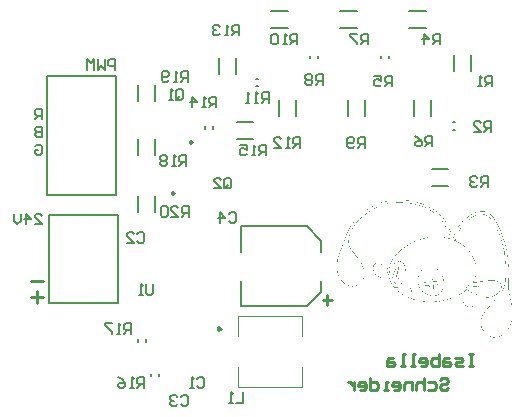
<source format=gbo>
G04*
G04 #@! TF.GenerationSoftware,Altium Limited,Altium Designer,21.4.1 (30)*
G04*
G04 Layer_Color=32896*
%FSLAX25Y25*%
%MOIN*%
G70*
G04*
G04 #@! TF.SameCoordinates,C5A25FCA-50C6-4F6C-8C9A-811C773B13C6*
G04*
G04*
G04 #@! TF.FilePolarity,Positive*
G04*
G01*
G75*
%ADD10C,0.00799*%
%ADD51C,0.01000*%
%ADD52C,0.00787*%
%ADD53C,0.00394*%
G36*
X417978Y305357D02*
X418092D01*
Y305299D01*
X418035D01*
Y305242D01*
X417863D01*
Y305299D01*
Y305357D01*
X417920D01*
Y305414D01*
X417978D01*
Y305357D01*
D02*
G37*
G36*
X417346Y305299D02*
Y305242D01*
X416371D01*
Y305299D01*
Y305357D01*
X417346D01*
Y305299D01*
D02*
G37*
G36*
X415682Y305127D02*
Y305070D01*
X415051D01*
Y305013D01*
X414534D01*
Y305070D01*
X414936D01*
Y305127D01*
X414993D01*
Y305185D01*
X415682D01*
Y305127D01*
D02*
G37*
G36*
X420962Y305299D02*
Y305242D01*
X421650D01*
Y305185D01*
X422052D01*
Y305127D01*
X422110D01*
Y305070D01*
X422511D01*
Y305013D01*
X422798D01*
Y304955D01*
Y304898D01*
X422511D01*
Y304955D01*
Y305013D01*
X422052D01*
Y305070D01*
X421478D01*
Y305127D01*
X421421D01*
Y305185D01*
X420560D01*
Y305242D01*
X419355D01*
Y305299D01*
X419298D01*
Y305357D01*
X420962D01*
Y305299D01*
D02*
G37*
G36*
X423544Y304783D02*
X423602D01*
Y304726D01*
X423372D01*
Y304783D01*
Y304840D01*
X423544D01*
Y304783D01*
D02*
G37*
G36*
X414534Y304955D02*
Y304898D01*
X414190D01*
Y304840D01*
X413846D01*
Y304783D01*
Y304726D01*
X413387D01*
Y304668D01*
X412985D01*
Y304611D01*
X412927D01*
Y304554D01*
X412640D01*
Y304611D01*
X412698D01*
Y304668D01*
X412927D01*
Y304726D01*
X413214D01*
Y304783D01*
X413387D01*
Y304840D01*
X413731D01*
Y304898D01*
X414133D01*
Y304955D01*
X414190D01*
Y305013D01*
X414534D01*
Y304955D01*
D02*
G37*
G36*
X412640Y304496D02*
X412468D01*
Y304439D01*
X412411D01*
Y304381D01*
X412181D01*
Y304324D01*
X412067D01*
Y304267D01*
X411952D01*
Y304209D01*
X411722D01*
Y304267D01*
X411837D01*
Y304324D01*
X411895D01*
Y304381D01*
X412124D01*
Y304439D01*
X412239D01*
Y304496D01*
X412296D01*
Y304554D01*
X412640D01*
Y304496D01*
D02*
G37*
G36*
X424003Y304668D02*
X424176D01*
Y304611D01*
X424290D01*
Y304554D01*
X424635D01*
Y304496D01*
X424692D01*
Y304439D01*
X424979D01*
Y304381D01*
X425266D01*
Y304324D01*
Y304267D01*
X425495D01*
Y304209D01*
X425840D01*
Y304152D01*
X425897D01*
Y304094D01*
X426069D01*
Y304037D01*
X426241D01*
Y303980D01*
Y303922D01*
X426069D01*
Y303980D01*
X426012D01*
Y304037D01*
X425668D01*
Y304094D01*
X425553D01*
Y304152D01*
X425381D01*
Y304209D01*
X425151D01*
Y304267D01*
X425094D01*
Y304324D01*
X424807D01*
Y304381D01*
X424520D01*
Y304439D01*
Y304496D01*
X424290D01*
Y304554D01*
X423946D01*
Y304611D01*
X423889D01*
Y304668D01*
X423716D01*
Y304726D01*
X424003D01*
Y304668D01*
D02*
G37*
G36*
X419642Y304496D02*
X419699D01*
Y304439D01*
X419814D01*
Y304496D01*
X419929D01*
Y304439D01*
X420675D01*
Y304381D01*
X421536D01*
Y304324D01*
X421593D01*
Y304267D01*
X422282D01*
Y304209D01*
X422683D01*
Y304152D01*
X422741D01*
Y304094D01*
X423257D01*
Y304037D01*
X423487D01*
Y303980D01*
Y303922D01*
X423257D01*
Y303980D01*
X423142D01*
Y304037D01*
X422626D01*
Y304094D01*
X422339D01*
Y304152D01*
X422052D01*
Y304209D01*
X421363D01*
Y304267D01*
X421306D01*
Y304324D01*
X420388D01*
Y304381D01*
X419068D01*
Y304439D01*
Y304496D01*
X418437D01*
Y304439D01*
X418379D01*
Y304381D01*
X418150D01*
Y304439D01*
X418092D01*
Y304496D01*
X417633D01*
Y304439D01*
X417576D01*
Y304381D01*
X416313D01*
Y304324D01*
X415280D01*
Y304267D01*
X415223D01*
Y304209D01*
X414764D01*
Y304267D01*
X415166D01*
Y304324D01*
X415223D01*
Y304381D01*
X415854D01*
Y304439D01*
X417117D01*
Y304496D01*
X417174D01*
Y304554D01*
X419642D01*
Y304496D01*
D02*
G37*
G36*
X414707Y304152D02*
Y304094D01*
X414362D01*
Y304037D01*
X414018D01*
Y303980D01*
X413960D01*
Y303922D01*
X413731D01*
Y303980D01*
Y304037D01*
X413960D01*
Y304094D01*
X414305D01*
Y304152D01*
X414362D01*
Y304209D01*
X414707D01*
Y304152D01*
D02*
G37*
G36*
X413387Y303807D02*
Y303750D01*
X413100D01*
Y303807D01*
Y303865D01*
X413387D01*
Y303807D01*
D02*
G37*
G36*
X412813Y303635D02*
X412755D01*
Y303578D01*
X412583D01*
Y303635D01*
Y303693D01*
X412813D01*
Y303635D01*
D02*
G37*
G36*
X411722Y304152D02*
X411665D01*
Y304094D01*
X411550D01*
Y304037D01*
X411263D01*
Y303980D01*
X411148D01*
Y303922D01*
X411034D01*
Y303865D01*
X410861D01*
Y303807D01*
X410804D01*
Y303750D01*
X410689D01*
Y303693D01*
X410517D01*
Y303635D01*
X410460D01*
Y303578D01*
X410288D01*
Y303635D01*
Y303693D01*
X410460D01*
Y303750D01*
X410517D01*
Y303807D01*
X410574D01*
Y303865D01*
X410804D01*
Y303922D01*
X410976D01*
Y303980D01*
X411034D01*
Y304037D01*
X411148D01*
Y304094D01*
X411435D01*
Y304152D01*
Y304209D01*
X411722D01*
Y304152D01*
D02*
G37*
G36*
X410288Y303520D02*
X410173D01*
Y303463D01*
X410115D01*
Y303406D01*
X409943D01*
Y303463D01*
Y303520D01*
X410115D01*
Y303578D01*
X410288D01*
Y303520D01*
D02*
G37*
G36*
X412354Y303463D02*
Y303406D01*
X412181D01*
Y303348D01*
X411952D01*
Y303406D01*
X412124D01*
Y303463D01*
X412181D01*
Y303520D01*
X412354D01*
Y303463D01*
D02*
G37*
G36*
X411895Y303291D02*
Y303234D01*
X411722D01*
Y303291D01*
X411780D01*
Y303348D01*
X411895D01*
Y303291D01*
D02*
G37*
G36*
X423831Y303865D02*
X424290D01*
Y303807D01*
Y303750D01*
X424749D01*
Y303693D01*
X424979D01*
Y303635D01*
Y303578D01*
X425323D01*
Y303520D01*
X425438D01*
Y303463D01*
Y303406D01*
X425610D01*
Y303348D01*
X425840D01*
Y303291D01*
X425897D01*
Y303234D01*
X426127D01*
Y303176D01*
X426184D01*
Y303119D01*
X426299D01*
Y303061D01*
X426127D01*
Y303119D01*
X426069D01*
Y303176D01*
X425840D01*
Y303234D01*
X425610D01*
Y303291D01*
X425553D01*
Y303348D01*
X425381D01*
Y303406D01*
X425151D01*
Y303463D01*
Y303520D01*
X424807D01*
Y303578D01*
X424462D01*
Y303635D01*
X424405D01*
Y303693D01*
X424176D01*
Y303750D01*
X423831D01*
Y303807D01*
Y303865D01*
X423544D01*
Y303922D01*
X423831D01*
Y303865D01*
D02*
G37*
G36*
X409943Y303348D02*
X409829D01*
Y303291D01*
X409771D01*
Y303234D01*
X409714D01*
Y303176D01*
X409484D01*
Y303119D01*
X409427D01*
Y303061D01*
X409255D01*
Y303119D01*
X409369D01*
Y303176D01*
X409427D01*
Y303234D01*
X409656D01*
Y303291D01*
X409714D01*
Y303348D01*
X409771D01*
Y303406D01*
X409943D01*
Y303348D01*
D02*
G37*
G36*
X411263Y303004D02*
X411148D01*
Y302947D01*
X411091D01*
Y302889D01*
X410919D01*
Y302947D01*
X411034D01*
Y303004D01*
X411091D01*
Y303061D01*
X411263D01*
Y303004D01*
D02*
G37*
G36*
X409083Y302889D02*
X409025D01*
Y302832D01*
X408910D01*
Y302775D01*
X408795D01*
Y302832D01*
Y302889D01*
X408968D01*
Y302947D01*
X409083D01*
Y302889D01*
D02*
G37*
G36*
X426471Y303865D02*
X426758D01*
Y303807D01*
Y303750D01*
X426930D01*
Y303693D01*
X427102D01*
Y303635D01*
Y303578D01*
X427275D01*
Y303520D01*
X427447D01*
Y303463D01*
Y303406D01*
X427619D01*
Y303348D01*
X427734D01*
Y303291D01*
X427791D01*
Y303234D01*
X427963D01*
Y303176D01*
X428020D01*
Y303119D01*
X428135D01*
Y303061D01*
X428250D01*
Y303004D01*
X428307D01*
Y302947D01*
X428537D01*
Y302889D01*
X428594D01*
Y302832D01*
Y302775D01*
X428767D01*
Y302717D01*
X428881D01*
Y302660D01*
Y302602D01*
X428824D01*
Y302660D01*
X428767D01*
Y302717D01*
X428594D01*
Y302775D01*
X428537D01*
Y302832D01*
X428365D01*
Y302889D01*
X428250D01*
Y302947D01*
X428193D01*
Y303004D01*
X428135D01*
Y303061D01*
X427963D01*
Y303119D01*
X427906D01*
Y303176D01*
X427791D01*
Y303234D01*
X427619D01*
Y303291D01*
X427561D01*
Y303348D01*
X427447D01*
Y303406D01*
X427275D01*
Y303463D01*
X427217D01*
Y303520D01*
X427102D01*
Y303578D01*
X426930D01*
Y303635D01*
X426873D01*
Y303693D01*
X426701D01*
Y303750D01*
X426471D01*
Y303807D01*
Y303865D01*
X426299D01*
Y303922D01*
X426471D01*
Y303865D01*
D02*
G37*
G36*
X426815Y302889D02*
X427102D01*
Y302832D01*
Y302775D01*
X427275D01*
Y302717D01*
X427447D01*
Y302660D01*
Y302602D01*
X427332D01*
Y302660D01*
X427275D01*
Y302717D01*
X426988D01*
Y302775D01*
X426930D01*
Y302832D01*
X426815D01*
Y302889D01*
X426643D01*
Y302947D01*
X426815D01*
Y302889D01*
D02*
G37*
G36*
X410861Y302832D02*
X410804D01*
Y302775D01*
X410747D01*
Y302717D01*
X410517D01*
Y302660D01*
X410460D01*
Y302602D01*
X410288D01*
Y302660D01*
Y302717D01*
X410460D01*
Y302775D01*
X410689D01*
Y302832D01*
X410747D01*
Y302889D01*
X410861D01*
Y302832D01*
D02*
G37*
G36*
X427619Y302545D02*
X427734D01*
Y302487D01*
Y302430D01*
X427619D01*
Y302487D01*
Y302545D01*
X427504D01*
Y302602D01*
X427619D01*
Y302545D01*
D02*
G37*
G36*
X410288D02*
X410173D01*
Y302487D01*
X410115D01*
Y302430D01*
X409943D01*
Y302487D01*
Y302545D01*
X410115D01*
Y302602D01*
X410288D01*
Y302545D01*
D02*
G37*
G36*
X408623Y302660D02*
Y302602D01*
X408566D01*
Y302545D01*
X408394D01*
Y302487D01*
X408336D01*
Y302430D01*
X408279D01*
Y302487D01*
Y302545D01*
X408336D01*
Y302602D01*
X408509D01*
Y302660D01*
X408566D01*
Y302717D01*
X408623D01*
Y302660D01*
D02*
G37*
G36*
X427963Y302373D02*
X428078D01*
Y302315D01*
Y302258D01*
X427963D01*
Y302315D01*
Y302373D01*
X427791D01*
Y302430D01*
X427963D01*
Y302373D01*
D02*
G37*
G36*
X409943D02*
X409771D01*
Y302315D01*
Y302258D01*
X409599D01*
Y302315D01*
Y302373D01*
X409656D01*
Y302430D01*
X409943D01*
Y302373D01*
D02*
G37*
G36*
X408107Y302315D02*
Y302258D01*
X407992D01*
Y302315D01*
Y302373D01*
X408107D01*
Y302315D01*
D02*
G37*
G36*
X409427Y302143D02*
Y302086D01*
X409369D01*
Y302028D01*
X409197D01*
Y301971D01*
X409140D01*
Y301914D01*
X409083D01*
Y301971D01*
Y302028D01*
X409140D01*
Y302086D01*
X409255D01*
Y302143D01*
Y302201D01*
X409427D01*
Y302143D01*
D02*
G37*
G36*
X407935Y302201D02*
X407877D01*
Y302143D01*
X407820D01*
Y302086D01*
X407705D01*
Y302028D01*
X407533D01*
Y301971D01*
X407476D01*
Y301914D01*
X407418D01*
Y301856D01*
X407361D01*
Y301799D01*
X407303D01*
Y301742D01*
X407189D01*
Y301799D01*
X407246D01*
Y301856D01*
X407303D01*
Y301914D01*
X407361D01*
Y301971D01*
X407418D01*
Y302028D01*
X407476D01*
Y302086D01*
X407648D01*
Y302143D01*
Y302201D01*
X407762D01*
Y302258D01*
X407935D01*
Y302201D01*
D02*
G37*
G36*
X429226Y302545D02*
X429398D01*
Y302487D01*
Y302430D01*
X429570D01*
Y302373D01*
X429742D01*
Y302315D01*
Y302258D01*
X429914D01*
Y302201D01*
X430087D01*
Y302143D01*
Y302086D01*
X430201D01*
Y302028D01*
X430259D01*
Y301971D01*
Y301914D01*
X430431D01*
Y301856D01*
Y301799D01*
Y301742D01*
X430546D01*
Y301684D01*
X430603D01*
Y301627D01*
Y301569D01*
X430488D01*
Y301627D01*
Y301684D01*
X430431D01*
Y301742D01*
X430316D01*
Y301799D01*
Y301856D01*
X430259D01*
Y301914D01*
X430087D01*
Y301971D01*
Y302028D01*
X429914D01*
Y302086D01*
X429742D01*
Y302143D01*
X429685D01*
Y302201D01*
X429627D01*
Y302258D01*
X429455D01*
Y302315D01*
Y302373D01*
X429340D01*
Y302430D01*
X429226D01*
Y302487D01*
X429168D01*
Y302545D01*
X428939D01*
Y302602D01*
X429226D01*
Y302545D01*
D02*
G37*
G36*
X445122Y301454D02*
X445180D01*
Y301397D01*
X444491D01*
Y301454D01*
X444778D01*
Y301512D01*
X444893D01*
Y301454D01*
X445065D01*
Y301512D01*
X445122D01*
Y301454D01*
D02*
G37*
G36*
X446844Y301512D02*
X446901D01*
Y301454D01*
X446959D01*
Y301397D01*
X446672D01*
Y301454D01*
X446614D01*
Y301512D01*
X445294D01*
Y301569D01*
X446844D01*
Y301512D01*
D02*
G37*
G36*
X430775D02*
X430832D01*
Y301454D01*
X430890D01*
Y301397D01*
X430775D01*
Y301454D01*
X430718D01*
Y301512D01*
X430660D01*
Y301569D01*
X430775D01*
Y301512D01*
D02*
G37*
G36*
X408910Y301799D02*
Y301742D01*
X408795D01*
Y301684D01*
X408738D01*
Y301627D01*
Y301569D01*
X408566D01*
Y301512D01*
X408509D01*
Y301454D01*
X408451D01*
Y301397D01*
X408279D01*
Y301454D01*
X408336D01*
Y301512D01*
X408394D01*
Y301569D01*
X408509D01*
Y301627D01*
X408566D01*
Y301684D01*
X408623D01*
Y301742D01*
X408681D01*
Y301799D01*
X408853D01*
Y301856D01*
X408910D01*
Y301799D01*
D02*
G37*
G36*
X444491Y301340D02*
X444376D01*
Y301282D01*
X444261D01*
Y301225D01*
X443802D01*
Y301282D01*
X444032D01*
Y301340D01*
Y301397D01*
X444491D01*
Y301340D01*
D02*
G37*
G36*
X447418D02*
Y301282D01*
X447590D01*
Y301225D01*
X447647D01*
Y301168D01*
Y301110D01*
X447590D01*
Y301168D01*
X447532D01*
Y301225D01*
X447360D01*
Y301282D01*
X447073D01*
Y301340D01*
X447016D01*
Y301397D01*
X447418D01*
Y301340D01*
D02*
G37*
G36*
X443802Y301168D02*
X443745D01*
Y301110D01*
X443630D01*
Y301053D01*
X443458D01*
Y300995D01*
X443400D01*
Y300938D01*
X443171D01*
Y300995D01*
Y301053D01*
X443343D01*
Y301110D01*
X443573D01*
Y301168D01*
X443630D01*
Y301225D01*
X443802D01*
Y301168D01*
D02*
G37*
G36*
X406270Y300995D02*
Y300938D01*
X406156D01*
Y300995D01*
Y301053D01*
X406270D01*
Y300995D01*
D02*
G37*
G36*
X408279Y301340D02*
Y301282D01*
X408222D01*
Y301225D01*
X408049D01*
Y301168D01*
X407992D01*
Y301110D01*
X407935D01*
Y301053D01*
X407877D01*
Y300995D01*
X407820D01*
Y300938D01*
X407762D01*
Y300881D01*
X407590D01*
Y300938D01*
X407648D01*
Y300995D01*
Y301053D01*
X407820D01*
Y301110D01*
X407877D01*
Y301168D01*
X407935D01*
Y301225D01*
X407992D01*
Y301282D01*
X408049D01*
Y301340D01*
X408107D01*
Y301397D01*
X408279D01*
Y301340D01*
D02*
G37*
G36*
X442999Y300823D02*
Y300766D01*
X442827D01*
Y300823D01*
Y300881D01*
X442999D01*
Y300823D01*
D02*
G37*
G36*
X445639Y300651D02*
Y300594D01*
X445007D01*
Y300651D01*
Y300709D01*
X445639D01*
Y300651D01*
D02*
G37*
G36*
X442827Y300709D02*
X442769D01*
Y300651D01*
X442712D01*
Y300594D01*
X442540D01*
Y300651D01*
Y300709D01*
X442654D01*
Y300766D01*
X442827D01*
Y300709D01*
D02*
G37*
G36*
X407590Y300823D02*
Y300766D01*
X407418D01*
Y300709D01*
X407361D01*
Y300651D01*
X407303D01*
Y300594D01*
X407131D01*
Y300651D01*
Y300709D01*
X407303D01*
Y300766D01*
X407361D01*
Y300823D01*
X407418D01*
Y300881D01*
X407590D01*
Y300823D01*
D02*
G37*
G36*
X445926Y300709D02*
X446327D01*
Y300651D01*
Y300594D01*
X446786D01*
Y300536D01*
X446212D01*
Y300594D01*
X445926D01*
Y300651D01*
X445868D01*
Y300709D01*
X445696D01*
Y300766D01*
X445926D01*
Y300709D01*
D02*
G37*
G36*
X446959Y300479D02*
Y300422D01*
X446844D01*
Y300479D01*
Y300536D01*
X446959D01*
Y300479D01*
D02*
G37*
G36*
X444606D02*
Y300422D01*
X444319D01*
Y300479D01*
X444376D01*
Y300536D01*
X444606D01*
Y300479D01*
D02*
G37*
G36*
X442540Y300536D02*
X442425D01*
Y300479D01*
X442368D01*
Y300422D01*
X442195D01*
Y300479D01*
X442253D01*
Y300536D01*
X442368D01*
Y300594D01*
X442540D01*
Y300536D01*
D02*
G37*
G36*
X444319Y300364D02*
X444089D01*
Y300307D01*
X444032D01*
Y300249D01*
X443860D01*
Y300307D01*
X443974D01*
Y300364D01*
X444032D01*
Y300422D01*
X444319D01*
Y300364D01*
D02*
G37*
G36*
X428250Y302201D02*
X428422D01*
Y302143D01*
Y302086D01*
X428594D01*
Y302028D01*
X428652D01*
Y301971D01*
X428709D01*
Y301914D01*
X428881D01*
Y301856D01*
Y301799D01*
X429053D01*
Y301742D01*
X429226D01*
Y301684D01*
Y301627D01*
X429283D01*
Y301569D01*
X429455D01*
Y301512D01*
X429513D01*
Y301454D01*
X429570D01*
Y301397D01*
X429627D01*
Y301340D01*
X429685D01*
Y301282D01*
X429800D01*
Y301225D01*
X429914D01*
Y301168D01*
Y301110D01*
X430029D01*
Y301053D01*
X430144D01*
Y300995D01*
X430201D01*
Y300938D01*
X430259D01*
Y300881D01*
X430316D01*
Y300823D01*
X430373D01*
Y300766D01*
X430431D01*
Y300709D01*
X430488D01*
Y300651D01*
X430546D01*
Y300594D01*
X430718D01*
Y300536D01*
Y300479D01*
X430775D01*
Y300422D01*
X430890D01*
Y300364D01*
Y300307D01*
X430947D01*
Y300249D01*
Y300192D01*
X430832D01*
Y300249D01*
X430775D01*
Y300307D01*
Y300364D01*
X430660D01*
Y300422D01*
X430603D01*
Y300479D01*
Y300536D01*
X430488D01*
Y300594D01*
X430316D01*
Y300651D01*
Y300709D01*
X430259D01*
Y300766D01*
X430144D01*
Y300823D01*
Y300881D01*
X430087D01*
Y300938D01*
X429972D01*
Y300995D01*
Y301053D01*
X429914D01*
Y301110D01*
X429800D01*
Y301168D01*
X429685D01*
Y301225D01*
X429627D01*
Y301282D01*
X429570D01*
Y301340D01*
X429455D01*
Y301397D01*
X429398D01*
Y301454D01*
X429340D01*
Y301512D01*
X429168D01*
Y301569D01*
X429111D01*
Y301627D01*
X429053D01*
Y301684D01*
X428939D01*
Y301742D01*
X428824D01*
Y301799D01*
Y301856D01*
X428652D01*
Y301914D01*
X428480D01*
Y301971D01*
Y302028D01*
X428422D01*
Y302086D01*
X428250D01*
Y302143D01*
X428193D01*
Y302201D01*
X428135D01*
Y302258D01*
X428250D01*
Y302201D01*
D02*
G37*
G36*
X443860Y300192D02*
X443745D01*
Y300135D01*
X443687D01*
Y300077D01*
X443573D01*
Y300135D01*
X443630D01*
Y300192D01*
X443687D01*
Y300249D01*
X443860D01*
Y300192D01*
D02*
G37*
G36*
X406156Y300881D02*
X406098D01*
Y300823D01*
Y300766D01*
X405926D01*
Y300709D01*
X405869D01*
Y300651D01*
X405811D01*
Y300594D01*
X405754D01*
Y300536D01*
X405697D01*
Y300479D01*
X405639D01*
Y300422D01*
X405582D01*
Y300364D01*
X405524D01*
Y300307D01*
X405467D01*
Y300249D01*
X405410D01*
Y300192D01*
X405237D01*
Y300135D01*
Y300077D01*
X405123D01*
Y300135D01*
X405180D01*
Y300192D01*
Y300249D01*
X405295D01*
Y300307D01*
X405410D01*
Y300364D01*
X405467D01*
Y300422D01*
X405524D01*
Y300479D01*
X405582D01*
Y300536D01*
X405639D01*
Y300594D01*
X405697D01*
Y300651D01*
X405754D01*
Y300709D01*
X405811D01*
Y300766D01*
X405869D01*
Y300823D01*
X405926D01*
Y300881D01*
X405983D01*
Y300938D01*
X406156D01*
Y300881D01*
D02*
G37*
G36*
X442138Y300307D02*
Y300249D01*
X442023D01*
Y300192D01*
X441908D01*
Y300135D01*
X441851D01*
Y300077D01*
X441794D01*
Y300020D01*
X441679D01*
Y300077D01*
X441736D01*
Y300135D01*
X441794D01*
Y300192D01*
X441851D01*
Y300249D01*
X441908D01*
Y300307D01*
X442081D01*
Y300364D01*
X442138D01*
Y300307D01*
D02*
G37*
G36*
X407131Y300536D02*
X407074D01*
Y300479D01*
Y300422D01*
X406959D01*
Y300364D01*
X406902D01*
Y300307D01*
Y300249D01*
X406730D01*
Y300192D01*
X406672D01*
Y300135D01*
X406615D01*
Y300077D01*
X406557D01*
Y300020D01*
X406385D01*
Y299962D01*
X406328D01*
Y300020D01*
Y300077D01*
X406443D01*
Y300135D01*
X406557D01*
Y300192D01*
X406615D01*
Y300249D01*
X406672D01*
Y300307D01*
X406730D01*
Y300364D01*
X406787D01*
Y300422D01*
X406844D01*
Y300479D01*
X406959D01*
Y300536D01*
X407017D01*
Y300594D01*
X407131D01*
Y300536D01*
D02*
G37*
G36*
X405123Y300020D02*
X405065D01*
Y299962D01*
Y299905D01*
X404951D01*
Y299962D01*
X405008D01*
Y300020D01*
Y300077D01*
X405123D01*
Y300020D01*
D02*
G37*
G36*
X406270Y299848D02*
X406213D01*
Y299790D01*
X406156D01*
Y299848D01*
Y299905D01*
X406270D01*
Y299848D01*
D02*
G37*
G36*
X404951D02*
X404893D01*
Y299790D01*
X404836D01*
Y299848D01*
Y299905D01*
X404951D01*
Y299848D01*
D02*
G37*
G36*
X443573Y300020D02*
X443400D01*
Y299962D01*
X443343D01*
Y299905D01*
X443171D01*
Y299848D01*
X443056D01*
Y299790D01*
X442999D01*
Y299733D01*
X442827D01*
Y299790D01*
X442941D01*
Y299848D01*
X442999D01*
Y299905D01*
X443056D01*
Y299962D01*
X443286D01*
Y300020D01*
X443343D01*
Y300077D01*
X443573D01*
Y300020D01*
D02*
G37*
G36*
X441507Y299848D02*
X441449D01*
Y299790D01*
Y299733D01*
X441334D01*
Y299790D01*
X441392D01*
Y299848D01*
Y299905D01*
X441507D01*
Y299848D01*
D02*
G37*
G36*
X404778Y299675D02*
Y299618D01*
X404664D01*
Y299675D01*
Y299733D01*
X404778D01*
Y299675D01*
D02*
G37*
G36*
X442827D02*
Y299618D01*
X442769D01*
Y299561D01*
X442597D01*
Y299503D01*
X442540D01*
Y299446D01*
X442368D01*
Y299503D01*
Y299561D01*
X442540D01*
Y299618D01*
X442712D01*
Y299675D01*
Y299733D01*
X442827D01*
Y299675D01*
D02*
G37*
G36*
X404606Y299503D02*
Y299446D01*
X404491D01*
Y299503D01*
Y299561D01*
X404606D01*
Y299503D01*
D02*
G37*
G36*
X406156Y299733D02*
X406098D01*
Y299675D01*
Y299618D01*
X405983D01*
Y299561D01*
X405869D01*
Y299503D01*
X405811D01*
Y299446D01*
X405754D01*
Y299389D01*
X405639D01*
Y299446D01*
X405697D01*
Y299503D01*
X405754D01*
Y299561D01*
X405811D01*
Y299618D01*
X405869D01*
Y299675D01*
X405926D01*
Y299733D01*
X405983D01*
Y299790D01*
X406156D01*
Y299733D01*
D02*
G37*
G36*
X441334Y299675D02*
Y299618D01*
X441162D01*
Y299561D01*
X441105D01*
Y299503D01*
X441048D01*
Y299446D01*
X440990D01*
Y299389D01*
X440933D01*
Y299331D01*
X440875D01*
Y299274D01*
X440761D01*
Y299331D01*
X440818D01*
Y299389D01*
X440875D01*
Y299446D01*
X440933D01*
Y299503D01*
X440990D01*
Y299561D01*
X441048D01*
Y299618D01*
X441105D01*
Y299675D01*
X441162D01*
Y299733D01*
X441334D01*
Y299675D01*
D02*
G37*
G36*
X404491Y299389D02*
X404434D01*
Y299331D01*
Y299274D01*
X404319D01*
Y299331D01*
Y299389D01*
Y299446D01*
X404491D01*
Y299389D01*
D02*
G37*
G36*
X405639Y299331D02*
Y299274D01*
X405582D01*
Y299216D01*
X405467D01*
Y299274D01*
X405524D01*
Y299331D01*
X405582D01*
Y299389D01*
X405639D01*
Y299331D01*
D02*
G37*
G36*
X440761Y299216D02*
X440646D01*
Y299159D01*
Y299102D01*
X440531D01*
Y299159D01*
Y299216D01*
X440589D01*
Y299274D01*
X440761D01*
Y299216D01*
D02*
G37*
G36*
X431062Y301340D02*
Y301282D01*
X431119D01*
Y301225D01*
X431234D01*
Y301168D01*
Y301110D01*
X431292D01*
Y301053D01*
X431406D01*
Y300995D01*
Y300938D01*
X431521D01*
Y300881D01*
X431636D01*
Y300823D01*
X431693D01*
Y300766D01*
X431751D01*
Y300709D01*
Y300651D01*
Y300594D01*
X431923D01*
Y300536D01*
X431980D01*
Y300479D01*
X432038D01*
Y300422D01*
X432095D01*
Y300364D01*
X432153D01*
Y300307D01*
X432210D01*
Y300249D01*
X432267D01*
Y300192D01*
X432325D01*
Y300135D01*
X432382D01*
Y300077D01*
X432439D01*
Y300020D01*
X432497D01*
Y299962D01*
X432554D01*
Y299905D01*
X432612D01*
Y299848D01*
X432669D01*
Y299790D01*
X432726D01*
Y299733D01*
X432784D01*
Y299675D01*
X432841D01*
Y299618D01*
X432899D01*
Y299561D01*
Y299503D01*
Y299446D01*
X433013D01*
Y299389D01*
X433071D01*
Y299331D01*
Y299274D01*
X433128D01*
Y299216D01*
Y299159D01*
Y299102D01*
X433071D01*
Y299159D01*
Y299216D01*
X432956D01*
Y299274D01*
X432899D01*
Y299331D01*
Y299389D01*
Y299446D01*
X432784D01*
Y299503D01*
Y299561D01*
X432726D01*
Y299618D01*
X432612D01*
Y299675D01*
Y299733D01*
X432554D01*
Y299790D01*
X432497D01*
Y299848D01*
X432439D01*
Y299905D01*
X432382D01*
Y299962D01*
X432325D01*
Y300020D01*
X432267D01*
Y300077D01*
X432210D01*
Y300135D01*
X432153D01*
Y300192D01*
X432095D01*
Y300249D01*
X431980D01*
Y300307D01*
Y300364D01*
X431923D01*
Y300422D01*
X431808D01*
Y300479D01*
Y300536D01*
X431751D01*
Y300594D01*
X431636D01*
Y300651D01*
Y300709D01*
X431579D01*
Y300766D01*
X431464D01*
Y300823D01*
Y300881D01*
X431406D01*
Y300938D01*
X431292D01*
Y300995D01*
Y301053D01*
X431234D01*
Y301110D01*
X431119D01*
Y301168D01*
Y301225D01*
X431062D01*
Y301282D01*
X430947D01*
Y301340D01*
Y301397D01*
X431062D01*
Y301340D01*
D02*
G37*
G36*
X404319Y299216D02*
X404262D01*
Y299159D01*
Y299102D01*
X404147D01*
Y299159D01*
Y299216D01*
X404205D01*
Y299274D01*
X404319D01*
Y299216D01*
D02*
G37*
G36*
X447934Y301053D02*
X448106D01*
Y300995D01*
Y300938D01*
X448279D01*
Y300881D01*
X448336D01*
Y300823D01*
X448393D01*
Y300766D01*
X448565D01*
Y300709D01*
X448680D01*
Y300651D01*
X448738D01*
Y300594D01*
X448795D01*
Y300536D01*
X448852D01*
Y300479D01*
X448910D01*
Y300422D01*
X448967D01*
Y300364D01*
X449024D01*
Y300307D01*
X449082D01*
Y300249D01*
X449139D01*
Y300192D01*
X449197D01*
Y300135D01*
X449254D01*
Y300077D01*
X449311D01*
Y300020D01*
X449369D01*
Y299962D01*
X449426D01*
Y299905D01*
X449484D01*
Y299848D01*
X449541D01*
Y299790D01*
X449598D01*
Y299733D01*
Y299675D01*
Y299618D01*
X449713D01*
Y299561D01*
X449771D01*
Y299503D01*
Y299446D01*
Y299389D01*
X449828D01*
Y299331D01*
X449885D01*
Y299274D01*
X449943D01*
Y299216D01*
X450000D01*
Y299159D01*
Y299102D01*
Y299044D01*
X449943D01*
Y299102D01*
X449828D01*
Y299159D01*
Y299216D01*
X449771D01*
Y299274D01*
Y299331D01*
Y299389D01*
X449656D01*
Y299446D01*
X449598D01*
Y299503D01*
X449541D01*
Y299561D01*
X449484D01*
Y299618D01*
Y299675D01*
Y299733D01*
X449426D01*
Y299790D01*
X449369D01*
Y299848D01*
X449311D01*
Y299905D01*
X449254D01*
Y299962D01*
X449197D01*
Y300020D01*
X449139D01*
Y300077D01*
X449082D01*
Y300135D01*
X449024D01*
Y300192D01*
X448967D01*
Y300249D01*
X448910D01*
Y300307D01*
X448852D01*
Y300364D01*
X448795D01*
Y300422D01*
X448680D01*
Y300479D01*
Y300536D01*
X448508D01*
Y300594D01*
X448451D01*
Y300651D01*
X448393D01*
Y300709D01*
X448279D01*
Y300766D01*
X448164D01*
Y300823D01*
Y300881D01*
X447992D01*
Y300938D01*
X447934D01*
Y300995D01*
X447877D01*
Y301053D01*
X447705D01*
Y301110D01*
X447934D01*
Y301053D01*
D02*
G37*
G36*
X442310Y299331D02*
Y299274D01*
X442138D01*
Y299216D01*
X442081D01*
Y299159D01*
X442023D01*
Y299102D01*
X441966D01*
Y299044D01*
X441736D01*
Y299102D01*
X441908D01*
Y299159D01*
X441966D01*
Y299216D01*
X442023D01*
Y299274D01*
X442081D01*
Y299331D01*
X442138D01*
Y299389D01*
X442310D01*
Y299331D01*
D02*
G37*
G36*
X441794Y298872D02*
X441736D01*
Y298815D01*
X441679D01*
Y298757D01*
X441507D01*
Y298815D01*
X441621D01*
Y298872D01*
X441679D01*
Y298930D01*
X441794D01*
Y298872D01*
D02*
G37*
G36*
X441507Y298700D02*
X441449D01*
Y298642D01*
X441392D01*
Y298700D01*
Y298757D01*
X441507D01*
Y298700D01*
D02*
G37*
G36*
X404147Y299044D02*
X404090D01*
Y298987D01*
Y298930D01*
X403975D01*
Y298872D01*
X403918D01*
Y298815D01*
Y298757D01*
X403803D01*
Y298700D01*
X403745D01*
Y298642D01*
Y298585D01*
X403631D01*
Y298642D01*
Y298700D01*
Y298757D01*
X403688D01*
Y298815D01*
X403745D01*
Y298872D01*
X403803D01*
Y298930D01*
X403860D01*
Y298987D01*
X403918D01*
Y299044D01*
X403975D01*
Y299102D01*
X404147D01*
Y299044D01*
D02*
G37*
G36*
X450115Y298930D02*
Y298872D01*
X450172D01*
Y298815D01*
X450230D01*
Y298757D01*
X450287D01*
Y298700D01*
Y298642D01*
X450402D01*
Y298585D01*
X450344D01*
Y298528D01*
X450287D01*
Y298585D01*
X450230D01*
Y298642D01*
Y298700D01*
Y298757D01*
X450115D01*
Y298815D01*
Y298872D01*
X450000D01*
Y298930D01*
X450058D01*
Y298987D01*
X450115D01*
Y298930D01*
D02*
G37*
G36*
X433300Y299044D02*
Y298987D01*
Y298930D01*
X433415D01*
Y298872D01*
Y298815D01*
Y298757D01*
X433530D01*
Y298700D01*
Y298642D01*
X433587D01*
Y298585D01*
Y298528D01*
X433472D01*
Y298585D01*
X433415D01*
Y298642D01*
Y298700D01*
X433358D01*
Y298757D01*
Y298815D01*
Y298872D01*
X433243D01*
Y298930D01*
X433128D01*
Y298987D01*
X433185D01*
Y299044D01*
Y299102D01*
X433300D01*
Y299044D01*
D02*
G37*
G36*
X441392Y298585D02*
X441334D01*
Y298528D01*
X441220D01*
Y298470D01*
X441162D01*
Y298528D01*
Y298585D01*
X441220D01*
Y298642D01*
X441392D01*
Y298585D01*
D02*
G37*
G36*
X405467Y299159D02*
Y299102D01*
X405410D01*
Y299044D01*
X405352D01*
Y298987D01*
X405295D01*
Y298930D01*
X405237D01*
Y298872D01*
X405180D01*
Y298815D01*
X405123D01*
Y298757D01*
X405065D01*
Y298700D01*
X405008D01*
Y298642D01*
X404951D01*
Y298585D01*
X404893D01*
Y298528D01*
X404836D01*
Y298470D01*
X404778D01*
Y298413D01*
X404606D01*
Y298470D01*
X404664D01*
Y298528D01*
Y298585D01*
X404836D01*
Y298642D01*
X404893D01*
Y298700D01*
X404951D01*
Y298757D01*
X405008D01*
Y298815D01*
X405065D01*
Y298872D01*
X405123D01*
Y298930D01*
X405180D01*
Y298987D01*
X405237D01*
Y299044D01*
X405295D01*
Y299102D01*
X405352D01*
Y299159D01*
X405410D01*
Y299216D01*
X405467D01*
Y299159D01*
D02*
G37*
G36*
X441105Y298356D02*
X441048D01*
Y298298D01*
X440990D01*
Y298241D01*
X440933D01*
Y298183D01*
X440875D01*
Y298126D01*
X440818D01*
Y298069D01*
X440703D01*
Y298126D01*
X440761D01*
Y298183D01*
X440818D01*
Y298241D01*
X440875D01*
Y298298D01*
X440933D01*
Y298356D01*
X440990D01*
Y298413D01*
X441105D01*
Y298356D01*
D02*
G37*
G36*
X404606D02*
Y298298D01*
Y298241D01*
X404491D01*
Y298183D01*
Y298126D01*
X404434D01*
Y298069D01*
X404319D01*
Y298011D01*
Y297954D01*
X404262D01*
Y298011D01*
Y298069D01*
Y298126D01*
X404319D01*
Y298183D01*
Y298241D01*
X404377D01*
Y298298D01*
X404491D01*
Y298356D01*
Y298413D01*
X404606D01*
Y298356D01*
D02*
G37*
G36*
X403631Y298528D02*
Y298470D01*
Y298413D01*
X403573D01*
Y298356D01*
X403516D01*
Y298298D01*
X403458D01*
Y298241D01*
X403401D01*
Y298183D01*
X403344D01*
Y298126D01*
X403286D01*
Y298069D01*
Y298011D01*
Y297954D01*
X403171D01*
Y298011D01*
Y298069D01*
Y298126D01*
X403229D01*
Y298183D01*
X403286D01*
Y298241D01*
X403344D01*
Y298298D01*
X403401D01*
Y298356D01*
X403458D01*
Y298413D01*
X403516D01*
Y298470D01*
Y298528D01*
Y298585D01*
X403631D01*
Y298528D01*
D02*
G37*
G36*
X440703Y298011D02*
Y297954D01*
X440646D01*
Y297897D01*
X440531D01*
Y297954D01*
X440589D01*
Y298011D01*
X440646D01*
Y298069D01*
X440703D01*
Y298011D01*
D02*
G37*
G36*
X440531Y299044D02*
X440474D01*
Y298987D01*
Y298930D01*
X440302D01*
Y298872D01*
X440244D01*
Y298815D01*
X440187D01*
Y298757D01*
X440129D01*
Y298700D01*
X440072D01*
Y298642D01*
X440015D01*
Y298585D01*
X439957D01*
Y298528D01*
X439900D01*
Y298470D01*
X439842D01*
Y298413D01*
X439785D01*
Y298356D01*
X439728D01*
Y298298D01*
X439670D01*
Y298241D01*
X439613D01*
Y298183D01*
X439556D01*
Y298126D01*
X439498D01*
Y298069D01*
X439383D01*
Y298011D01*
Y297954D01*
X439326D01*
Y297897D01*
X439211D01*
Y297839D01*
Y297782D01*
X439154D01*
Y297839D01*
Y297897D01*
Y297954D01*
X439211D01*
Y298011D01*
Y298069D01*
X439269D01*
Y298126D01*
X439383D01*
Y298183D01*
Y298241D01*
X439556D01*
Y298298D01*
X439613D01*
Y298356D01*
X439670D01*
Y298413D01*
X439728D01*
Y298470D01*
X439785D01*
Y298528D01*
X439842D01*
Y298585D01*
X439900D01*
Y298642D01*
X439957D01*
Y298700D01*
X440015D01*
Y298757D01*
X440072D01*
Y298815D01*
X440129D01*
Y298872D01*
X440187D01*
Y298930D01*
X440244D01*
Y298987D01*
X440302D01*
Y299044D01*
X440359D01*
Y299102D01*
X440531D01*
Y299044D01*
D02*
G37*
G36*
X403114Y297839D02*
Y297782D01*
X402999D01*
Y297839D01*
Y297897D01*
X403114D01*
Y297839D01*
D02*
G37*
G36*
X450459Y298413D02*
X450574D01*
Y298356D01*
Y298298D01*
X450517D01*
Y298241D01*
X450631D01*
Y298183D01*
Y298126D01*
Y298069D01*
X450746D01*
Y298011D01*
Y297954D01*
Y297897D01*
X450804D01*
Y297839D01*
Y297782D01*
Y297724D01*
X450746D01*
Y297782D01*
Y297839D01*
Y297897D01*
X450631D01*
Y297954D01*
Y298011D01*
Y298069D01*
X450517D01*
Y298126D01*
X450459D01*
Y298183D01*
Y298241D01*
Y298298D01*
Y298356D01*
X450402D01*
Y298413D01*
Y298470D01*
X450459D01*
Y298413D01*
D02*
G37*
G36*
X447131Y300364D02*
X447188D01*
Y300307D01*
X447303D01*
Y300249D01*
X447475D01*
Y300192D01*
X447532D01*
Y300135D01*
X447647D01*
Y300077D01*
X447762D01*
Y300020D01*
Y299962D01*
X447934D01*
Y299905D01*
X447992D01*
Y299848D01*
X448049D01*
Y299790D01*
X448164D01*
Y299733D01*
X448279D01*
Y299675D01*
Y299618D01*
X448451D01*
Y299561D01*
X448508D01*
Y299503D01*
X448565D01*
Y299446D01*
X448623D01*
Y299389D01*
X448680D01*
Y299331D01*
X448738D01*
Y299274D01*
X448795D01*
Y299216D01*
X448852D01*
Y299159D01*
X448910D01*
Y299102D01*
X448967D01*
Y299044D01*
Y298987D01*
Y298930D01*
X449082D01*
Y298872D01*
Y298815D01*
X449139D01*
Y298757D01*
X449254D01*
Y298700D01*
Y298642D01*
Y298585D01*
X449311D01*
Y298528D01*
X449369D01*
Y298470D01*
X449426D01*
Y298413D01*
X449484D01*
Y298356D01*
Y298298D01*
Y298241D01*
X449598D01*
Y298183D01*
Y298126D01*
X449713D01*
Y298069D01*
X449771D01*
Y298011D01*
Y297954D01*
Y297897D01*
X449828D01*
Y297839D01*
Y297782D01*
Y297724D01*
X449771D01*
Y297782D01*
Y297839D01*
Y297897D01*
X449656D01*
Y297954D01*
X449598D01*
Y298011D01*
Y298069D01*
Y298126D01*
X449484D01*
Y298183D01*
Y298241D01*
X449426D01*
Y298298D01*
X449369D01*
Y298356D01*
X449311D01*
Y298413D01*
Y298470D01*
X449254D01*
Y298528D01*
X449197D01*
Y298585D01*
X449139D01*
Y298642D01*
Y298700D01*
X449024D01*
Y298757D01*
X448967D01*
Y298815D01*
Y298872D01*
X448910D01*
Y298930D01*
Y298987D01*
Y299044D01*
X448795D01*
Y299102D01*
X448738D01*
Y299159D01*
X448680D01*
Y299216D01*
X448623D01*
Y299274D01*
X448565D01*
Y299331D01*
X448508D01*
Y299389D01*
X448451D01*
Y299446D01*
X448336D01*
Y299503D01*
Y299561D01*
X448279D01*
Y299618D01*
X448106D01*
Y299675D01*
X448049D01*
Y299733D01*
X447934D01*
Y299790D01*
X447877D01*
Y299848D01*
X447819D01*
Y299905D01*
X447762D01*
Y299962D01*
X447705D01*
Y300020D01*
X447532D01*
Y300077D01*
X447475D01*
Y300135D01*
X447418D01*
Y300192D01*
X447303D01*
Y300249D01*
X447131D01*
Y300307D01*
X447073D01*
Y300364D01*
X447016D01*
Y300422D01*
X447131D01*
Y300364D01*
D02*
G37*
G36*
X440531Y297839D02*
Y297782D01*
X440474D01*
Y297724D01*
X440359D01*
Y297782D01*
X440416D01*
Y297839D01*
X440474D01*
Y297897D01*
X440531D01*
Y297839D01*
D02*
G37*
G36*
X431234Y300020D02*
Y299962D01*
X431349D01*
Y299905D01*
X431406D01*
Y299848D01*
Y299790D01*
X431464D01*
Y299733D01*
Y299675D01*
Y299618D01*
X431579D01*
Y299561D01*
X431636D01*
Y299503D01*
X431693D01*
Y299446D01*
X431751D01*
Y299389D01*
X431808D01*
Y299331D01*
X431866D01*
Y299274D01*
X432038D01*
Y299216D01*
X431980D01*
Y299159D01*
Y299102D01*
X432095D01*
Y299044D01*
X432153D01*
Y298987D01*
X432210D01*
Y298930D01*
X432267D01*
Y298872D01*
Y298815D01*
Y298757D01*
X432382D01*
Y298700D01*
Y298642D01*
X432439D01*
Y298585D01*
X432554D01*
Y298528D01*
Y298470D01*
Y298413D01*
X432612D01*
Y298356D01*
X432669D01*
Y298298D01*
X432726D01*
Y298241D01*
X432784D01*
Y298183D01*
Y298126D01*
Y298069D01*
X432899D01*
Y298011D01*
Y297954D01*
X433013D01*
Y297897D01*
X433071D01*
Y297839D01*
Y297782D01*
Y297724D01*
X432956D01*
Y297782D01*
X432899D01*
Y297839D01*
Y297897D01*
Y297954D01*
X432784D01*
Y298011D01*
Y298069D01*
X432726D01*
Y298126D01*
X432612D01*
Y298183D01*
Y298241D01*
Y298298D01*
X432554D01*
Y298356D01*
X432497D01*
Y298413D01*
X432439D01*
Y298470D01*
Y298528D01*
Y298585D01*
X432382D01*
Y298642D01*
X432325D01*
Y298700D01*
X432267D01*
Y298757D01*
X432210D01*
Y298815D01*
Y298872D01*
Y298930D01*
X432095D01*
Y298987D01*
Y299044D01*
X431980D01*
Y299102D01*
X431923D01*
Y299159D01*
Y299216D01*
X431808D01*
Y299274D01*
X431751D01*
Y299331D01*
Y299389D01*
X431636D01*
Y299446D01*
X431579D01*
Y299503D01*
Y299561D01*
X431464D01*
Y299618D01*
X431406D01*
Y299675D01*
Y299733D01*
X431292D01*
Y299790D01*
Y299848D01*
X431177D01*
Y299905D01*
X431119D01*
Y299962D01*
Y300020D01*
Y300077D01*
X431234D01*
Y300020D01*
D02*
G37*
G36*
X440359Y297667D02*
Y297609D01*
X440302D01*
Y297552D01*
X440187D01*
Y297609D01*
X440244D01*
Y297667D01*
X440302D01*
Y297724D01*
X440359D01*
Y297667D01*
D02*
G37*
G36*
X439154Y297724D02*
X439096D01*
Y297667D01*
X439039D01*
Y297609D01*
X438982D01*
Y297552D01*
X438867D01*
Y297609D01*
X438924D01*
Y297667D01*
X438982D01*
Y297724D01*
X439039D01*
Y297782D01*
X439154D01*
Y297724D01*
D02*
G37*
G36*
X404262Y297897D02*
Y297839D01*
Y297782D01*
X404147D01*
Y297724D01*
X404090D01*
Y297667D01*
Y297609D01*
X403975D01*
Y297552D01*
X403918D01*
Y297609D01*
Y297667D01*
Y297724D01*
X403975D01*
Y297782D01*
X404032D01*
Y297839D01*
X404090D01*
Y297897D01*
X404147D01*
Y297954D01*
X404262D01*
Y297897D01*
D02*
G37*
G36*
X402942Y297667D02*
Y297609D01*
Y297552D01*
X402827D01*
Y297609D01*
Y297667D01*
X402885D01*
Y297724D01*
X402942D01*
Y297667D01*
D02*
G37*
G36*
X403918Y297495D02*
Y297437D01*
X403803D01*
Y297495D01*
X403860D01*
Y297552D01*
X403918D01*
Y297495D01*
D02*
G37*
G36*
X438867D02*
Y297437D01*
Y297380D01*
X438809D01*
Y297323D01*
Y297265D01*
X438695D01*
Y297208D01*
X438637D01*
Y297265D01*
X438580D01*
Y297323D01*
X438637D01*
Y297380D01*
X438695D01*
Y297437D01*
X438752D01*
Y297495D01*
X438809D01*
Y297552D01*
X438867D01*
Y297495D01*
D02*
G37*
G36*
X433702Y298413D02*
Y298356D01*
Y298298D01*
X433759D01*
Y298241D01*
X433874D01*
Y298183D01*
Y298126D01*
Y298069D01*
X433931D01*
Y298011D01*
X433989D01*
Y297954D01*
X434046D01*
Y297897D01*
Y297839D01*
Y297782D01*
Y297724D01*
X434104D01*
Y297667D01*
X434161D01*
Y297609D01*
X434218D01*
Y297552D01*
Y297495D01*
X434276D01*
Y297437D01*
Y297380D01*
Y297323D01*
X434391D01*
Y297265D01*
Y297208D01*
X434276D01*
Y297265D01*
X434218D01*
Y297323D01*
Y297380D01*
Y297437D01*
X434104D01*
Y297495D01*
Y297552D01*
Y297609D01*
X434046D01*
Y297667D01*
X433989D01*
Y297724D01*
X433931D01*
Y297782D01*
Y297839D01*
Y297897D01*
X433874D01*
Y297954D01*
Y298011D01*
Y298069D01*
X433759D01*
Y298126D01*
X433702D01*
Y298183D01*
Y298241D01*
Y298298D01*
X433644D01*
Y298356D01*
X433587D01*
Y298413D01*
Y298470D01*
X433702D01*
Y298413D01*
D02*
G37*
G36*
X403803Y297380D02*
Y297323D01*
Y297265D01*
X403745D01*
Y297208D01*
X403631D01*
Y297265D01*
Y297323D01*
X403688D01*
Y297380D01*
Y297437D01*
X403803D01*
Y297380D01*
D02*
G37*
G36*
X402827Y297495D02*
Y297437D01*
X402770D01*
Y297380D01*
X402712D01*
Y297323D01*
X402655D01*
Y297265D01*
X402598D01*
Y297208D01*
X402540D01*
Y297150D01*
X402598D01*
Y297093D01*
X402483D01*
Y297150D01*
Y297208D01*
Y297265D01*
X402540D01*
Y297323D01*
X402598D01*
Y297380D01*
X402655D01*
Y297437D01*
X402712D01*
Y297495D01*
X402770D01*
Y297552D01*
X402827D01*
Y297495D01*
D02*
G37*
G36*
X402483Y297036D02*
X402425D01*
Y296978D01*
X402368D01*
Y297036D01*
Y297093D01*
X402483D01*
Y297036D01*
D02*
G37*
G36*
X440187Y297495D02*
Y297437D01*
X440129D01*
Y297380D01*
X440072D01*
Y297323D01*
X440015D01*
Y297265D01*
X439957D01*
Y297208D01*
X439900D01*
Y297150D01*
X439842D01*
Y297093D01*
X439785D01*
Y297036D01*
X439728D01*
Y296978D01*
X439670D01*
Y296921D01*
X439556D01*
Y296978D01*
X439613D01*
Y297036D01*
X439670D01*
Y297093D01*
X439728D01*
Y297150D01*
X439785D01*
Y297208D01*
X439842D01*
Y297265D01*
X439900D01*
Y297323D01*
X439957D01*
Y297380D01*
X440015D01*
Y297437D01*
X440072D01*
Y297495D01*
X440129D01*
Y297552D01*
X440187D01*
Y297495D01*
D02*
G37*
G36*
X403516Y297036D02*
Y296978D01*
Y296921D01*
X403458D01*
Y296978D01*
Y297036D01*
Y297093D01*
X403516D01*
Y297036D01*
D02*
G37*
G36*
X438580Y297093D02*
Y297036D01*
Y296978D01*
X438522D01*
Y296921D01*
X438465D01*
Y296864D01*
X438350D01*
Y296921D01*
Y296978D01*
X438408D01*
Y297036D01*
Y297093D01*
X438522D01*
Y297150D01*
X438580D01*
Y297093D01*
D02*
G37*
G36*
X439556Y296864D02*
Y296806D01*
Y296749D01*
X439498D01*
Y296806D01*
Y296864D01*
Y296921D01*
X439556D01*
Y296864D01*
D02*
G37*
G36*
X402368Y296921D02*
Y296864D01*
Y296806D01*
X402311D01*
Y296749D01*
X402253D01*
Y296806D01*
X402196D01*
Y296864D01*
Y296921D01*
X402311D01*
Y296978D01*
X402368D01*
Y296921D01*
D02*
G37*
G36*
X439498Y296691D02*
Y296634D01*
X439383D01*
Y296691D01*
Y296749D01*
X439498D01*
Y296691D01*
D02*
G37*
G36*
X434448Y297093D02*
Y297036D01*
Y296978D01*
Y296921D01*
X434563D01*
Y296864D01*
Y296806D01*
X434678D01*
Y296749D01*
X434620D01*
Y296691D01*
Y296634D01*
X434563D01*
Y296691D01*
Y296749D01*
Y296806D01*
X434505D01*
Y296864D01*
X434448D01*
Y296921D01*
X434391D01*
Y296978D01*
Y297036D01*
Y297093D01*
Y297150D01*
X434448D01*
Y297093D01*
D02*
G37*
G36*
X403458Y296864D02*
Y296806D01*
Y296749D01*
X403401D01*
Y296691D01*
X403344D01*
Y296634D01*
X403286D01*
Y296691D01*
Y296749D01*
Y296806D01*
X403344D01*
Y296864D01*
Y296921D01*
X403458D01*
Y296864D01*
D02*
G37*
G36*
X438350Y296749D02*
Y296691D01*
Y296634D01*
X438236D01*
Y296577D01*
X438178D01*
Y296634D01*
Y296691D01*
Y296749D01*
X438236D01*
Y296806D01*
X438350D01*
Y296749D01*
D02*
G37*
G36*
X439383Y296577D02*
X439326D01*
Y296519D01*
Y296462D01*
X439211D01*
Y296519D01*
Y296577D01*
X439269D01*
Y296634D01*
X439383D01*
Y296577D01*
D02*
G37*
G36*
X403286D02*
Y296519D01*
Y296462D01*
X403171D01*
Y296404D01*
X403114D01*
Y296462D01*
Y296519D01*
Y296577D01*
X403171D01*
Y296634D01*
X403286D01*
Y296577D01*
D02*
G37*
G36*
X450918Y297609D02*
X450976D01*
Y297552D01*
Y297495D01*
Y297437D01*
X451090D01*
Y297380D01*
Y297323D01*
X451148D01*
Y297265D01*
Y297208D01*
Y297150D01*
Y297093D01*
X451263D01*
Y297036D01*
Y296978D01*
Y296921D01*
X451320D01*
Y296864D01*
Y296806D01*
Y296749D01*
X451435D01*
Y296691D01*
Y296634D01*
Y296577D01*
X451492D01*
Y296519D01*
Y296462D01*
Y296404D01*
Y296347D01*
Y296290D01*
X451435D01*
Y296347D01*
Y296404D01*
Y296462D01*
X451377D01*
Y296519D01*
X451320D01*
Y296577D01*
X451377D01*
Y296634D01*
X451263D01*
Y296691D01*
Y296749D01*
Y296806D01*
Y296864D01*
Y296921D01*
X451148D01*
Y296978D01*
Y297036D01*
Y297093D01*
X451090D01*
Y297150D01*
Y297208D01*
Y297265D01*
X450976D01*
Y297323D01*
Y297380D01*
Y297437D01*
X450918D01*
Y297495D01*
X450861D01*
Y297552D01*
X450804D01*
Y297609D01*
Y297667D01*
X450918D01*
Y297609D01*
D02*
G37*
G36*
X449943D02*
X450000D01*
Y297552D01*
Y297495D01*
Y297437D01*
X450115D01*
Y297380D01*
Y297323D01*
Y297265D01*
X450230D01*
Y297208D01*
Y297150D01*
X450287D01*
Y297093D01*
Y297036D01*
Y296978D01*
X450402D01*
Y296921D01*
X450344D01*
Y296864D01*
Y296806D01*
X450402D01*
Y296749D01*
X450459D01*
Y296691D01*
Y296634D01*
Y296577D01*
X450517D01*
Y296519D01*
X450574D01*
Y296462D01*
Y296404D01*
X450631D01*
Y296347D01*
Y296290D01*
X450574D01*
Y296347D01*
X450517D01*
Y296404D01*
X450459D01*
Y296462D01*
Y296519D01*
Y296577D01*
X450402D01*
Y296634D01*
Y296691D01*
Y296749D01*
X450287D01*
Y296806D01*
Y296864D01*
Y296921D01*
X450230D01*
Y296978D01*
Y297036D01*
Y297093D01*
X450115D01*
Y297150D01*
Y297208D01*
Y297265D01*
X450000D01*
Y297323D01*
Y297380D01*
Y297437D01*
X449943D01*
Y297495D01*
Y297552D01*
X449828D01*
Y297609D01*
X449885D01*
Y297667D01*
X449943D01*
Y297609D01*
D02*
G37*
G36*
X439211Y296404D02*
Y296347D01*
Y296290D01*
X439154D01*
Y296347D01*
Y296404D01*
Y296462D01*
X439211D01*
Y296404D01*
D02*
G37*
G36*
X438178Y296519D02*
Y296462D01*
Y296404D01*
X438121D01*
Y296347D01*
X438063D01*
Y296290D01*
X438006D01*
Y296347D01*
Y296404D01*
Y296462D01*
X438063D01*
Y296519D01*
Y296577D01*
X438178D01*
Y296519D01*
D02*
G37*
G36*
X434735Y296577D02*
Y296519D01*
Y296462D01*
Y296404D01*
X434792D01*
Y296347D01*
X434850D01*
Y296290D01*
X434792D01*
Y296232D01*
X434735D01*
Y296290D01*
Y296347D01*
Y296404D01*
X434620D01*
Y296462D01*
X434678D01*
Y296519D01*
Y296577D01*
Y296634D01*
X434735D01*
Y296577D01*
D02*
G37*
G36*
X439154Y296232D02*
X439096D01*
Y296175D01*
X439039D01*
Y296117D01*
X438924D01*
Y296175D01*
X438982D01*
Y296232D01*
X439039D01*
Y296290D01*
X439154D01*
Y296232D01*
D02*
G37*
G36*
X450689Y296175D02*
X450746D01*
Y296117D01*
X450804D01*
Y296060D01*
X450689D01*
Y296117D01*
X450631D01*
Y296175D01*
Y296232D01*
X450689D01*
Y296175D01*
D02*
G37*
G36*
X437891D02*
Y296117D01*
Y296060D01*
X437834D01*
Y296117D01*
Y296175D01*
Y296232D01*
X437891D01*
Y296175D01*
D02*
G37*
G36*
X434907Y296117D02*
Y296060D01*
X434792D01*
Y296117D01*
X434850D01*
Y296175D01*
X434907D01*
Y296117D01*
D02*
G37*
G36*
X438924Y296060D02*
Y296003D01*
Y295945D01*
X438867D01*
Y296003D01*
Y296060D01*
Y296117D01*
X438924D01*
Y296060D01*
D02*
G37*
G36*
X437834Y295945D02*
Y295888D01*
X437719D01*
Y295945D01*
Y296003D01*
X437834D01*
Y295945D01*
D02*
G37*
G36*
X435022D02*
Y295888D01*
X434907D01*
Y295945D01*
Y296003D01*
X435022D01*
Y295945D01*
D02*
G37*
G36*
X433185Y297609D02*
X433243D01*
Y297552D01*
Y297495D01*
Y297437D01*
X433358D01*
Y297380D01*
X433300D01*
Y297323D01*
Y297265D01*
X433415D01*
Y297208D01*
Y297150D01*
X433530D01*
Y297093D01*
X433587D01*
Y297036D01*
Y296978D01*
Y296921D01*
X433702D01*
Y296864D01*
Y296806D01*
X433759D01*
Y296749D01*
Y296691D01*
Y296634D01*
X433874D01*
Y296577D01*
Y296519D01*
Y296462D01*
X433931D01*
Y296404D01*
Y296347D01*
Y296290D01*
X434046D01*
Y296232D01*
Y296175D01*
Y296117D01*
X434104D01*
Y296060D01*
X434161D01*
Y296003D01*
X434218D01*
Y295945D01*
Y295888D01*
X434104D01*
Y295945D01*
X434046D01*
Y296003D01*
Y296060D01*
Y296117D01*
X433931D01*
Y296175D01*
Y296232D01*
Y296290D01*
X433874D01*
Y296347D01*
Y296404D01*
Y296462D01*
X433759D01*
Y296519D01*
Y296577D01*
Y296634D01*
X433702D01*
Y296691D01*
X433644D01*
Y296749D01*
X433587D01*
Y296806D01*
Y296864D01*
Y296921D01*
X433472D01*
Y296978D01*
Y297036D01*
X433415D01*
Y297093D01*
Y297150D01*
X433358D01*
Y297208D01*
X433300D01*
Y297265D01*
X433243D01*
Y297323D01*
Y297380D01*
Y297437D01*
X433128D01*
Y297495D01*
Y297552D01*
X433071D01*
Y297609D01*
Y297667D01*
X433185D01*
Y297609D01*
D02*
G37*
G36*
X438867Y295888D02*
X438809D01*
Y295830D01*
X438752D01*
Y295888D01*
Y295945D01*
X438867D01*
Y295888D01*
D02*
G37*
G36*
X450918D02*
Y295830D01*
Y295773D01*
Y295716D01*
X450804D01*
Y295773D01*
Y295830D01*
Y295888D01*
Y295945D01*
X450918D01*
Y295888D01*
D02*
G37*
G36*
X434276Y295773D02*
Y295716D01*
X434218D01*
Y295773D01*
Y295830D01*
X434276D01*
Y295773D01*
D02*
G37*
G36*
X438752D02*
Y295716D01*
X438695D01*
Y295658D01*
Y295601D01*
X438580D01*
Y295658D01*
Y295716D01*
Y295773D01*
X438695D01*
Y295830D01*
X438752D01*
Y295773D01*
D02*
G37*
G36*
X403114Y296347D02*
Y296290D01*
Y296232D01*
X403057D01*
Y296175D01*
X402999D01*
Y296117D01*
X402885D01*
Y296060D01*
X402942D01*
Y296003D01*
Y295945D01*
X402827D01*
Y295888D01*
Y295830D01*
Y295773D01*
X402770D01*
Y295716D01*
X402712D01*
Y295658D01*
X402655D01*
Y295601D01*
X402598D01*
Y295658D01*
Y295716D01*
Y295773D01*
X402655D01*
Y295830D01*
Y295888D01*
Y295945D01*
X402712D01*
Y296003D01*
X402827D01*
Y296060D01*
Y296117D01*
Y296175D01*
X402885D01*
Y296232D01*
X402942D01*
Y296290D01*
X402999D01*
Y296347D01*
X403057D01*
Y296404D01*
X403114D01*
Y296347D01*
D02*
G37*
G36*
X402196Y296691D02*
Y296634D01*
Y296577D01*
X402139D01*
Y296519D01*
Y296462D01*
Y296404D01*
X402024D01*
Y296347D01*
Y296290D01*
Y296232D01*
X401966D01*
Y296175D01*
Y296117D01*
Y296060D01*
X401909D01*
Y296003D01*
X401852D01*
Y295945D01*
X401794D01*
Y295888D01*
Y295830D01*
Y295773D01*
X401679D01*
Y295716D01*
Y295658D01*
Y295601D01*
X401622D01*
Y295658D01*
Y295716D01*
Y295773D01*
Y295830D01*
X401679D01*
Y295888D01*
Y295945D01*
Y296003D01*
X401737D01*
Y296060D01*
X401794D01*
Y296117D01*
X401852D01*
Y296175D01*
Y296232D01*
Y296290D01*
X401966D01*
Y296347D01*
Y296404D01*
Y296462D01*
X402024D01*
Y296519D01*
Y296577D01*
Y296634D01*
X402139D01*
Y296691D01*
Y296749D01*
X402196D01*
Y296691D01*
D02*
G37*
G36*
X450976Y295601D02*
Y295544D01*
X450918D01*
Y295601D01*
Y295658D01*
X450976D01*
Y295601D01*
D02*
G37*
G36*
X434391D02*
Y295544D01*
X434276D01*
Y295601D01*
Y295658D01*
X434391D01*
Y295601D01*
D02*
G37*
G36*
X438580Y295544D02*
Y295486D01*
Y295429D01*
X438522D01*
Y295486D01*
Y295544D01*
Y295601D01*
X438580D01*
Y295544D01*
D02*
G37*
G36*
X401622D02*
Y295486D01*
Y295429D01*
X401507D01*
Y295486D01*
Y295544D01*
Y295601D01*
X401622D01*
Y295544D01*
D02*
G37*
G36*
X435079Y295773D02*
Y295716D01*
Y295658D01*
Y295601D01*
X435194D01*
Y295544D01*
Y295486D01*
Y295429D01*
X435251D01*
Y295371D01*
Y295314D01*
X435194D01*
Y295371D01*
X435137D01*
Y295429D01*
X435079D01*
Y295486D01*
Y295544D01*
Y295601D01*
X435022D01*
Y295658D01*
Y295716D01*
Y295773D01*
Y295830D01*
X435079D01*
Y295773D01*
D02*
G37*
G36*
X401507Y295371D02*
Y295314D01*
Y295257D01*
X401450D01*
Y295314D01*
Y295371D01*
Y295429D01*
X401507D01*
Y295371D01*
D02*
G37*
G36*
X438522D02*
Y295314D01*
Y295257D01*
X438465D01*
Y295199D01*
X438408D01*
Y295142D01*
X438350D01*
Y295199D01*
Y295257D01*
Y295314D01*
X438408D01*
Y295371D01*
Y295429D01*
X438522D01*
Y295371D01*
D02*
G37*
G36*
X401450Y295199D02*
Y295142D01*
X401335D01*
Y295199D01*
Y295257D01*
X401450D01*
Y295199D01*
D02*
G37*
G36*
X402540Y295544D02*
Y295486D01*
X402598D01*
Y295429D01*
X402483D01*
Y295371D01*
Y295314D01*
Y295257D01*
X402368D01*
Y295199D01*
Y295142D01*
Y295085D01*
X402311D01*
Y295142D01*
Y295199D01*
Y295257D01*
Y295314D01*
X402425D01*
Y295371D01*
Y295429D01*
X402368D01*
Y295486D01*
X402483D01*
Y295544D01*
Y295601D01*
X402540D01*
Y295544D01*
D02*
G37*
G36*
X438350Y295085D02*
Y295027D01*
Y294970D01*
X438236D01*
Y295027D01*
Y295085D01*
Y295142D01*
X438350D01*
Y295085D01*
D02*
G37*
G36*
X434448Y295429D02*
Y295371D01*
Y295314D01*
X434563D01*
Y295257D01*
Y295199D01*
Y295142D01*
X434678D01*
Y295085D01*
X434620D01*
Y295027D01*
Y294970D01*
X434563D01*
Y295027D01*
Y295085D01*
Y295142D01*
X434505D01*
Y295199D01*
X434448D01*
Y295257D01*
Y295314D01*
X434391D01*
Y295371D01*
Y295429D01*
Y295486D01*
X434448D01*
Y295429D01*
D02*
G37*
G36*
X437719Y295773D02*
Y295716D01*
X437662D01*
Y295658D01*
X437604D01*
Y295601D01*
Y295544D01*
X437547D01*
Y295486D01*
Y295429D01*
Y295371D01*
Y295314D01*
X437432D01*
Y295257D01*
Y295199D01*
Y295142D01*
X437375D01*
Y295085D01*
Y295027D01*
Y294970D01*
X437317D01*
Y294912D01*
X437203D01*
Y294970D01*
Y295027D01*
Y295085D01*
X437317D01*
Y295142D01*
X437260D01*
Y295199D01*
X437317D01*
Y295257D01*
X437375D01*
Y295314D01*
Y295371D01*
Y295429D01*
X437490D01*
Y295486D01*
Y295544D01*
Y295601D01*
X437547D01*
Y295658D01*
Y295716D01*
Y295773D01*
X437604D01*
Y295830D01*
X437719D01*
Y295773D01*
D02*
G37*
G36*
X402311Y295027D02*
Y294970D01*
Y294912D01*
X402196D01*
Y294970D01*
Y295027D01*
X402253D01*
Y295085D01*
X402311D01*
Y295027D01*
D02*
G37*
G36*
X438236Y294912D02*
Y294855D01*
Y294797D01*
X438178D01*
Y294855D01*
Y294912D01*
Y294970D01*
X438236D01*
Y294912D01*
D02*
G37*
G36*
X434735Y294855D02*
Y294797D01*
X434620D01*
Y294855D01*
Y294912D01*
X434735D01*
Y294855D01*
D02*
G37*
G36*
X435366Y295199D02*
Y295142D01*
Y295085D01*
X435424D01*
Y295027D01*
X435481D01*
Y294970D01*
X435538D01*
Y294912D01*
Y294855D01*
Y294797D01*
Y294740D01*
X435424D01*
Y294797D01*
Y294855D01*
Y294912D01*
X435366D01*
Y294970D01*
Y295027D01*
Y295085D01*
X435251D01*
Y295142D01*
Y295199D01*
Y295257D01*
X435366D01*
Y295199D01*
D02*
G37*
G36*
X402196Y294797D02*
Y294740D01*
X402139D01*
Y294797D01*
Y294855D01*
X402196D01*
Y294797D01*
D02*
G37*
G36*
X434850Y294625D02*
X434792D01*
Y294568D01*
X434735D01*
Y294625D01*
Y294683D01*
X434850D01*
Y294625D01*
D02*
G37*
G36*
X402139D02*
Y294568D01*
X402024D01*
Y294625D01*
Y294683D01*
X402139D01*
Y294625D01*
D02*
G37*
G36*
X437203Y294797D02*
Y294740D01*
Y294683D01*
Y294625D01*
X437088D01*
Y294568D01*
Y294511D01*
Y294453D01*
X437030D01*
Y294511D01*
Y294568D01*
Y294625D01*
Y294683D01*
X437088D01*
Y294740D01*
Y294797D01*
Y294855D01*
X437203D01*
Y294797D01*
D02*
G37*
G36*
X435596Y294568D02*
Y294511D01*
Y294453D01*
X435538D01*
Y294511D01*
Y294568D01*
Y294625D01*
X435596D01*
Y294568D01*
D02*
G37*
G36*
X438006Y294511D02*
Y294453D01*
Y294396D01*
X437891D01*
Y294453D01*
Y294511D01*
X437949D01*
Y294568D01*
X438006D01*
Y294511D01*
D02*
G37*
G36*
X437030Y294396D02*
Y294338D01*
Y294281D01*
X436916D01*
Y294338D01*
Y294396D01*
Y294453D01*
X437030D01*
Y294396D01*
D02*
G37*
G36*
X435653Y294338D02*
X435710D01*
Y294281D01*
X435596D01*
Y294338D01*
Y294396D01*
X435653D01*
Y294338D01*
D02*
G37*
G36*
X402024Y294453D02*
Y294396D01*
Y294338D01*
Y294281D01*
X401966D01*
Y294338D01*
Y294396D01*
Y294453D01*
Y294511D01*
X402024D01*
Y294453D01*
D02*
G37*
G36*
X401335Y295085D02*
Y295027D01*
Y294970D01*
Y294912D01*
X401278D01*
Y294855D01*
X401220D01*
Y294797D01*
Y294740D01*
Y294683D01*
X401278D01*
Y294625D01*
X401163D01*
Y294568D01*
Y294511D01*
Y294453D01*
X401105D01*
Y294396D01*
X400991D01*
Y294338D01*
Y294281D01*
Y294224D01*
Y294166D01*
Y294109D01*
X400876D01*
Y294166D01*
Y294224D01*
X400933D01*
Y294281D01*
Y294338D01*
Y294396D01*
X400876D01*
Y294453D01*
X400991D01*
Y294511D01*
Y294568D01*
Y294625D01*
X401048D01*
Y294683D01*
X401163D01*
Y294740D01*
Y294797D01*
Y294855D01*
Y294912D01*
Y294970D01*
X401278D01*
Y295027D01*
Y295085D01*
Y295142D01*
X401335D01*
Y295085D01*
D02*
G37*
G36*
X436916Y294224D02*
Y294166D01*
Y294109D01*
Y294052D01*
X436858D01*
Y294109D01*
Y294166D01*
Y294224D01*
Y294281D01*
X436916D01*
Y294224D01*
D02*
G37*
G36*
X435768Y294109D02*
Y294052D01*
X435710D01*
Y294109D01*
Y294166D01*
X435768D01*
Y294109D01*
D02*
G37*
G36*
X401966Y294224D02*
Y294166D01*
Y294109D01*
Y294052D01*
X401909D01*
Y293994D01*
X401852D01*
Y294052D01*
Y294109D01*
Y294166D01*
Y294224D01*
Y294281D01*
X401966D01*
Y294224D01*
D02*
G37*
G36*
X437834Y294052D02*
Y293994D01*
Y293937D01*
X437719D01*
Y293994D01*
Y294052D01*
Y294109D01*
X437834D01*
Y294052D01*
D02*
G37*
G36*
X400876D02*
Y293994D01*
Y293937D01*
X400819D01*
Y293994D01*
Y294052D01*
Y294109D01*
X400876D01*
Y294052D01*
D02*
G37*
G36*
X401852Y293937D02*
Y293879D01*
Y293822D01*
X401794D01*
Y293879D01*
Y293937D01*
Y293994D01*
X401852D01*
Y293937D01*
D02*
G37*
G36*
X437719Y293879D02*
Y293822D01*
Y293765D01*
X437662D01*
Y293822D01*
Y293879D01*
Y293937D01*
X437719D01*
Y293879D01*
D02*
G37*
G36*
X434907Y294396D02*
Y294338D01*
X435022D01*
Y294281D01*
Y294224D01*
Y294166D01*
X435079D01*
Y294109D01*
Y294052D01*
Y293994D01*
Y293937D01*
X435194D01*
Y293879D01*
Y293822D01*
Y293765D01*
X435079D01*
Y293822D01*
Y293879D01*
Y293937D01*
X435022D01*
Y293994D01*
Y294052D01*
Y294109D01*
Y294166D01*
X434965D01*
Y294224D01*
X434907D01*
Y294281D01*
Y294338D01*
X434850D01*
Y294396D01*
Y294453D01*
X434907D01*
Y294396D01*
D02*
G37*
G36*
X437604Y293707D02*
Y293650D01*
X437662D01*
Y293592D01*
X437547D01*
Y293650D01*
Y293707D01*
Y293765D01*
X437604D01*
Y293707D01*
D02*
G37*
G36*
X436858Y293937D02*
Y293879D01*
Y293822D01*
X436743D01*
Y293765D01*
Y293707D01*
Y293650D01*
Y293592D01*
X436686D01*
Y293650D01*
Y293707D01*
Y293765D01*
Y293822D01*
Y293879D01*
Y293937D01*
X436743D01*
Y293994D01*
X436858D01*
Y293937D01*
D02*
G37*
G36*
X400819Y293879D02*
Y293822D01*
Y293765D01*
Y293707D01*
Y293650D01*
Y293592D01*
X400704D01*
Y293650D01*
Y293707D01*
Y293765D01*
Y293822D01*
Y293879D01*
Y293937D01*
X400819D01*
Y293879D01*
D02*
G37*
G36*
X401794Y293707D02*
Y293650D01*
Y293592D01*
Y293535D01*
Y293478D01*
X401679D01*
Y293535D01*
Y293592D01*
Y293650D01*
Y293707D01*
Y293765D01*
X401794D01*
Y293707D01*
D02*
G37*
G36*
X451090Y295429D02*
Y295371D01*
Y295314D01*
X451148D01*
Y295257D01*
Y295199D01*
Y295142D01*
X451263D01*
Y295085D01*
Y295027D01*
Y294970D01*
X451320D01*
Y294912D01*
Y294855D01*
Y294797D01*
X451435D01*
Y294740D01*
Y294683D01*
Y294625D01*
X451492D01*
Y294568D01*
Y294511D01*
Y294453D01*
X451607D01*
Y294396D01*
Y294338D01*
Y294281D01*
Y294224D01*
Y294166D01*
Y294109D01*
X451664D01*
Y294052D01*
X451722D01*
Y293994D01*
Y293937D01*
X451779D01*
Y293879D01*
Y293822D01*
Y293765D01*
Y293707D01*
Y293650D01*
X451894D01*
Y293592D01*
Y293535D01*
Y293478D01*
Y293420D01*
X451779D01*
Y293478D01*
Y293535D01*
Y293592D01*
Y293650D01*
X451722D01*
Y293707D01*
Y293765D01*
Y293822D01*
Y293879D01*
Y293937D01*
X451607D01*
Y293994D01*
Y294052D01*
Y294109D01*
X451492D01*
Y294166D01*
X451550D01*
Y294224D01*
Y294281D01*
Y294338D01*
X451492D01*
Y294396D01*
X451435D01*
Y294453D01*
Y294511D01*
Y294568D01*
X451320D01*
Y294625D01*
X451377D01*
Y294683D01*
Y294740D01*
X451263D01*
Y294797D01*
Y294855D01*
Y294912D01*
Y294970D01*
X451148D01*
Y295027D01*
Y295085D01*
Y295142D01*
X451090D01*
Y295199D01*
Y295257D01*
Y295314D01*
X450976D01*
Y295371D01*
Y295429D01*
Y295486D01*
X451090D01*
Y295429D01*
D02*
G37*
G36*
X437547Y293535D02*
Y293478D01*
Y293420D01*
X437490D01*
Y293478D01*
X437432D01*
Y293535D01*
X437490D01*
Y293592D01*
X437547D01*
Y293535D01*
D02*
G37*
G36*
X436686D02*
Y293478D01*
Y293420D01*
X436571D01*
Y293478D01*
Y293535D01*
Y293592D01*
X436686D01*
Y293535D01*
D02*
G37*
G36*
X400704D02*
Y293478D01*
Y293420D01*
Y293363D01*
Y293305D01*
X400646D01*
Y293363D01*
Y293420D01*
Y293478D01*
Y293535D01*
Y293592D01*
X400704D01*
Y293535D01*
D02*
G37*
G36*
X435883Y293879D02*
Y293822D01*
X435940D01*
Y293765D01*
Y293707D01*
Y293650D01*
Y293592D01*
X436055D01*
Y293535D01*
Y293478D01*
Y293420D01*
Y293363D01*
Y293305D01*
Y293248D01*
X435940D01*
Y293305D01*
X435997D01*
Y293363D01*
Y293420D01*
Y293478D01*
Y293535D01*
X435940D01*
Y293592D01*
X435883D01*
Y293650D01*
Y293707D01*
Y293765D01*
Y293822D01*
X435825D01*
Y293879D01*
X435768D01*
Y293937D01*
X435883D01*
Y293879D01*
D02*
G37*
G36*
X401679Y293305D02*
Y293248D01*
X401622D01*
Y293305D01*
Y293363D01*
X401679D01*
Y293305D01*
D02*
G37*
G36*
X436571D02*
Y293248D01*
Y293191D01*
Y293133D01*
X436514D01*
Y293191D01*
Y293248D01*
Y293305D01*
Y293363D01*
X436571D01*
Y293305D01*
D02*
G37*
G36*
X400646Y293248D02*
Y293191D01*
Y293133D01*
X400532D01*
Y293191D01*
Y293248D01*
Y293305D01*
X400646D01*
Y293248D01*
D02*
G37*
G36*
X437432Y293305D02*
Y293248D01*
Y293191D01*
Y293133D01*
X437490D01*
Y293076D01*
X437375D01*
Y293133D01*
Y293191D01*
Y293248D01*
Y293305D01*
Y293363D01*
X437432D01*
Y293305D01*
D02*
G37*
G36*
X436170Y293133D02*
X436112D01*
Y293076D01*
Y293019D01*
Y292961D01*
X436055D01*
Y293019D01*
Y293076D01*
Y293133D01*
Y293191D01*
X436170D01*
Y293133D01*
D02*
G37*
G36*
X400532Y293076D02*
Y293019D01*
Y292961D01*
X400474D01*
Y293019D01*
Y293076D01*
Y293133D01*
X400532D01*
Y293076D01*
D02*
G37*
G36*
X451951Y293305D02*
Y293248D01*
Y293191D01*
Y293133D01*
X452066D01*
Y293076D01*
Y293019D01*
Y292961D01*
Y292904D01*
X451951D01*
Y292961D01*
Y293019D01*
Y293076D01*
X451894D01*
Y293133D01*
Y293191D01*
Y293248D01*
Y293305D01*
Y293363D01*
X451951D01*
Y293305D01*
D02*
G37*
G36*
X437375Y292961D02*
Y292904D01*
Y292846D01*
Y292789D01*
X437260D01*
Y292846D01*
Y292904D01*
Y292961D01*
Y293019D01*
X437375D01*
Y292961D01*
D02*
G37*
G36*
X436514Y293076D02*
Y293019D01*
Y292961D01*
Y292904D01*
Y292846D01*
Y292789D01*
X436399D01*
Y292846D01*
Y292904D01*
Y292961D01*
Y293019D01*
Y293076D01*
Y293133D01*
X436514D01*
Y293076D01*
D02*
G37*
G36*
X451607Y296232D02*
Y296175D01*
Y296117D01*
X451722D01*
Y296060D01*
X451664D01*
Y296003D01*
Y295945D01*
X451779D01*
Y295888D01*
Y295830D01*
Y295773D01*
X451894D01*
Y295716D01*
Y295658D01*
X451836D01*
Y295601D01*
X451951D01*
Y295544D01*
Y295486D01*
Y295429D01*
X452066D01*
Y295371D01*
Y295314D01*
Y295257D01*
X452123D01*
Y295199D01*
Y295142D01*
Y295085D01*
Y295027D01*
Y294970D01*
X452238D01*
Y294912D01*
Y294855D01*
Y294797D01*
X452296D01*
Y294740D01*
Y294683D01*
Y294625D01*
X452410D01*
Y294568D01*
Y294511D01*
Y294453D01*
X452468D01*
Y294396D01*
Y294338D01*
Y294281D01*
Y294224D01*
Y294166D01*
X452583D01*
Y294109D01*
Y294052D01*
Y293994D01*
X452640D01*
Y293937D01*
Y293879D01*
Y293822D01*
Y293765D01*
X452755D01*
Y293707D01*
Y293650D01*
Y293592D01*
Y293535D01*
Y293478D01*
X452812D01*
Y293420D01*
Y293363D01*
Y293305D01*
Y293248D01*
X452870D01*
Y293191D01*
X452927D01*
Y293133D01*
Y293076D01*
Y293019D01*
Y292961D01*
X453042D01*
Y292904D01*
X452984D01*
Y292846D01*
Y292789D01*
Y292732D01*
X452927D01*
Y292789D01*
Y292846D01*
Y292904D01*
Y292961D01*
X452812D01*
Y293019D01*
Y293076D01*
X452870D01*
Y293133D01*
X452755D01*
Y293191D01*
Y293248D01*
Y293305D01*
Y293363D01*
Y293420D01*
X452640D01*
Y293478D01*
X452697D01*
Y293535D01*
Y293592D01*
X452640D01*
Y293650D01*
X452583D01*
Y293707D01*
Y293765D01*
Y293822D01*
X452468D01*
Y293879D01*
Y293937D01*
X452525D01*
Y293994D01*
Y294052D01*
X452468D01*
Y294109D01*
X452410D01*
Y294166D01*
Y294224D01*
Y294281D01*
Y294338D01*
Y294396D01*
X452296D01*
Y294453D01*
Y294511D01*
Y294568D01*
X452238D01*
Y294625D01*
Y294683D01*
Y294740D01*
X452123D01*
Y294797D01*
Y294855D01*
Y294912D01*
X452066D01*
Y294970D01*
Y295027D01*
Y295085D01*
Y295142D01*
X451951D01*
Y295199D01*
Y295257D01*
Y295314D01*
X451894D01*
Y295371D01*
Y295429D01*
Y295486D01*
X451836D01*
Y295544D01*
X451779D01*
Y295601D01*
Y295658D01*
Y295716D01*
X451722D01*
Y295773D01*
Y295830D01*
Y295888D01*
X451607D01*
Y295945D01*
Y296003D01*
Y296060D01*
X451550D01*
Y296117D01*
Y296175D01*
Y296232D01*
Y296290D01*
X451607D01*
Y296232D01*
D02*
G37*
G36*
X401622Y293133D02*
Y293076D01*
Y293019D01*
Y292961D01*
Y292904D01*
Y292846D01*
Y292789D01*
Y292732D01*
X401507D01*
Y292789D01*
Y292846D01*
Y292904D01*
Y292961D01*
Y293019D01*
Y293076D01*
Y293133D01*
Y293191D01*
X401622D01*
Y293133D01*
D02*
G37*
G36*
X435251Y293592D02*
Y293535D01*
Y293478D01*
X435366D01*
Y293420D01*
Y293363D01*
Y293305D01*
Y293248D01*
Y293191D01*
Y293133D01*
X435424D01*
Y293076D01*
Y293019D01*
Y292961D01*
Y292904D01*
Y292846D01*
Y292789D01*
Y292732D01*
Y292674D01*
Y292617D01*
Y292559D01*
Y292502D01*
Y292445D01*
X435596D01*
Y292387D01*
X435653D01*
Y292330D01*
X435883D01*
Y292272D01*
X435940D01*
Y292215D01*
X435997D01*
Y292158D01*
X435883D01*
Y292215D01*
X435825D01*
Y292272D01*
X435538D01*
Y292330D01*
X435424D01*
Y292387D01*
Y292445D01*
X435079D01*
Y292502D01*
X434678D01*
Y292559D01*
X434620D01*
Y292617D01*
X434218D01*
Y292674D01*
X433874D01*
Y292732D01*
X433759D01*
Y292789D01*
X433243D01*
Y292846D01*
X433185D01*
Y292904D01*
X432267D01*
Y292961D01*
X431292D01*
Y293019D01*
X431234D01*
Y293076D01*
X429513D01*
Y293019D01*
X429455D01*
Y292961D01*
X428537D01*
Y292904D01*
X427848D01*
Y292846D01*
X427791D01*
Y292789D01*
X427447D01*
Y292846D01*
X427734D01*
Y292904D01*
X427791D01*
Y292961D01*
X428193D01*
Y293019D01*
X428881D01*
Y293076D01*
X428939D01*
Y293133D01*
X429685D01*
Y293191D01*
X429857D01*
Y293133D01*
X430087D01*
Y293191D01*
X430373D01*
Y293133D01*
X431292D01*
Y293076D01*
X431349D01*
Y293019D01*
X432726D01*
Y292961D01*
X433415D01*
Y292904D01*
X433472D01*
Y292846D01*
X433874D01*
Y292789D01*
X434218D01*
Y292732D01*
Y292674D01*
X434735D01*
Y292617D01*
X435251D01*
Y292674D01*
Y292732D01*
Y292789D01*
Y292846D01*
X435366D01*
Y292904D01*
Y292961D01*
Y293019D01*
Y293076D01*
X435251D01*
Y293133D01*
Y293191D01*
Y293248D01*
Y293305D01*
Y293363D01*
Y293420D01*
Y293478D01*
X435194D01*
Y293535D01*
Y293592D01*
Y293650D01*
X435251D01*
Y293592D01*
D02*
G37*
G36*
X427447Y292732D02*
X427389D01*
Y292674D01*
X427160D01*
Y292617D01*
X426815D01*
Y292559D01*
Y292502D01*
X426414D01*
Y292445D01*
X426069D01*
Y292387D01*
X426012D01*
Y292330D01*
X425782D01*
Y292272D01*
X425438D01*
Y292330D01*
X425668D01*
Y292387D01*
Y292445D01*
X425954D01*
Y292502D01*
X426127D01*
Y292559D01*
Y292617D01*
X426643D01*
Y292674D01*
X426873D01*
Y292732D01*
X426930D01*
Y292789D01*
X427447D01*
Y292732D01*
D02*
G37*
G36*
X400474Y292904D02*
Y292846D01*
Y292789D01*
Y292732D01*
X400359D01*
Y292674D01*
Y292617D01*
Y292559D01*
Y292502D01*
Y292445D01*
X400302D01*
Y292387D01*
Y292330D01*
Y292272D01*
X400187D01*
Y292330D01*
Y292387D01*
Y292445D01*
Y292502D01*
X400302D01*
Y292559D01*
Y292617D01*
Y292674D01*
Y292732D01*
Y292789D01*
X400359D01*
Y292846D01*
Y292904D01*
Y292961D01*
X400474D01*
Y292904D01*
D02*
G37*
G36*
X453099Y292559D02*
Y292502D01*
Y292445D01*
X453157D01*
Y292387D01*
X453214D01*
Y292330D01*
Y292272D01*
Y292215D01*
Y292158D01*
X453099D01*
Y292215D01*
Y292272D01*
Y292330D01*
Y292387D01*
Y292445D01*
X452984D01*
Y292502D01*
X453042D01*
Y292559D01*
Y292617D01*
X453099D01*
Y292559D01*
D02*
G37*
G36*
X425438Y292215D02*
Y292158D01*
X425151D01*
Y292215D01*
Y292272D01*
X425438D01*
Y292215D01*
D02*
G37*
G36*
X425094Y292100D02*
X424922D01*
Y292043D01*
X424864D01*
Y291986D01*
X424635D01*
Y292043D01*
Y292100D01*
X424864D01*
Y292158D01*
X425094D01*
Y292100D01*
D02*
G37*
G36*
X453271Y291986D02*
Y291928D01*
X453214D01*
Y291986D01*
Y292043D01*
X453271D01*
Y291986D01*
D02*
G37*
G36*
X436399Y292617D02*
Y292559D01*
Y292502D01*
X436284D01*
Y292445D01*
Y292387D01*
Y292330D01*
Y292272D01*
Y292215D01*
Y292158D01*
Y292100D01*
X436399D01*
Y292043D01*
X436514D01*
Y291986D01*
X436686D01*
Y291928D01*
X436858D01*
Y291871D01*
Y291813D01*
X436686D01*
Y291871D01*
X436629D01*
Y291928D01*
X436399D01*
Y291986D01*
X436227D01*
Y292043D01*
Y292100D01*
X436055D01*
Y292158D01*
X436227D01*
Y292215D01*
Y292272D01*
Y292330D01*
Y292387D01*
Y292445D01*
Y292502D01*
X436170D01*
Y292559D01*
Y292617D01*
Y292674D01*
X436399D01*
Y292617D01*
D02*
G37*
G36*
X424635Y291928D02*
X424405D01*
Y291871D01*
X424348D01*
Y291813D01*
X424176D01*
Y291871D01*
X424290D01*
Y291928D01*
X424348D01*
Y291986D01*
X424635D01*
Y291928D01*
D02*
G37*
G36*
X453386Y291813D02*
Y291756D01*
X453271D01*
Y291813D01*
Y291871D01*
X453386D01*
Y291813D01*
D02*
G37*
G36*
X423946Y291641D02*
X423774D01*
Y291584D01*
X423659D01*
Y291526D01*
X423602D01*
Y291469D01*
X423429D01*
Y291412D01*
X423200D01*
Y291354D01*
X423142D01*
Y291297D01*
X423028D01*
Y291354D01*
X423085D01*
Y291412D01*
X423142D01*
Y291469D01*
X423315D01*
Y291526D01*
X423429D01*
Y291584D01*
X423487D01*
Y291641D01*
X423716D01*
Y291699D01*
X423946D01*
Y291641D01*
D02*
G37*
G36*
X422970Y291240D02*
Y291182D01*
X422856D01*
Y291240D01*
Y291297D01*
X422970D01*
Y291240D01*
D02*
G37*
G36*
X452123Y292789D02*
Y292732D01*
Y292674D01*
X452238D01*
Y292617D01*
Y292559D01*
Y292502D01*
X452296D01*
Y292445D01*
Y292387D01*
Y292330D01*
Y292272D01*
X452410D01*
Y292215D01*
Y292158D01*
Y292100D01*
Y292043D01*
X452468D01*
Y291986D01*
Y291928D01*
Y291871D01*
Y291813D01*
Y291756D01*
Y291699D01*
X452583D01*
Y291641D01*
Y291584D01*
Y291526D01*
Y291469D01*
X452640D01*
Y291412D01*
Y291354D01*
Y291297D01*
Y291240D01*
Y291182D01*
Y291125D01*
X452755D01*
Y291067D01*
Y291010D01*
Y290952D01*
Y290895D01*
Y290838D01*
Y290780D01*
X452640D01*
Y290838D01*
Y290895D01*
Y290952D01*
Y291010D01*
Y291067D01*
Y291125D01*
X452583D01*
Y291182D01*
Y291240D01*
Y291297D01*
Y291354D01*
Y291412D01*
X452468D01*
Y291469D01*
X452525D01*
Y291526D01*
X452468D01*
Y291584D01*
Y291641D01*
X452410D01*
Y291699D01*
Y291756D01*
Y291813D01*
Y291871D01*
Y291928D01*
X452296D01*
Y291986D01*
Y292043D01*
Y292100D01*
Y292158D01*
X452238D01*
Y292215D01*
Y292272D01*
Y292330D01*
Y292387D01*
Y292445D01*
X452123D01*
Y292502D01*
Y292559D01*
Y292617D01*
X452066D01*
Y292674D01*
Y292732D01*
Y292789D01*
Y292846D01*
X452123D01*
Y292789D01*
D02*
G37*
G36*
X422798Y291125D02*
X422626D01*
Y291067D01*
Y291010D01*
X422454D01*
Y290952D01*
X422282D01*
Y290895D01*
X422224D01*
Y290838D01*
X422167D01*
Y290780D01*
X421995D01*
Y290838D01*
X422052D01*
Y290895D01*
X422110D01*
Y290952D01*
X422224D01*
Y291010D01*
X422397D01*
Y291067D01*
X422454D01*
Y291125D01*
X422569D01*
Y291182D01*
X422798D01*
Y291125D01*
D02*
G37*
G36*
X452870Y290608D02*
X452812D01*
Y290551D01*
Y290493D01*
X452755D01*
Y290551D01*
Y290608D01*
Y290666D01*
X452870D01*
Y290608D01*
D02*
G37*
G36*
X421995Y290723D02*
Y290666D01*
X421937D01*
Y290608D01*
X421765D01*
Y290551D01*
X421708D01*
Y290493D01*
X421593D01*
Y290436D01*
X421421D01*
Y290379D01*
X421363D01*
Y290321D01*
X421306D01*
Y290264D01*
X421134D01*
Y290321D01*
X421191D01*
Y290379D01*
X421306D01*
Y290436D01*
X421363D01*
Y290493D01*
X421536D01*
Y290551D01*
X421593D01*
Y290608D01*
X421650D01*
Y290666D01*
X421823D01*
Y290723D01*
Y290780D01*
X421995D01*
Y290723D01*
D02*
G37*
G36*
X453443Y291641D02*
Y291584D01*
Y291526D01*
Y291469D01*
X453558D01*
Y291412D01*
Y291354D01*
Y291297D01*
Y291240D01*
Y291182D01*
Y291125D01*
X453616D01*
Y291067D01*
Y291010D01*
Y290952D01*
Y290895D01*
Y290838D01*
X453730D01*
Y290780D01*
Y290723D01*
Y290666D01*
Y290608D01*
Y290551D01*
Y290493D01*
X453788D01*
Y290436D01*
Y290379D01*
Y290321D01*
Y290264D01*
Y290207D01*
Y290149D01*
X453730D01*
Y290207D01*
Y290264D01*
Y290321D01*
Y290379D01*
Y290436D01*
Y290493D01*
X453616D01*
Y290551D01*
Y290608D01*
Y290666D01*
Y290723D01*
Y290780D01*
X453558D01*
Y290838D01*
Y290895D01*
Y290952D01*
Y291010D01*
X453443D01*
Y291067D01*
Y291125D01*
Y291182D01*
Y291240D01*
Y291297D01*
Y291354D01*
Y291412D01*
Y291469D01*
X453386D01*
Y291526D01*
Y291584D01*
Y291641D01*
Y291699D01*
X453443D01*
Y291641D01*
D02*
G37*
G36*
X452927Y290264D02*
Y290207D01*
Y290149D01*
X452812D01*
Y290207D01*
Y290264D01*
X452870D01*
Y290321D01*
X452927D01*
Y290264D01*
D02*
G37*
G36*
X421134Y290207D02*
Y290149D01*
X420962D01*
Y290092D01*
X420904D01*
Y290034D01*
X420847D01*
Y289977D01*
X420675D01*
Y290034D01*
X420790D01*
Y290092D01*
X420847D01*
Y290149D01*
X420904D01*
Y290207D01*
X421077D01*
Y290264D01*
X421134D01*
Y290207D01*
D02*
G37*
G36*
X437260Y292732D02*
Y292674D01*
Y292617D01*
Y292559D01*
Y292502D01*
Y292445D01*
Y292387D01*
Y292330D01*
X437203D01*
Y292272D01*
Y292215D01*
Y292158D01*
Y292100D01*
Y292043D01*
Y291986D01*
Y291928D01*
Y291871D01*
Y291813D01*
Y291756D01*
Y291699D01*
X437317D01*
Y291641D01*
X437490D01*
Y291584D01*
Y291526D01*
X437662D01*
Y291469D01*
X437891D01*
Y291412D01*
X437949D01*
Y291354D01*
X438063D01*
Y291297D01*
X438236D01*
Y291240D01*
X438293D01*
Y291182D01*
X438465D01*
Y291125D01*
X438522D01*
Y291067D01*
Y291010D01*
X438695D01*
Y290952D01*
X438867D01*
Y290895D01*
Y290838D01*
X439039D01*
Y290780D01*
X439096D01*
Y290723D01*
X439154D01*
Y290666D01*
X439326D01*
Y290608D01*
Y290551D01*
X439383D01*
Y290493D01*
X439556D01*
Y290436D01*
X439613D01*
Y290379D01*
X439670D01*
Y290321D01*
X439728D01*
Y290264D01*
X439785D01*
Y290207D01*
X439842D01*
Y290149D01*
X439900D01*
Y290092D01*
X439957D01*
Y290034D01*
X440015D01*
Y289977D01*
X440072D01*
Y289919D01*
X440129D01*
Y289862D01*
X440244D01*
Y289805D01*
X440072D01*
Y289862D01*
X440015D01*
Y289919D01*
Y289977D01*
X439900D01*
Y290034D01*
X439842D01*
Y290092D01*
Y290149D01*
X439728D01*
Y290207D01*
Y290264D01*
X439556D01*
Y290321D01*
X439498D01*
Y290379D01*
X439441D01*
Y290436D01*
X439269D01*
Y290493D01*
X439211D01*
Y290551D01*
Y290608D01*
X439096D01*
Y290666D01*
X439039D01*
Y290723D01*
Y290780D01*
X438867D01*
Y290838D01*
X438695D01*
Y290895D01*
Y290952D01*
X438522D01*
Y291010D01*
X438408D01*
Y291067D01*
Y291125D01*
X438236D01*
Y291182D01*
X438063D01*
Y291240D01*
Y291297D01*
X437777D01*
Y291354D01*
X437719D01*
Y291412D01*
X437604D01*
Y291469D01*
X437432D01*
Y291526D01*
X437375D01*
Y291584D01*
X437260D01*
Y291641D01*
X437088D01*
Y291699D01*
Y291756D01*
X436916D01*
Y291813D01*
X437030D01*
Y291871D01*
Y291928D01*
Y291986D01*
Y292043D01*
X437088D01*
Y292100D01*
Y292158D01*
Y292215D01*
Y292272D01*
X437145D01*
Y292330D01*
Y292387D01*
Y292445D01*
X437088D01*
Y292502D01*
X437203D01*
Y292559D01*
Y292617D01*
Y292674D01*
Y292732D01*
Y292789D01*
X437260D01*
Y292732D01*
D02*
G37*
G36*
X453042Y289977D02*
X452984D01*
Y289919D01*
Y289862D01*
Y289805D01*
Y289747D01*
Y289690D01*
X452927D01*
Y289747D01*
Y289805D01*
Y289862D01*
Y289919D01*
Y289977D01*
Y290034D01*
X453042D01*
Y289977D01*
D02*
G37*
G36*
X420675Y289919D02*
Y289862D01*
X420617D01*
Y289805D01*
X420503D01*
Y289747D01*
Y289690D01*
X420330D01*
Y289633D01*
X420273D01*
Y289575D01*
X420216D01*
Y289518D01*
X420044D01*
Y289575D01*
Y289633D01*
X420158D01*
Y289690D01*
X420273D01*
Y289747D01*
X420330D01*
Y289805D01*
X420388D01*
Y289862D01*
X420503D01*
Y289919D01*
Y289977D01*
X420675D01*
Y289919D01*
D02*
G37*
G36*
X440531Y289575D02*
Y289518D01*
X440646D01*
Y289460D01*
X440531D01*
Y289518D01*
X440474D01*
Y289575D01*
X440416D01*
Y289633D01*
X440531D01*
Y289575D01*
D02*
G37*
G36*
X453902Y289977D02*
Y289919D01*
Y289862D01*
Y289805D01*
X453960D01*
Y289747D01*
Y289690D01*
Y289633D01*
Y289575D01*
Y289518D01*
X454075D01*
Y289460D01*
Y289403D01*
Y289346D01*
Y289288D01*
Y289231D01*
Y289174D01*
Y289116D01*
X453960D01*
Y289174D01*
Y289231D01*
Y289288D01*
Y289346D01*
Y289403D01*
Y289460D01*
X453902D01*
Y289518D01*
Y289575D01*
Y289633D01*
Y289690D01*
X453788D01*
Y289747D01*
Y289805D01*
Y289862D01*
Y289919D01*
Y289977D01*
Y290034D01*
X453902D01*
Y289977D01*
D02*
G37*
G36*
X420044Y289460D02*
X419986D01*
Y289403D01*
Y289346D01*
X419814D01*
Y289288D01*
X419757D01*
Y289231D01*
X419699D01*
Y289174D01*
X419642D01*
Y289116D01*
X419470D01*
Y289059D01*
Y289001D01*
X419355D01*
Y289059D01*
X419412D01*
Y289116D01*
Y289174D01*
X419585D01*
Y289231D01*
X419642D01*
Y289288D01*
X419699D01*
Y289346D01*
X419757D01*
Y289403D01*
X419814D01*
Y289460D01*
X419871D01*
Y289518D01*
X420044D01*
Y289460D01*
D02*
G37*
G36*
X454132Y289001D02*
Y288944D01*
Y288887D01*
Y288829D01*
Y288772D01*
X454075D01*
Y288829D01*
Y288887D01*
Y288944D01*
Y289001D01*
Y289059D01*
X454132D01*
Y289001D01*
D02*
G37*
G36*
X440818Y289403D02*
Y289346D01*
X440875D01*
Y289288D01*
X440990D01*
Y289231D01*
Y289174D01*
X441048D01*
Y289116D01*
X441105D01*
Y289059D01*
X441162D01*
Y289001D01*
X441220D01*
Y288944D01*
X441277D01*
Y288887D01*
X441334D01*
Y288829D01*
X441392D01*
Y288772D01*
X441449D01*
Y288714D01*
X441507D01*
Y288657D01*
Y288600D01*
X441392D01*
Y288657D01*
X441334D01*
Y288714D01*
X441277D01*
Y288772D01*
X441220D01*
Y288829D01*
X441162D01*
Y288887D01*
X441105D01*
Y288944D01*
X441048D01*
Y289001D01*
Y289059D01*
Y289116D01*
X440990D01*
Y289174D01*
X440875D01*
Y289231D01*
Y289288D01*
X440761D01*
Y289346D01*
X440703D01*
Y289403D01*
Y289460D01*
X440818D01*
Y289403D01*
D02*
G37*
G36*
X419355Y288944D02*
X419298D01*
Y288887D01*
Y288829D01*
X419183D01*
Y288772D01*
X419068D01*
Y288714D01*
X419011D01*
Y288657D01*
X418953D01*
Y288600D01*
X418896D01*
Y288542D01*
X418838D01*
Y288485D01*
X418781D01*
Y288427D01*
X418724D01*
Y288370D01*
X418666D01*
Y288313D01*
X418494D01*
Y288255D01*
Y288198D01*
X418379D01*
Y288255D01*
Y288313D01*
X418437D01*
Y288370D01*
X418551D01*
Y288427D01*
Y288485D01*
X418724D01*
Y288542D01*
X418781D01*
Y288600D01*
X418838D01*
Y288657D01*
X418896D01*
Y288714D01*
X418953D01*
Y288772D01*
X419011D01*
Y288829D01*
X419068D01*
Y288887D01*
X419240D01*
Y288944D01*
Y289001D01*
X419355D01*
Y288944D01*
D02*
G37*
G36*
X418379Y288141D02*
X418322D01*
Y288083D01*
Y288026D01*
X418207D01*
Y288083D01*
Y288141D01*
X418264D01*
Y288198D01*
X418379D01*
Y288141D01*
D02*
G37*
G36*
X418207Y287968D02*
X418150D01*
Y287911D01*
Y287854D01*
X418035D01*
Y287911D01*
Y287968D01*
X418092D01*
Y288026D01*
X418207D01*
Y287968D01*
D02*
G37*
G36*
X418035Y287796D02*
X417978D01*
Y287739D01*
Y287681D01*
X417863D01*
Y287739D01*
Y287796D01*
X417920D01*
Y287854D01*
X418035D01*
Y287796D01*
D02*
G37*
G36*
X417863Y287624D02*
X417805D01*
Y287567D01*
X417748D01*
Y287624D01*
Y287681D01*
X417863D01*
Y287624D01*
D02*
G37*
G36*
X417691Y287452D02*
X417633D01*
Y287394D01*
X417576D01*
Y287452D01*
Y287509D01*
X417691D01*
Y287452D01*
D02*
G37*
G36*
X441564Y288485D02*
Y288427D01*
X441621D01*
Y288370D01*
X441679D01*
Y288313D01*
X441736D01*
Y288255D01*
X441794D01*
Y288198D01*
X441851D01*
Y288141D01*
X441908D01*
Y288083D01*
X441966D01*
Y288026D01*
X441908D01*
Y287968D01*
X442023D01*
Y287911D01*
Y287854D01*
X442138D01*
Y287796D01*
Y287739D01*
X442195D01*
Y287681D01*
Y287624D01*
X442253D01*
Y287567D01*
X442310D01*
Y287509D01*
X442368D01*
Y287452D01*
X442425D01*
Y287394D01*
X442482D01*
Y287337D01*
Y287280D01*
X442368D01*
Y287337D01*
X442310D01*
Y287394D01*
Y287452D01*
Y287509D01*
X442195D01*
Y287567D01*
Y287624D01*
X442081D01*
Y287681D01*
X442023D01*
Y287739D01*
Y287796D01*
Y287854D01*
X441966D01*
Y287911D01*
X441908D01*
Y287968D01*
X441851D01*
Y288026D01*
X441794D01*
Y288083D01*
Y288141D01*
Y288198D01*
X441679D01*
Y288255D01*
Y288313D01*
X441564D01*
Y288370D01*
X441507D01*
Y288427D01*
Y288485D01*
Y288542D01*
X441564D01*
Y288485D01*
D02*
G37*
G36*
X454247Y288657D02*
Y288600D01*
Y288542D01*
Y288485D01*
Y288427D01*
Y288370D01*
X454304D01*
Y288313D01*
Y288255D01*
Y288198D01*
Y288141D01*
Y288083D01*
Y288026D01*
Y287968D01*
Y287911D01*
Y287854D01*
X454419D01*
Y287796D01*
Y287739D01*
Y287681D01*
Y287624D01*
Y287567D01*
Y287509D01*
Y287452D01*
Y287394D01*
Y287337D01*
Y287280D01*
Y287222D01*
Y287165D01*
Y287107D01*
X454304D01*
Y287165D01*
X454362D01*
Y287222D01*
Y287280D01*
Y287337D01*
Y287394D01*
Y287452D01*
Y287509D01*
X454247D01*
Y287567D01*
Y287624D01*
Y287681D01*
Y287739D01*
Y287796D01*
Y287854D01*
Y287911D01*
Y287968D01*
Y288026D01*
Y288083D01*
Y288141D01*
Y288198D01*
Y288255D01*
Y288313D01*
X454132D01*
Y288370D01*
X454189D01*
Y288427D01*
Y288485D01*
Y288542D01*
Y288600D01*
Y288657D01*
X454132D01*
Y288714D01*
X454247D01*
Y288657D01*
D02*
G37*
G36*
X417519Y287280D02*
Y287222D01*
Y287165D01*
X417461D01*
Y287107D01*
X417346D01*
Y287050D01*
Y286993D01*
X417289D01*
Y286935D01*
X417232D01*
Y286878D01*
X417174D01*
Y286821D01*
X417117D01*
Y286763D01*
X417059D01*
Y286706D01*
X417002D01*
Y286648D01*
Y286591D01*
Y286534D01*
X416887D01*
Y286591D01*
Y286648D01*
Y286706D01*
X416945D01*
Y286763D01*
X417002D01*
Y286821D01*
X417059D01*
Y286878D01*
X417117D01*
Y286935D01*
X417174D01*
Y286993D01*
X417232D01*
Y287050D01*
Y287107D01*
Y287165D01*
X417346D01*
Y287222D01*
X417404D01*
Y287280D01*
Y287337D01*
X417519D01*
Y287280D01*
D02*
G37*
G36*
X416887Y286476D02*
X416830D01*
Y286419D01*
Y286362D01*
X416715D01*
Y286419D01*
Y286476D01*
X416773D01*
Y286534D01*
X416887D01*
Y286476D01*
D02*
G37*
G36*
X400187Y292215D02*
Y292158D01*
Y292100D01*
Y292043D01*
Y291986D01*
X400130D01*
Y291928D01*
Y291871D01*
X400072D01*
Y291813D01*
X400130D01*
Y291756D01*
X400015D01*
Y291699D01*
Y291641D01*
Y291584D01*
Y291526D01*
Y291469D01*
X399900D01*
Y291412D01*
Y291354D01*
Y291297D01*
X399958D01*
Y291240D01*
X399843D01*
Y291182D01*
Y291125D01*
Y291067D01*
Y291010D01*
X399728D01*
Y290952D01*
Y290895D01*
Y290838D01*
X399786D01*
Y290780D01*
X399671D01*
Y290723D01*
Y290666D01*
Y290608D01*
Y290551D01*
Y290493D01*
X399556D01*
Y290436D01*
Y290379D01*
Y290321D01*
X399499D01*
Y290264D01*
Y290207D01*
Y290149D01*
X399384D01*
Y290092D01*
Y290034D01*
Y289977D01*
Y289919D01*
X399326D01*
Y289862D01*
Y289805D01*
Y289747D01*
Y289690D01*
Y289633D01*
X399212D01*
Y289575D01*
Y289518D01*
Y289460D01*
X399154D01*
Y289403D01*
Y289346D01*
Y289288D01*
Y289231D01*
Y289174D01*
X399040D01*
Y289116D01*
Y289059D01*
Y289001D01*
X398982D01*
Y288944D01*
Y288887D01*
Y288829D01*
Y288772D01*
X398867D01*
Y288714D01*
Y288657D01*
Y288600D01*
Y288542D01*
Y288485D01*
X398810D01*
Y288427D01*
Y288370D01*
Y288313D01*
X398695D01*
Y288255D01*
Y288198D01*
Y288141D01*
Y288083D01*
Y288026D01*
X398581D01*
Y287968D01*
Y287911D01*
Y287854D01*
X398638D01*
Y287796D01*
X398523D01*
Y287739D01*
Y287681D01*
Y287624D01*
Y287567D01*
Y287509D01*
X398408D01*
Y287452D01*
Y287394D01*
Y287337D01*
X398466D01*
Y287280D01*
X398351D01*
Y287222D01*
Y287165D01*
Y287107D01*
X398293D01*
Y287050D01*
X398236D01*
Y286993D01*
Y286935D01*
Y286878D01*
Y286821D01*
Y286763D01*
Y286706D01*
X398179D01*
Y286648D01*
Y286591D01*
Y286534D01*
Y286476D01*
X398064D01*
Y286419D01*
Y286362D01*
Y286304D01*
Y286247D01*
Y286189D01*
Y286132D01*
X398007D01*
Y286074D01*
Y286017D01*
Y285960D01*
Y285902D01*
Y285845D01*
X397892D01*
Y285902D01*
Y285960D01*
Y286017D01*
X397949D01*
Y286074D01*
Y286132D01*
Y286189D01*
Y286247D01*
X397892D01*
Y286304D01*
Y286362D01*
X398007D01*
Y286419D01*
Y286476D01*
Y286534D01*
Y286591D01*
Y286648D01*
Y286706D01*
X398121D01*
Y286763D01*
Y286821D01*
Y286878D01*
Y286935D01*
Y286993D01*
X398064D01*
Y287050D01*
X398179D01*
Y287107D01*
Y287165D01*
Y287222D01*
Y287280D01*
Y287337D01*
X398293D01*
Y287394D01*
Y287452D01*
X398236D01*
Y287509D01*
X398351D01*
Y287567D01*
Y287624D01*
Y287681D01*
Y287739D01*
X398408D01*
Y287796D01*
X398466D01*
Y287854D01*
Y287911D01*
Y287968D01*
X398523D01*
Y288026D01*
Y288083D01*
Y288141D01*
Y288198D01*
X398638D01*
Y288255D01*
Y288313D01*
Y288370D01*
X398695D01*
Y288427D01*
Y288485D01*
Y288542D01*
Y288600D01*
Y288657D01*
X398810D01*
Y288714D01*
Y288772D01*
Y288829D01*
X398867D01*
Y288887D01*
Y288944D01*
Y289001D01*
Y289059D01*
X398982D01*
Y289116D01*
Y289174D01*
Y289231D01*
Y289288D01*
Y289346D01*
X399040D01*
Y289403D01*
Y289460D01*
Y289518D01*
X399154D01*
Y289575D01*
Y289633D01*
Y289690D01*
Y289747D01*
Y289805D01*
X399212D01*
Y289862D01*
Y289919D01*
Y289977D01*
X399326D01*
Y290034D01*
Y290092D01*
Y290149D01*
Y290207D01*
X399384D01*
Y290264D01*
X399441D01*
Y290321D01*
X399384D01*
Y290379D01*
X399499D01*
Y290436D01*
Y290493D01*
Y290551D01*
Y290608D01*
Y290666D01*
X399613D01*
Y290723D01*
Y290780D01*
Y290838D01*
Y290895D01*
Y290952D01*
X399671D01*
Y291010D01*
Y291067D01*
Y291125D01*
X399786D01*
Y291182D01*
Y291240D01*
Y291297D01*
Y291354D01*
X399843D01*
Y291412D01*
Y291469D01*
Y291526D01*
Y291584D01*
Y291641D01*
X399958D01*
Y291699D01*
Y291756D01*
Y291813D01*
X400015D01*
Y291871D01*
Y291928D01*
Y291986D01*
Y292043D01*
X400072D01*
Y292100D01*
X400130D01*
Y292158D01*
Y292215D01*
Y292272D01*
X400187D01*
Y292215D01*
D02*
G37*
G36*
X416715Y286304D02*
Y286247D01*
Y286189D01*
X416658D01*
Y286132D01*
X416543D01*
Y286074D01*
Y286017D01*
Y285960D01*
X416428D01*
Y285902D01*
Y285845D01*
Y285788D01*
Y285730D01*
X416371D01*
Y285673D01*
X416313D01*
Y285730D01*
X416256D01*
Y285788D01*
Y285845D01*
X416371D01*
Y285902D01*
Y285960D01*
Y286017D01*
X416486D01*
Y286074D01*
Y286132D01*
X416428D01*
Y286189D01*
X416543D01*
Y286247D01*
X416600D01*
Y286304D01*
Y286362D01*
X416715D01*
Y286304D01*
D02*
G37*
G36*
X453099Y289575D02*
Y289518D01*
Y289460D01*
Y289403D01*
Y289346D01*
X453214D01*
Y289288D01*
Y289231D01*
Y289174D01*
Y289116D01*
Y289059D01*
Y289001D01*
X453271D01*
Y288944D01*
Y288887D01*
Y288829D01*
Y288772D01*
Y288714D01*
X453386D01*
Y288657D01*
X453329D01*
Y288600D01*
Y288542D01*
Y288485D01*
Y288427D01*
X453386D01*
Y288370D01*
X453443D01*
Y288313D01*
Y288255D01*
Y288198D01*
Y288141D01*
Y288083D01*
Y288026D01*
Y287968D01*
Y287911D01*
Y287854D01*
Y287796D01*
Y287739D01*
Y287681D01*
Y287624D01*
Y287567D01*
Y287509D01*
Y287452D01*
Y287394D01*
Y287337D01*
X453558D01*
Y287280D01*
Y287222D01*
Y287165D01*
Y287107D01*
Y287050D01*
Y286993D01*
Y286935D01*
Y286878D01*
Y286821D01*
Y286763D01*
Y286706D01*
Y286648D01*
X453616D01*
Y286591D01*
Y286534D01*
Y286476D01*
Y286419D01*
Y286362D01*
Y286304D01*
Y286247D01*
Y286189D01*
Y286132D01*
Y286074D01*
X453730D01*
Y286017D01*
Y285960D01*
Y285902D01*
Y285845D01*
Y285788D01*
Y285730D01*
Y285673D01*
Y285615D01*
Y285558D01*
Y285501D01*
Y285443D01*
Y285386D01*
Y285329D01*
X453616D01*
Y285386D01*
Y285443D01*
Y285501D01*
Y285558D01*
Y285615D01*
Y285673D01*
Y285730D01*
Y285788D01*
Y285845D01*
X453558D01*
Y285902D01*
Y285960D01*
Y286017D01*
Y286074D01*
Y286132D01*
Y286189D01*
Y286247D01*
Y286304D01*
Y286362D01*
Y286419D01*
Y286476D01*
X453443D01*
Y286534D01*
Y286591D01*
Y286648D01*
Y286706D01*
Y286763D01*
Y286821D01*
Y286878D01*
Y286935D01*
Y286993D01*
Y287050D01*
Y287107D01*
X453386D01*
Y287165D01*
Y287222D01*
Y287280D01*
Y287337D01*
Y287394D01*
Y287452D01*
Y287509D01*
Y287567D01*
Y287624D01*
X453271D01*
Y287681D01*
Y287739D01*
Y287796D01*
Y287854D01*
Y287911D01*
Y287968D01*
Y288026D01*
Y288083D01*
Y288141D01*
Y288198D01*
X453214D01*
Y288255D01*
Y288313D01*
Y288370D01*
Y288427D01*
Y288485D01*
Y288542D01*
Y288600D01*
Y288657D01*
X453099D01*
Y288714D01*
X453214D01*
Y288772D01*
Y288829D01*
Y288887D01*
Y288944D01*
Y289001D01*
X453099D01*
Y289059D01*
Y289116D01*
Y289174D01*
Y289231D01*
Y289288D01*
Y289346D01*
X453042D01*
Y289403D01*
Y289460D01*
Y289518D01*
Y289575D01*
Y289633D01*
X453099D01*
Y289575D01*
D02*
G37*
G36*
X401507Y292617D02*
Y292559D01*
Y292502D01*
Y292445D01*
Y292387D01*
Y292330D01*
Y292272D01*
Y292215D01*
Y292158D01*
Y292100D01*
Y292043D01*
Y291986D01*
Y291928D01*
Y291871D01*
Y291813D01*
Y291756D01*
X401450D01*
Y291699D01*
Y291641D01*
Y291584D01*
Y291526D01*
Y291469D01*
Y291412D01*
Y291354D01*
Y291297D01*
Y291240D01*
Y291182D01*
X401507D01*
Y291125D01*
Y291067D01*
Y291010D01*
Y290952D01*
Y290895D01*
Y290838D01*
Y290780D01*
Y290723D01*
Y290666D01*
X401622D01*
Y290608D01*
Y290551D01*
X401565D01*
Y290493D01*
Y290436D01*
X401622D01*
Y290379D01*
X401679D01*
Y290321D01*
Y290264D01*
Y290207D01*
Y290149D01*
Y290092D01*
Y290034D01*
X401794D01*
Y289977D01*
Y289919D01*
Y289862D01*
Y289805D01*
X401852D01*
Y289747D01*
Y289690D01*
Y289633D01*
X401966D01*
Y289575D01*
Y289518D01*
X402024D01*
Y289460D01*
Y289403D01*
Y289346D01*
X402139D01*
Y289288D01*
X402196D01*
Y289231D01*
Y289174D01*
Y289116D01*
Y289059D01*
X402311D01*
Y289001D01*
X402368D01*
Y288944D01*
Y288887D01*
Y288829D01*
X402483D01*
Y288772D01*
Y288714D01*
X402598D01*
Y288657D01*
X402540D01*
Y288600D01*
Y288542D01*
X402655D01*
Y288485D01*
X402770D01*
Y288427D01*
Y288370D01*
X402827D01*
Y288313D01*
Y288255D01*
Y288198D01*
X402942D01*
Y288141D01*
X402999D01*
Y288083D01*
Y288026D01*
X403114D01*
Y287968D01*
Y287911D01*
Y287854D01*
X403171D01*
Y287796D01*
X403229D01*
Y287739D01*
X403286D01*
Y287681D01*
X403344D01*
Y287624D01*
X403401D01*
Y287567D01*
X403458D01*
Y287509D01*
Y287452D01*
Y287394D01*
X403516D01*
Y287337D01*
Y287280D01*
Y287222D01*
X403631D01*
Y287165D01*
X403688D01*
Y287107D01*
X403745D01*
Y287050D01*
X403803D01*
Y286993D01*
X403860D01*
Y286935D01*
X403918D01*
Y286878D01*
X403975D01*
Y286821D01*
Y286763D01*
Y286706D01*
X404090D01*
Y286648D01*
X404147D01*
Y286591D01*
Y286534D01*
X404262D01*
Y286476D01*
X404205D01*
Y286419D01*
Y286362D01*
X404319D01*
Y286304D01*
X404377D01*
Y286247D01*
X404434D01*
Y286189D01*
X404491D01*
Y286132D01*
X404549D01*
Y286074D01*
X404606D01*
Y286017D01*
Y285960D01*
Y285902D01*
X404721D01*
Y285845D01*
X404778D01*
Y285788D01*
Y285730D01*
X404893D01*
Y285673D01*
X404951D01*
Y285615D01*
Y285558D01*
Y285501D01*
X405008D01*
Y285443D01*
X405065D01*
Y285386D01*
X405123D01*
Y285329D01*
Y285271D01*
Y285214D01*
X405180D01*
Y285156D01*
Y285099D01*
Y285042D01*
X405123D01*
Y285099D01*
Y285156D01*
Y285214D01*
X405065D01*
Y285271D01*
X405008D01*
Y285329D01*
X404951D01*
Y285386D01*
Y285443D01*
Y285501D01*
X404836D01*
Y285558D01*
X404778D01*
Y285615D01*
Y285673D01*
Y285730D01*
X404721D01*
Y285788D01*
X404664D01*
Y285845D01*
X404606D01*
Y285902D01*
X404549D01*
Y285960D01*
X404491D01*
Y286017D01*
X404434D01*
Y286074D01*
X404377D01*
Y286132D01*
X404319D01*
Y286189D01*
X404262D01*
Y286247D01*
X404205D01*
Y286304D01*
X404147D01*
Y286362D01*
Y286419D01*
Y286476D01*
X404032D01*
Y286534D01*
X403975D01*
Y286591D01*
Y286648D01*
X403860D01*
Y286706D01*
X403803D01*
Y286763D01*
Y286821D01*
X403688D01*
Y286878D01*
X403631D01*
Y286935D01*
Y286993D01*
Y287050D01*
Y287107D01*
X403516D01*
Y287165D01*
X403458D01*
Y287222D01*
Y287280D01*
Y287337D01*
X403344D01*
Y287394D01*
Y287452D01*
X403286D01*
Y287509D01*
X403171D01*
Y287567D01*
Y287624D01*
X403114D01*
Y287681D01*
Y287739D01*
Y287796D01*
X402999D01*
Y287854D01*
X402942D01*
Y287911D01*
Y287968D01*
Y288026D01*
X402827D01*
Y288083D01*
Y288141D01*
X402712D01*
Y288198D01*
X402655D01*
Y288255D01*
Y288313D01*
X402598D01*
Y288370D01*
Y288427D01*
Y288485D01*
X402483D01*
Y288542D01*
X402425D01*
Y288600D01*
X402368D01*
Y288657D01*
X402425D01*
Y288714D01*
X402368D01*
Y288772D01*
X402311D01*
Y288829D01*
X402196D01*
Y288887D01*
Y288944D01*
X402253D01*
Y289001D01*
X402139D01*
Y289059D01*
Y289116D01*
Y289174D01*
X402024D01*
Y289231D01*
Y289288D01*
Y289346D01*
X401966D01*
Y289403D01*
X401909D01*
Y289460D01*
X401852D01*
Y289518D01*
Y289575D01*
Y289633D01*
X401794D01*
Y289690D01*
X401679D01*
Y289747D01*
Y289805D01*
Y289862D01*
Y289919D01*
X401622D01*
Y289977D01*
Y290034D01*
Y290092D01*
Y290149D01*
Y290207D01*
Y290264D01*
X401507D01*
Y290321D01*
Y290379D01*
Y290436D01*
Y290493D01*
X401450D01*
Y290551D01*
Y290608D01*
Y290666D01*
Y290723D01*
Y290780D01*
Y290838D01*
Y290895D01*
Y290952D01*
Y291010D01*
Y291067D01*
Y291125D01*
X401335D01*
Y291182D01*
Y291240D01*
Y291297D01*
Y291354D01*
Y291412D01*
Y291469D01*
Y291526D01*
Y291584D01*
Y291641D01*
Y291699D01*
Y291756D01*
Y291813D01*
Y291871D01*
Y291928D01*
Y291986D01*
Y292043D01*
X401393D01*
Y292100D01*
X401450D01*
Y292158D01*
Y292215D01*
Y292272D01*
Y292330D01*
Y292387D01*
Y292445D01*
Y292502D01*
Y292559D01*
Y292617D01*
Y292674D01*
X401507D01*
Y292617D01*
D02*
G37*
G36*
X454534Y286993D02*
X454476D01*
Y286935D01*
Y286878D01*
Y286821D01*
Y286763D01*
Y286706D01*
Y286648D01*
Y286591D01*
X454534D01*
Y286534D01*
X454591D01*
Y286476D01*
Y286419D01*
Y286362D01*
Y286304D01*
Y286247D01*
Y286189D01*
Y286132D01*
Y286074D01*
Y286017D01*
X454706D01*
Y285960D01*
Y285902D01*
X454648D01*
Y285845D01*
X454706D01*
Y285788D01*
Y285730D01*
Y285673D01*
Y285615D01*
Y285558D01*
Y285501D01*
X454763D01*
Y285443D01*
Y285386D01*
Y285329D01*
X454706D01*
Y285271D01*
Y285214D01*
Y285156D01*
Y285099D01*
Y285042D01*
Y284984D01*
X454591D01*
Y285042D01*
Y285099D01*
Y285156D01*
Y285214D01*
Y285271D01*
Y285329D01*
Y285386D01*
Y285443D01*
Y285501D01*
Y285558D01*
Y285615D01*
Y285673D01*
Y285730D01*
Y285788D01*
Y285845D01*
Y285902D01*
Y285960D01*
X454534D01*
Y286017D01*
Y286074D01*
Y286132D01*
Y286189D01*
Y286247D01*
Y286304D01*
Y286362D01*
Y286419D01*
Y286476D01*
Y286534D01*
X454419D01*
Y286591D01*
Y286648D01*
Y286706D01*
Y286763D01*
Y286821D01*
Y286878D01*
Y286935D01*
Y286993D01*
Y287050D01*
X454534D01*
Y286993D01*
D02*
G37*
G36*
X418609Y284984D02*
X418322D01*
Y284927D01*
Y284869D01*
X417863D01*
Y284927D01*
Y284984D01*
X418264D01*
Y285042D01*
X418609D01*
Y284984D01*
D02*
G37*
G36*
X418781Y284927D02*
X418838D01*
Y284869D01*
X419011D01*
Y284812D01*
X418838D01*
Y284869D01*
X418666D01*
Y284927D01*
Y284984D01*
X418781D01*
Y284927D01*
D02*
G37*
G36*
X419183Y284697D02*
X419298D01*
Y284640D01*
Y284582D01*
X419355D01*
Y284525D01*
X419470D01*
Y284468D01*
X419355D01*
Y284525D01*
X419183D01*
Y284582D01*
Y284640D01*
Y284697D01*
X419068D01*
Y284755D01*
X419183D01*
Y284697D01*
D02*
G37*
G36*
X417232Y284525D02*
X417174D01*
Y284468D01*
X417059D01*
Y284525D01*
X417117D01*
Y284582D01*
X417232D01*
Y284525D01*
D02*
G37*
G36*
X442597Y287165D02*
X442654D01*
Y287107D01*
Y287050D01*
Y286993D01*
X442712D01*
Y286935D01*
Y286878D01*
Y286821D01*
X442827D01*
Y286763D01*
Y286706D01*
Y286648D01*
X442884D01*
Y286591D01*
Y286534D01*
Y286476D01*
X442941D01*
Y286419D01*
X442999D01*
Y286362D01*
Y286304D01*
Y286247D01*
X443056D01*
Y286189D01*
Y286132D01*
Y286074D01*
X443171D01*
Y286017D01*
Y285960D01*
Y285902D01*
X443286D01*
Y285845D01*
X443228D01*
Y285788D01*
Y285730D01*
Y285673D01*
X443343D01*
Y285615D01*
Y285558D01*
Y285501D01*
X443458D01*
Y285443D01*
Y285386D01*
X443400D01*
Y285329D01*
Y285271D01*
Y285214D01*
X443515D01*
Y285156D01*
Y285099D01*
Y285042D01*
Y284984D01*
Y284927D01*
X443630D01*
Y284869D01*
X443573D01*
Y284812D01*
X443630D01*
Y284755D01*
X443687D01*
Y284697D01*
Y284640D01*
Y284582D01*
Y284525D01*
Y284468D01*
Y284410D01*
Y284353D01*
Y284296D01*
X443630D01*
Y284353D01*
Y284410D01*
Y284468D01*
Y284525D01*
Y284582D01*
Y284640D01*
X443515D01*
Y284697D01*
Y284755D01*
Y284812D01*
Y284869D01*
X443458D01*
Y284927D01*
Y284984D01*
Y285042D01*
Y285099D01*
Y285156D01*
X443343D01*
Y285214D01*
Y285271D01*
Y285329D01*
X443286D01*
Y285386D01*
Y285443D01*
Y285501D01*
Y285558D01*
X443228D01*
Y285615D01*
X443171D01*
Y285673D01*
Y285730D01*
Y285788D01*
Y285845D01*
X443056D01*
Y285902D01*
X443114D01*
Y285960D01*
Y286017D01*
X442999D01*
Y286074D01*
Y286132D01*
Y286189D01*
X442884D01*
Y286247D01*
Y286304D01*
X442941D01*
Y286362D01*
X442884D01*
Y286419D01*
Y286476D01*
X442827D01*
Y286534D01*
X442712D01*
Y286591D01*
Y286648D01*
X442769D01*
Y286706D01*
X442654D01*
Y286763D01*
Y286821D01*
Y286878D01*
X442597D01*
Y286935D01*
X442540D01*
Y286993D01*
Y287050D01*
Y287107D01*
X442482D01*
Y287165D01*
Y287222D01*
X442597D01*
Y287165D01*
D02*
G37*
G36*
X454763Y284869D02*
Y284812D01*
Y284755D01*
Y284697D01*
Y284640D01*
Y284582D01*
Y284525D01*
Y284468D01*
Y284410D01*
Y284353D01*
Y284296D01*
Y284238D01*
Y284181D01*
X454706D01*
Y284238D01*
Y284296D01*
Y284353D01*
Y284410D01*
Y284468D01*
Y284525D01*
Y284582D01*
Y284640D01*
Y284697D01*
Y284755D01*
Y284812D01*
Y284869D01*
Y284927D01*
X454763D01*
Y284869D01*
D02*
G37*
G36*
X416887Y284296D02*
Y284238D01*
X416830D01*
Y284181D01*
X416715D01*
Y284238D01*
X416773D01*
Y284296D01*
X416830D01*
Y284353D01*
X416887D01*
Y284296D01*
D02*
G37*
G36*
X405295Y284984D02*
X405352D01*
Y284927D01*
X405410D01*
Y284869D01*
X405467D01*
Y284812D01*
Y284755D01*
Y284697D01*
X405582D01*
Y284640D01*
Y284582D01*
X405639D01*
Y284525D01*
X405754D01*
Y284468D01*
Y284410D01*
X405697D01*
Y284353D01*
X405811D01*
Y284296D01*
Y284238D01*
Y284181D01*
Y284123D01*
X405754D01*
Y284181D01*
Y284238D01*
Y284296D01*
X405639D01*
Y284353D01*
Y284410D01*
Y284468D01*
X405524D01*
Y284525D01*
X405467D01*
Y284582D01*
Y284640D01*
X405410D01*
Y284697D01*
Y284755D01*
Y284812D01*
X405295D01*
Y284869D01*
X405237D01*
Y284927D01*
Y284984D01*
Y285042D01*
X405295D01*
Y284984D01*
D02*
G37*
G36*
X411034Y284525D02*
X411378D01*
Y284468D01*
Y284410D01*
X411608D01*
Y284353D01*
X411780D01*
Y284296D01*
X411837D01*
Y284238D01*
X412009D01*
Y284181D01*
X412067D01*
Y284123D01*
Y284066D01*
X412009D01*
Y284123D01*
X411952D01*
Y284181D01*
X411780D01*
Y284238D01*
X411665D01*
Y284296D01*
X411493D01*
Y284353D01*
X410747D01*
Y284296D01*
X410632D01*
Y284238D01*
X410574D01*
Y284181D01*
X410402D01*
Y284123D01*
X410345D01*
Y284066D01*
X410288D01*
Y284009D01*
X410230D01*
Y283951D01*
Y283894D01*
X410115D01*
Y283836D01*
X410058D01*
Y283779D01*
Y283722D01*
X409943D01*
Y283664D01*
X409886D01*
Y283607D01*
X409829D01*
Y283549D01*
Y283492D01*
Y283435D01*
Y283377D01*
X409886D01*
Y283320D01*
X409771D01*
Y283262D01*
Y283205D01*
Y283148D01*
Y283090D01*
Y283033D01*
Y282976D01*
X409714D01*
Y282918D01*
X409656D01*
Y282861D01*
Y282803D01*
Y282746D01*
Y282689D01*
Y282631D01*
Y282574D01*
Y282517D01*
Y282459D01*
Y282402D01*
Y282344D01*
Y282287D01*
Y282230D01*
Y282172D01*
Y282115D01*
Y282057D01*
X409714D01*
Y282000D01*
X409599D01*
Y282057D01*
Y282115D01*
Y282172D01*
Y282230D01*
Y282287D01*
Y282344D01*
Y282402D01*
Y282459D01*
Y282517D01*
Y282574D01*
Y282631D01*
Y282689D01*
Y282746D01*
Y282803D01*
Y282861D01*
Y282918D01*
Y282976D01*
Y283033D01*
Y283090D01*
Y283148D01*
Y283205D01*
X409714D01*
Y283262D01*
Y283320D01*
Y283377D01*
Y283435D01*
Y283492D01*
Y283549D01*
X409771D01*
Y283607D01*
Y283664D01*
Y283722D01*
X409829D01*
Y283779D01*
X409886D01*
Y283836D01*
X409943D01*
Y283894D01*
X410001D01*
Y283951D01*
X410058D01*
Y284009D01*
X410115D01*
Y284066D01*
Y284123D01*
Y284181D01*
X410230D01*
Y284238D01*
X410288D01*
Y284296D01*
Y284353D01*
X410460D01*
Y284410D01*
X410517D01*
Y284468D01*
X410574D01*
Y284525D01*
X410976D01*
Y284582D01*
X411034D01*
Y284525D01*
D02*
G37*
G36*
X416715Y284123D02*
Y284066D01*
X416658D01*
Y284009D01*
X416543D01*
Y284066D01*
X416600D01*
Y284123D01*
X416658D01*
Y284181D01*
X416715D01*
Y284123D01*
D02*
G37*
G36*
X416486Y283951D02*
Y283894D01*
X416428D01*
Y283951D01*
Y284009D01*
X416486D01*
Y283951D01*
D02*
G37*
G36*
X416371Y283779D02*
Y283722D01*
X416313D01*
Y283664D01*
X416199D01*
Y283722D01*
X416256D01*
Y283779D01*
Y283836D01*
X416371D01*
Y283779D01*
D02*
G37*
G36*
X416199Y283607D02*
Y283549D01*
X416084D01*
Y283607D01*
X416141D01*
Y283664D01*
X416199D01*
Y283607D01*
D02*
G37*
G36*
X416084Y283435D02*
Y283377D01*
X416026D01*
Y283435D01*
Y283492D01*
X416084D01*
Y283435D01*
D02*
G37*
G36*
X416256Y285615D02*
Y285558D01*
Y285501D01*
X416199D01*
Y285443D01*
Y285386D01*
Y285329D01*
X416141D01*
Y285271D01*
X416084D01*
Y285214D01*
X416026D01*
Y285156D01*
Y285099D01*
Y285042D01*
X415912D01*
Y284984D01*
Y284927D01*
Y284869D01*
X415854D01*
Y284812D01*
Y284755D01*
Y284697D01*
X415739D01*
Y284640D01*
Y284582D01*
Y284525D01*
X415682D01*
Y284468D01*
Y284410D01*
Y284353D01*
X415567D01*
Y284296D01*
Y284238D01*
Y284181D01*
X415510D01*
Y284123D01*
Y284066D01*
X415452D01*
Y284009D01*
X415510D01*
Y283951D01*
X415452D01*
Y283894D01*
X415395D01*
Y283836D01*
Y283779D01*
Y283722D01*
Y283664D01*
X415338D01*
Y283607D01*
X415280D01*
Y283549D01*
Y283492D01*
X415338D01*
Y283435D01*
Y283377D01*
X415223D01*
Y283435D01*
Y283492D01*
Y283549D01*
Y283607D01*
Y283664D01*
Y283722D01*
X415338D01*
Y283779D01*
Y283836D01*
Y283894D01*
Y283951D01*
Y284009D01*
X415395D01*
Y284066D01*
Y284123D01*
Y284181D01*
Y284238D01*
X415510D01*
Y284296D01*
Y284353D01*
Y284410D01*
X415567D01*
Y284468D01*
Y284525D01*
Y284582D01*
X415682D01*
Y284640D01*
Y284697D01*
Y284755D01*
X415739D01*
Y284812D01*
Y284869D01*
Y284927D01*
X415854D01*
Y284984D01*
Y285042D01*
Y285099D01*
Y285156D01*
X415912D01*
Y285214D01*
Y285271D01*
Y285329D01*
X416026D01*
Y285386D01*
X416084D01*
Y285443D01*
X416141D01*
Y285501D01*
X416084D01*
Y285558D01*
X416199D01*
Y285615D01*
Y285673D01*
X416256D01*
Y285615D01*
D02*
G37*
G36*
X419642Y284353D02*
X419699D01*
Y284296D01*
Y284238D01*
X419814D01*
Y284181D01*
Y284123D01*
Y284066D01*
X419871D01*
Y284009D01*
X419986D01*
Y283951D01*
Y283894D01*
Y283836D01*
X420044D01*
Y283779D01*
Y283722D01*
Y283664D01*
Y283607D01*
Y283549D01*
X420158D01*
Y283492D01*
Y283435D01*
X420216D01*
Y283377D01*
Y283320D01*
X420158D01*
Y283377D01*
X420044D01*
Y283435D01*
Y283492D01*
Y283549D01*
X419986D01*
Y283607D01*
Y283664D01*
Y283722D01*
X419871D01*
Y283779D01*
Y283836D01*
Y283894D01*
X419814D01*
Y283951D01*
Y284009D01*
Y284066D01*
X419757D01*
Y284123D01*
X419699D01*
Y284181D01*
X419585D01*
Y284238D01*
Y284296D01*
X419527D01*
Y284353D01*
Y284410D01*
X419642D01*
Y284353D01*
D02*
G37*
G36*
X416026Y283320D02*
X415969D01*
Y283262D01*
X415912D01*
Y283320D01*
Y283377D01*
X416026D01*
Y283320D01*
D02*
G37*
G36*
X415854Y283090D02*
Y283033D01*
X415739D01*
Y283090D01*
X415797D01*
Y283148D01*
X415854D01*
Y283090D01*
D02*
G37*
G36*
X420330Y283148D02*
Y283090D01*
Y283033D01*
Y282976D01*
X420216D01*
Y283033D01*
Y283090D01*
Y283148D01*
Y283205D01*
X420330D01*
Y283148D01*
D02*
G37*
G36*
X412239Y284009D02*
X412411D01*
Y283951D01*
Y283894D01*
X412526D01*
Y283836D01*
X412583D01*
Y283779D01*
Y283722D01*
X412755D01*
Y283664D01*
X412870D01*
Y283607D01*
Y283549D01*
X413042D01*
Y283492D01*
X413100D01*
Y283435D01*
X413157D01*
Y283377D01*
X413272D01*
Y283320D01*
X413329D01*
Y283262D01*
X413387D01*
Y283205D01*
X413444D01*
Y283148D01*
X413501D01*
Y283090D01*
X413673D01*
Y283033D01*
X413731D01*
Y282976D01*
X413616D01*
Y283033D01*
X413444D01*
Y283090D01*
Y283148D01*
X413387D01*
Y283205D01*
X413272D01*
Y283262D01*
Y283320D01*
X413100D01*
Y283377D01*
X413042D01*
Y283435D01*
X412985D01*
Y283492D01*
X412813D01*
Y283549D01*
X412755D01*
Y283607D01*
Y283664D01*
X412583D01*
Y283722D01*
X412526D01*
Y283779D01*
X412468D01*
Y283836D01*
X412411D01*
Y283894D01*
X412239D01*
Y283951D01*
Y284009D01*
X412124D01*
Y284066D01*
X412239D01*
Y284009D01*
D02*
G37*
G36*
X427217Y282803D02*
X427160D01*
Y282746D01*
X426988D01*
Y282803D01*
Y282861D01*
X427217D01*
Y282803D01*
D02*
G37*
G36*
X453788Y285099D02*
Y285042D01*
Y284984D01*
Y284927D01*
Y284869D01*
Y284812D01*
Y284755D01*
Y284697D01*
Y284640D01*
Y284582D01*
Y284525D01*
Y284468D01*
Y284410D01*
Y284353D01*
Y284296D01*
Y284238D01*
Y284181D01*
Y284123D01*
Y284066D01*
Y284009D01*
X453902D01*
Y283951D01*
Y283894D01*
Y283836D01*
Y283779D01*
Y283722D01*
Y283664D01*
Y283607D01*
Y283549D01*
Y283492D01*
Y283435D01*
Y283377D01*
Y283320D01*
Y283262D01*
Y283205D01*
Y283148D01*
Y283090D01*
Y283033D01*
Y282976D01*
Y282918D01*
Y282861D01*
Y282803D01*
Y282746D01*
Y282689D01*
X453788D01*
Y282746D01*
Y282803D01*
Y282861D01*
Y282918D01*
Y282976D01*
Y283033D01*
Y283090D01*
Y283148D01*
Y283205D01*
Y283262D01*
Y283320D01*
Y283377D01*
Y283435D01*
Y283492D01*
Y283549D01*
Y283607D01*
Y283664D01*
Y283722D01*
Y283779D01*
Y283836D01*
Y283894D01*
X453730D01*
Y283951D01*
Y284009D01*
Y284066D01*
Y284123D01*
Y284181D01*
Y284238D01*
Y284296D01*
Y284353D01*
Y284410D01*
Y284468D01*
Y284525D01*
Y284582D01*
Y284640D01*
Y284697D01*
Y284755D01*
Y284812D01*
Y284869D01*
Y284927D01*
Y284984D01*
Y285042D01*
Y285099D01*
Y285156D01*
X453788D01*
Y285099D01*
D02*
G37*
G36*
X443802Y284181D02*
Y284123D01*
Y284066D01*
X443860D01*
Y284009D01*
Y283951D01*
Y283894D01*
Y283836D01*
Y283779D01*
Y283722D01*
Y283664D01*
X443917D01*
Y283607D01*
X443974D01*
Y283549D01*
Y283492D01*
Y283435D01*
Y283377D01*
Y283320D01*
Y283262D01*
Y283205D01*
Y283148D01*
Y283090D01*
Y283033D01*
Y282976D01*
Y282918D01*
Y282861D01*
Y282803D01*
Y282746D01*
Y282689D01*
X443860D01*
Y282746D01*
Y282803D01*
Y282861D01*
Y282918D01*
Y282976D01*
Y283033D01*
Y283090D01*
Y283148D01*
Y283205D01*
Y283262D01*
Y283320D01*
Y283377D01*
Y283435D01*
Y283492D01*
Y283549D01*
Y283607D01*
Y283664D01*
X443802D01*
Y283722D01*
Y283779D01*
Y283836D01*
Y283894D01*
Y283951D01*
Y284009D01*
X443687D01*
Y284066D01*
Y284123D01*
Y284181D01*
Y284238D01*
X443802D01*
Y284181D01*
D02*
G37*
G36*
X426758Y282631D02*
Y282574D01*
X426643D01*
Y282631D01*
Y282689D01*
X426758D01*
Y282631D01*
D02*
G37*
G36*
X418150Y282861D02*
X418207D01*
Y282803D01*
Y282746D01*
Y282689D01*
Y282631D01*
Y282574D01*
X418150D01*
Y282631D01*
Y282689D01*
Y282746D01*
X418092D01*
Y282803D01*
X418035D01*
Y282861D01*
X417863D01*
Y282918D01*
X418150D01*
Y282861D01*
D02*
G37*
G36*
X417805Y282803D02*
X417748D01*
Y282746D01*
X417519D01*
Y282689D01*
X417461D01*
Y282631D01*
X417404D01*
Y282574D01*
X417346D01*
Y282517D01*
X417232D01*
Y282574D01*
X417289D01*
Y282631D01*
X417346D01*
Y282689D01*
X417404D01*
Y282746D01*
X417461D01*
Y282803D01*
X417519D01*
Y282861D01*
X417805D01*
Y282803D01*
D02*
G37*
G36*
X415223Y283205D02*
Y283148D01*
Y283090D01*
Y283033D01*
X415108D01*
Y282976D01*
Y282918D01*
Y282861D01*
Y282803D01*
Y282746D01*
Y282689D01*
Y282631D01*
Y282574D01*
X415051D01*
Y282517D01*
Y282459D01*
Y282402D01*
Y282344D01*
Y282287D01*
Y282230D01*
Y282172D01*
Y282115D01*
Y282057D01*
Y282000D01*
Y281943D01*
Y281885D01*
Y281828D01*
Y281770D01*
Y281713D01*
X415166D01*
Y281656D01*
X415108D01*
Y281598D01*
Y281541D01*
Y281484D01*
Y281426D01*
Y281369D01*
Y281311D01*
Y281254D01*
Y281197D01*
Y281139D01*
Y281082D01*
X415051D01*
Y281024D01*
Y280967D01*
Y280910D01*
Y280852D01*
Y280795D01*
Y280737D01*
Y280680D01*
Y280623D01*
Y280565D01*
Y280508D01*
Y280451D01*
Y280393D01*
Y280336D01*
Y280278D01*
Y280221D01*
Y280164D01*
Y280106D01*
Y280049D01*
Y279991D01*
Y279934D01*
Y279877D01*
Y279819D01*
Y279762D01*
Y279704D01*
Y279647D01*
Y279590D01*
Y279532D01*
X415108D01*
Y279475D01*
Y279417D01*
Y279360D01*
Y279303D01*
Y279245D01*
Y279188D01*
X415166D01*
Y279131D01*
X415223D01*
Y279073D01*
Y279016D01*
Y278958D01*
Y278901D01*
X415338D01*
Y278844D01*
Y278786D01*
X415280D01*
Y278729D01*
Y278672D01*
X415338D01*
Y278614D01*
X415395D01*
Y278557D01*
Y278499D01*
Y278442D01*
Y278385D01*
X415510D01*
Y278327D01*
Y278270D01*
Y278212D01*
Y278155D01*
Y278098D01*
X415567D01*
Y278040D01*
Y277983D01*
Y277925D01*
X415682D01*
Y277868D01*
Y277811D01*
Y277753D01*
X415739D01*
Y277696D01*
X415797D01*
Y277639D01*
X415854D01*
Y277581D01*
Y277524D01*
Y277466D01*
Y277409D01*
X415912D01*
Y277352D01*
X415969D01*
Y277294D01*
X416026D01*
Y277237D01*
Y277179D01*
Y277122D01*
X416141D01*
Y277065D01*
X416199D01*
Y277007D01*
Y276950D01*
X416313D01*
Y276892D01*
X416371D01*
Y276835D01*
Y276778D01*
Y276720D01*
X416428D01*
Y276663D01*
X416486D01*
Y276606D01*
X416543D01*
Y276548D01*
X416600D01*
Y276491D01*
X416658D01*
Y276433D01*
X416830D01*
Y276376D01*
X417002D01*
Y276319D01*
X417059D01*
Y276261D01*
X417174D01*
Y276204D01*
X417059D01*
Y276261D01*
X416773D01*
Y276204D01*
Y276146D01*
X416830D01*
Y276089D01*
X416887D01*
Y276032D01*
X416945D01*
Y275974D01*
X417002D01*
Y275917D01*
Y275859D01*
X416945D01*
Y275917D01*
X416887D01*
Y275974D01*
X416830D01*
Y276032D01*
X416773D01*
Y276089D01*
X416715D01*
Y276146D01*
Y276204D01*
X416600D01*
Y276261D01*
X416543D01*
Y276319D01*
Y276376D01*
X416428D01*
Y276433D01*
X416371D01*
Y276491D01*
Y276548D01*
Y276606D01*
X416313D01*
Y276663D01*
X416256D01*
Y276720D01*
X416313D01*
Y276778D01*
X416199D01*
Y276835D01*
Y276892D01*
X416084D01*
Y276950D01*
Y277007D01*
Y277065D01*
X416026D01*
Y277122D01*
X415969D01*
Y277179D01*
X415912D01*
Y277237D01*
Y277294D01*
Y277352D01*
X415854D01*
Y277409D01*
X415739D01*
Y277466D01*
Y277524D01*
Y277581D01*
X415682D01*
Y277639D01*
X415625D01*
Y277696D01*
X415567D01*
Y277753D01*
Y277811D01*
Y277868D01*
Y277925D01*
X415510D01*
Y277983D01*
X415452D01*
Y278040D01*
X415395D01*
Y278098D01*
Y278155D01*
Y278212D01*
Y278270D01*
Y278327D01*
Y278385D01*
X415280D01*
Y278442D01*
Y278499D01*
X415223D01*
Y278557D01*
Y278614D01*
Y278672D01*
Y278729D01*
Y278786D01*
Y278844D01*
Y278901D01*
X415166D01*
Y278958D01*
Y279016D01*
Y279073D01*
X415051D01*
Y279131D01*
Y279188D01*
Y279245D01*
Y279303D01*
Y279360D01*
Y279417D01*
X414707D01*
Y279475D01*
Y279532D01*
X414993D01*
Y279590D01*
Y279647D01*
Y279704D01*
Y279762D01*
Y279819D01*
Y279877D01*
Y279934D01*
Y279991D01*
Y280049D01*
Y280106D01*
Y280164D01*
Y280221D01*
Y280278D01*
Y280336D01*
Y280393D01*
Y280451D01*
X414936D01*
Y280508D01*
X414649D01*
Y280451D01*
X414592D01*
Y280393D01*
X414534D01*
Y280451D01*
Y280508D01*
X414592D01*
Y280565D01*
X414993D01*
Y280623D01*
Y280680D01*
Y280737D01*
Y280795D01*
Y280852D01*
Y280910D01*
Y280967D01*
Y281024D01*
Y281082D01*
X414592D01*
Y281139D01*
Y281197D01*
X414247D01*
Y281254D01*
X414649D01*
Y281197D01*
X414993D01*
Y281254D01*
Y281311D01*
Y281369D01*
Y281426D01*
Y281484D01*
Y281541D01*
Y281598D01*
Y281656D01*
Y281713D01*
Y281770D01*
Y281828D01*
Y281885D01*
Y281943D01*
Y282000D01*
Y282057D01*
Y282115D01*
Y282172D01*
Y282230D01*
Y282287D01*
Y282344D01*
Y282402D01*
X414707D01*
Y282459D01*
X414649D01*
Y282517D01*
X414420D01*
Y282574D01*
X414247D01*
Y282631D01*
Y282689D01*
X414075D01*
Y282746D01*
X413960D01*
Y282803D01*
X413903D01*
Y282861D01*
X413788D01*
Y282918D01*
X413903D01*
Y282861D01*
X414075D01*
Y282803D01*
X414133D01*
Y282746D01*
X414247D01*
Y282689D01*
X414420D01*
Y282631D01*
X414477D01*
Y282574D01*
X414707D01*
Y282517D01*
X414993D01*
Y282574D01*
Y282631D01*
Y282689D01*
X415051D01*
Y282746D01*
Y282803D01*
Y282861D01*
Y282918D01*
Y282976D01*
Y283033D01*
Y283090D01*
X415166D01*
Y283148D01*
Y283205D01*
X415108D01*
Y283262D01*
X415223D01*
Y283205D01*
D02*
G37*
G36*
X426471Y282459D02*
Y282402D01*
X426414D01*
Y282344D01*
X426299D01*
Y282402D01*
X426356D01*
Y282459D01*
X426414D01*
Y282517D01*
X426471D01*
Y282459D01*
D02*
G37*
G36*
X426299Y282287D02*
Y282230D01*
X426241D01*
Y282172D01*
X426127D01*
Y282230D01*
X426184D01*
Y282287D01*
X426241D01*
Y282344D01*
X426299D01*
Y282287D01*
D02*
G37*
G36*
X417174D02*
Y282230D01*
Y282172D01*
X417059D01*
Y282230D01*
Y282287D01*
Y282344D01*
X417174D01*
Y282287D01*
D02*
G37*
G36*
X417059Y282057D02*
Y282000D01*
X417002D01*
Y282057D01*
Y282115D01*
X417059D01*
Y282057D01*
D02*
G37*
G36*
X405926Y283951D02*
Y283894D01*
Y283836D01*
X405983D01*
Y283779D01*
Y283722D01*
Y283664D01*
X406041D01*
Y283607D01*
X406098D01*
Y283549D01*
Y283492D01*
Y283435D01*
X406156D01*
Y283377D01*
Y283320D01*
Y283262D01*
X406270D01*
Y283205D01*
Y283148D01*
Y283090D01*
Y283033D01*
Y282976D01*
Y282918D01*
X406328D01*
Y282861D01*
Y282803D01*
Y282746D01*
Y282689D01*
X406443D01*
Y282631D01*
Y282574D01*
Y282517D01*
Y282459D01*
Y282402D01*
X406500D01*
Y282344D01*
Y282287D01*
Y282230D01*
Y282172D01*
Y282115D01*
Y282057D01*
Y282000D01*
X406443D01*
Y282057D01*
Y282115D01*
Y282172D01*
Y282230D01*
X406328D01*
Y282287D01*
Y282344D01*
X406385D01*
Y282402D01*
Y282459D01*
Y282517D01*
X406270D01*
Y282574D01*
Y282631D01*
Y282689D01*
Y282746D01*
Y282803D01*
Y282861D01*
X406156D01*
Y282918D01*
Y282976D01*
Y283033D01*
Y283090D01*
Y283148D01*
Y283205D01*
X406098D01*
Y283262D01*
Y283320D01*
Y283377D01*
X405983D01*
Y283435D01*
Y283492D01*
Y283549D01*
Y283607D01*
Y283664D01*
X405926D01*
Y283722D01*
Y283779D01*
Y283836D01*
X405811D01*
Y283894D01*
Y283951D01*
Y284009D01*
X405926D01*
Y283951D01*
D02*
G37*
G36*
X426127Y282115D02*
Y282057D01*
X426069D01*
Y282000D01*
X425897D01*
Y281943D01*
X425840D01*
Y281885D01*
X425782D01*
Y281943D01*
Y282000D01*
Y282057D01*
X425954D01*
Y282115D01*
X426069D01*
Y282172D01*
X426127D01*
Y282115D01*
D02*
G37*
G36*
X415338Y281943D02*
Y281885D01*
X415223D01*
Y281943D01*
X415280D01*
Y282000D01*
X415338D01*
Y281943D01*
D02*
G37*
G36*
X417002Y281885D02*
Y281828D01*
X416887D01*
Y281885D01*
Y281943D01*
X417002D01*
Y281885D01*
D02*
G37*
G36*
X425782Y281828D02*
Y281770D01*
Y281713D01*
X425668D01*
Y281770D01*
Y281828D01*
Y281885D01*
X425782D01*
Y281828D01*
D02*
G37*
G36*
X425610Y281598D02*
Y281541D01*
X425495D01*
Y281598D01*
X425553D01*
Y281656D01*
X425610D01*
Y281598D01*
D02*
G37*
G36*
X418150Y282517D02*
X418092D01*
Y282459D01*
Y282402D01*
X418150D01*
Y282344D01*
X418092D01*
Y282287D01*
Y282230D01*
X418150D01*
Y282172D01*
X418035D01*
Y282115D01*
Y282057D01*
Y282000D01*
Y281943D01*
Y281885D01*
Y281828D01*
X417920D01*
Y281770D01*
Y281713D01*
Y281656D01*
Y281598D01*
X417978D01*
Y281541D01*
X417863D01*
Y281598D01*
Y281656D01*
Y281713D01*
Y281770D01*
Y281828D01*
Y281885D01*
X417978D01*
Y281943D01*
Y282000D01*
Y282057D01*
Y282115D01*
Y282172D01*
Y282230D01*
X418035D01*
Y282287D01*
Y282344D01*
Y282402D01*
Y282459D01*
Y282517D01*
Y282574D01*
X418150D01*
Y282517D01*
D02*
G37*
G36*
X416887Y281656D02*
Y281598D01*
Y281541D01*
X416830D01*
Y281598D01*
Y281656D01*
Y281713D01*
X416887D01*
Y281656D01*
D02*
G37*
G36*
X413501Y281541D02*
X413673D01*
Y281484D01*
X413616D01*
Y281426D01*
X413559D01*
Y281484D01*
X413501D01*
Y281541D01*
X413387D01*
Y281598D01*
X413501D01*
Y281541D01*
D02*
G37*
G36*
X409771Y281885D02*
Y281828D01*
Y281770D01*
Y281713D01*
X409886D01*
Y281656D01*
Y281598D01*
Y281541D01*
X409943D01*
Y281484D01*
Y281426D01*
Y281369D01*
X409829D01*
Y281426D01*
Y281484D01*
X409771D01*
Y281541D01*
Y281598D01*
Y281656D01*
Y281713D01*
X409714D01*
Y281770D01*
Y281828D01*
Y281885D01*
Y281943D01*
X409771D01*
Y281885D01*
D02*
G37*
G36*
X430144Y282803D02*
X430201D01*
Y282746D01*
X430373D01*
Y282689D01*
X430488D01*
Y282631D01*
X430546D01*
Y282574D01*
X430718D01*
Y282517D01*
X430775D01*
Y282459D01*
Y282402D01*
X430947D01*
Y282344D01*
X431062D01*
Y282287D01*
Y282230D01*
X431177D01*
Y282172D01*
X431292D01*
Y282115D01*
X431349D01*
Y282057D01*
X431406D01*
Y282000D01*
X431464D01*
Y281943D01*
X431521D01*
Y281885D01*
X431579D01*
Y281828D01*
X431636D01*
Y281770D01*
X431693D01*
Y281713D01*
X431751D01*
Y281656D01*
X431808D01*
Y281598D01*
X431866D01*
Y281541D01*
X431923D01*
Y281484D01*
X431980D01*
Y281426D01*
X432038D01*
Y281369D01*
Y281311D01*
X431980D01*
Y281369D01*
X431923D01*
Y281426D01*
X431866D01*
Y281484D01*
X431808D01*
Y281541D01*
X431751D01*
Y281598D01*
X431693D01*
Y281656D01*
X431636D01*
Y281713D01*
X431579D01*
Y281770D01*
X431521D01*
Y281828D01*
X431464D01*
Y281885D01*
X431406D01*
Y281943D01*
X431349D01*
Y282000D01*
X431292D01*
Y282057D01*
X431234D01*
Y282115D01*
X431177D01*
Y282172D01*
X431005D01*
Y282230D01*
X430947D01*
Y282287D01*
Y282344D01*
X430775D01*
Y282402D01*
X430718D01*
Y282459D01*
X430660D01*
Y282517D01*
X430488D01*
Y282574D01*
X430373D01*
Y282631D01*
X430316D01*
Y282689D01*
X430144D01*
Y282746D01*
X429972D01*
Y282803D01*
Y282861D01*
X430144D01*
Y282803D01*
D02*
G37*
G36*
X416830Y281484D02*
Y281426D01*
Y281369D01*
Y281311D01*
X416715D01*
Y281369D01*
Y281426D01*
Y281484D01*
Y281541D01*
X416830D01*
Y281484D01*
D02*
G37*
G36*
X425495Y281369D02*
X425438D01*
Y281311D01*
X425381D01*
Y281254D01*
X425323D01*
Y281311D01*
Y281369D01*
X425381D01*
Y281426D01*
X425495D01*
Y281369D01*
D02*
G37*
G36*
X414190Y281311D02*
Y281254D01*
X414018D01*
Y281311D01*
X413960D01*
Y281369D01*
X414190D01*
Y281311D01*
D02*
G37*
G36*
X417863Y281484D02*
Y281426D01*
Y281369D01*
Y281311D01*
Y281254D01*
Y281197D01*
X417748D01*
Y281254D01*
X417805D01*
Y281311D01*
Y281369D01*
Y281426D01*
X417748D01*
Y281484D01*
Y281541D01*
X417863D01*
Y281484D01*
D02*
G37*
G36*
X425323Y281197D02*
Y281139D01*
Y281082D01*
X425266D01*
Y281139D01*
Y281197D01*
Y281254D01*
X425323D01*
Y281197D01*
D02*
G37*
G36*
X416715D02*
Y281139D01*
Y281082D01*
X416658D01*
Y281139D01*
Y281197D01*
Y281254D01*
X416715D01*
Y281197D01*
D02*
G37*
G36*
X432210Y281139D02*
Y281082D01*
X432267D01*
Y281024D01*
X432153D01*
Y281082D01*
X432095D01*
Y281139D01*
Y281197D01*
X432210D01*
Y281139D01*
D02*
G37*
G36*
X410058Y281197D02*
X410115D01*
Y281139D01*
Y281082D01*
Y281024D01*
X410230D01*
Y280967D01*
Y280910D01*
X410115D01*
Y280967D01*
Y281024D01*
X410058D01*
Y281082D01*
X409943D01*
Y281139D01*
Y281197D01*
Y281254D01*
X410058D01*
Y281197D01*
D02*
G37*
G36*
X420388Y282689D02*
Y282631D01*
Y282574D01*
Y282517D01*
Y282459D01*
Y282402D01*
Y282344D01*
X420503D01*
Y282287D01*
Y282230D01*
Y282172D01*
Y282115D01*
Y282057D01*
Y282000D01*
Y281943D01*
Y281885D01*
Y281828D01*
Y281770D01*
Y281713D01*
Y281656D01*
X420388D01*
Y281598D01*
Y281541D01*
Y281484D01*
Y281426D01*
Y281369D01*
Y281311D01*
Y281254D01*
Y281197D01*
Y281139D01*
Y281082D01*
Y281024D01*
Y280967D01*
Y280910D01*
Y280852D01*
X420330D01*
Y280910D01*
Y280967D01*
Y281024D01*
Y281082D01*
Y281139D01*
Y281197D01*
Y281254D01*
Y281311D01*
Y281369D01*
Y281426D01*
Y281484D01*
Y281541D01*
Y281598D01*
Y281656D01*
Y281713D01*
Y281770D01*
Y281828D01*
Y281885D01*
X420388D01*
Y281943D01*
Y282000D01*
Y282057D01*
Y282115D01*
Y282172D01*
Y282230D01*
X420330D01*
Y282287D01*
Y282344D01*
Y282402D01*
Y282459D01*
Y282517D01*
Y282574D01*
Y282631D01*
Y282689D01*
Y282746D01*
X420388D01*
Y282689D01*
D02*
G37*
G36*
X417748Y281139D02*
Y281082D01*
Y281024D01*
Y280967D01*
Y280910D01*
X417805D01*
Y280852D01*
X417691D01*
Y280910D01*
Y280967D01*
Y281024D01*
Y281082D01*
Y281139D01*
Y281197D01*
X417748D01*
Y281139D01*
D02*
G37*
G36*
X416600Y281024D02*
Y280967D01*
Y280910D01*
X416658D01*
Y280852D01*
X416543D01*
Y280910D01*
Y280967D01*
Y281024D01*
Y281082D01*
X416600D01*
Y281024D01*
D02*
G37*
G36*
X432382Y280852D02*
Y280795D01*
X432325D01*
Y280852D01*
X432267D01*
Y280910D01*
X432382D01*
Y280852D01*
D02*
G37*
G36*
X428939Y280967D02*
Y280910D01*
X429053D01*
Y280852D01*
X429111D01*
Y280795D01*
Y280737D01*
Y280680D01*
X428996D01*
Y280737D01*
X429053D01*
Y280795D01*
X428996D01*
Y280852D01*
X428939D01*
Y280910D01*
X428709D01*
Y280852D01*
X428594D01*
Y280795D01*
Y280737D01*
X428480D01*
Y280795D01*
Y280852D01*
Y280910D01*
X428652D01*
Y280967D01*
Y281024D01*
X428939D01*
Y280967D01*
D02*
G37*
G36*
X410288Y280795D02*
X410345D01*
Y280737D01*
X410402D01*
Y280680D01*
X410288D01*
Y280737D01*
X410230D01*
Y280795D01*
Y280852D01*
X410288D01*
Y280795D01*
D02*
G37*
G36*
X416543D02*
Y280737D01*
Y280680D01*
Y280623D01*
Y280565D01*
Y280508D01*
X416486D01*
Y280451D01*
X416428D01*
Y280508D01*
X416371D01*
Y280565D01*
X416199D01*
Y280623D01*
X416141D01*
Y280680D01*
X416026D01*
Y280737D01*
X415912D01*
Y280795D01*
Y280852D01*
X416026D01*
Y280795D01*
Y280737D01*
X416199D01*
Y280680D01*
X416313D01*
Y280623D01*
X416428D01*
Y280680D01*
X416486D01*
Y280737D01*
X416428D01*
Y280795D01*
X416486D01*
Y280852D01*
X416543D01*
Y280795D01*
D02*
G37*
G36*
X428480Y280623D02*
Y280565D01*
X428422D01*
Y280623D01*
Y280680D01*
X428480D01*
Y280623D01*
D02*
G37*
G36*
X417691Y280680D02*
Y280623D01*
Y280565D01*
X417576D01*
Y280623D01*
Y280680D01*
Y280737D01*
X417691D01*
Y280680D01*
D02*
G37*
G36*
X432497Y280623D02*
X432554D01*
Y280565D01*
Y280508D01*
X432439D01*
Y280565D01*
Y280623D01*
Y280680D01*
X432497D01*
Y280623D01*
D02*
G37*
G36*
X415567Y280795D02*
Y280737D01*
Y280680D01*
Y280623D01*
Y280565D01*
Y280508D01*
X415510D01*
Y280565D01*
Y280623D01*
Y280680D01*
Y280737D01*
Y280795D01*
Y280852D01*
X415567D01*
Y280795D01*
D02*
G37*
G36*
X429226Y280565D02*
X429168D01*
Y280508D01*
Y280451D01*
Y280393D01*
X429111D01*
Y280451D01*
Y280508D01*
Y280565D01*
Y280623D01*
X429226D01*
Y280565D01*
D02*
G37*
G36*
X424979Y280508D02*
Y280451D01*
Y280393D01*
X424922D01*
Y280451D01*
Y280508D01*
X424864D01*
Y280565D01*
X424979D01*
Y280508D01*
D02*
G37*
G36*
X410460D02*
X410574D01*
Y280451D01*
Y280393D01*
X410460D01*
Y280451D01*
Y280508D01*
X410402D01*
Y280565D01*
X410460D01*
Y280508D01*
D02*
G37*
G36*
X420330Y280680D02*
Y280623D01*
Y280565D01*
Y280508D01*
Y280451D01*
Y280393D01*
Y280336D01*
X420216D01*
Y280393D01*
Y280451D01*
Y280508D01*
Y280565D01*
Y280623D01*
Y280680D01*
Y280737D01*
X420330D01*
Y280680D01*
D02*
G37*
G36*
X417576Y280393D02*
Y280336D01*
X417519D01*
Y280393D01*
Y280451D01*
X417576D01*
Y280393D01*
D02*
G37*
G36*
X444032Y282517D02*
Y282459D01*
Y282402D01*
Y282344D01*
Y282287D01*
Y282230D01*
Y282172D01*
Y282115D01*
Y282057D01*
Y282000D01*
Y281943D01*
Y281885D01*
Y281828D01*
Y281770D01*
Y281713D01*
Y281656D01*
Y281598D01*
Y281541D01*
Y281484D01*
Y281426D01*
Y281369D01*
Y281311D01*
Y281254D01*
Y281197D01*
Y281139D01*
Y281082D01*
X443974D01*
Y281024D01*
Y280967D01*
Y280910D01*
Y280852D01*
Y280795D01*
Y280737D01*
Y280680D01*
Y280623D01*
Y280565D01*
X443860D01*
Y280508D01*
Y280451D01*
Y280393D01*
Y280336D01*
Y280278D01*
Y280221D01*
Y280164D01*
X443802D01*
Y280221D01*
Y280278D01*
Y280336D01*
Y280393D01*
Y280451D01*
Y280508D01*
Y280565D01*
Y280623D01*
Y280680D01*
Y280737D01*
X443860D01*
Y280795D01*
Y280852D01*
Y280910D01*
Y280967D01*
Y281024D01*
Y281082D01*
Y281139D01*
Y281197D01*
Y281254D01*
X443974D01*
Y281311D01*
Y281369D01*
Y281426D01*
Y281484D01*
Y281541D01*
Y281598D01*
Y281656D01*
Y281713D01*
Y281770D01*
Y281828D01*
Y281885D01*
Y281943D01*
Y282000D01*
Y282057D01*
Y282115D01*
Y282172D01*
Y282230D01*
Y282287D01*
Y282344D01*
Y282402D01*
Y282459D01*
Y282517D01*
Y282574D01*
X444032D01*
Y282517D01*
D02*
G37*
G36*
X424864Y280221D02*
X424922D01*
Y280164D01*
X424807D01*
Y280221D01*
Y280278D01*
X424864D01*
Y280221D01*
D02*
G37*
G36*
X428422Y280393D02*
Y280336D01*
Y280278D01*
Y280221D01*
Y280164D01*
Y280106D01*
Y280049D01*
X428307D01*
Y280106D01*
Y280164D01*
Y280221D01*
Y280278D01*
Y280336D01*
Y280393D01*
Y280451D01*
X428422D01*
Y280393D01*
D02*
G37*
G36*
X432612Y280336D02*
Y280278D01*
Y280221D01*
X432726D01*
Y280164D01*
Y280106D01*
Y280049D01*
Y279991D01*
X432612D01*
Y280049D01*
Y280106D01*
Y280164D01*
Y280221D01*
X432554D01*
Y280278D01*
Y280336D01*
Y280393D01*
X432612D01*
Y280336D01*
D02*
G37*
G36*
X420216Y280164D02*
Y280106D01*
Y280049D01*
Y279991D01*
X420158D01*
Y280049D01*
Y280106D01*
Y280164D01*
Y280221D01*
X420216D01*
Y280164D01*
D02*
G37*
G36*
X429283Y280221D02*
Y280164D01*
Y280106D01*
Y280049D01*
Y279991D01*
Y279934D01*
Y279877D01*
X429168D01*
Y279934D01*
X429226D01*
Y279991D01*
Y280049D01*
Y280106D01*
Y280164D01*
Y280221D01*
Y280278D01*
X429283D01*
Y280221D01*
D02*
G37*
G36*
X432784Y279877D02*
Y279819D01*
Y279762D01*
X432726D01*
Y279819D01*
Y279877D01*
Y279934D01*
X432784D01*
Y279877D01*
D02*
G37*
G36*
X424807Y280049D02*
Y279991D01*
Y279934D01*
Y279877D01*
Y279819D01*
Y279762D01*
X424749D01*
Y279819D01*
X424692D01*
Y279877D01*
X424749D01*
Y279934D01*
Y279991D01*
X424692D01*
Y280049D01*
Y280106D01*
X424807D01*
Y280049D01*
D02*
G37*
G36*
X397892Y285673D02*
Y285615D01*
Y285558D01*
Y285501D01*
X397834D01*
Y285443D01*
Y285386D01*
Y285329D01*
Y285271D01*
Y285214D01*
Y285156D01*
Y285099D01*
Y285042D01*
Y284984D01*
Y284927D01*
Y284869D01*
Y284812D01*
X397720D01*
Y284755D01*
Y284697D01*
Y284640D01*
Y284582D01*
Y284525D01*
Y284468D01*
Y284410D01*
Y284353D01*
Y284296D01*
Y284238D01*
Y284181D01*
Y284123D01*
Y284066D01*
Y284009D01*
Y283951D01*
Y283894D01*
Y283836D01*
Y283779D01*
Y283722D01*
Y283664D01*
Y283607D01*
Y283549D01*
Y283492D01*
Y283435D01*
Y283377D01*
X397662D01*
Y283320D01*
Y283262D01*
Y283205D01*
Y283148D01*
Y283090D01*
Y283033D01*
Y282976D01*
Y282918D01*
Y282861D01*
Y282803D01*
Y282746D01*
Y282689D01*
X397720D01*
Y282631D01*
Y282574D01*
X397662D01*
Y282517D01*
Y282459D01*
Y282402D01*
Y282344D01*
X397720D01*
Y282287D01*
Y282230D01*
Y282172D01*
Y282115D01*
Y282057D01*
Y282000D01*
Y281943D01*
Y281885D01*
Y281828D01*
Y281770D01*
Y281713D01*
Y281656D01*
Y281598D01*
Y281541D01*
X397834D01*
Y281484D01*
Y281426D01*
Y281369D01*
Y281311D01*
Y281254D01*
X397892D01*
Y281197D01*
Y281139D01*
Y281082D01*
Y281024D01*
Y280967D01*
Y280910D01*
Y280852D01*
Y280795D01*
Y280737D01*
X398007D01*
Y280680D01*
Y280623D01*
Y280565D01*
X398064D01*
Y280508D01*
Y280451D01*
Y280393D01*
X398179D01*
Y280336D01*
Y280278D01*
Y280221D01*
Y280164D01*
Y280106D01*
Y280049D01*
X398236D01*
Y279991D01*
Y279934D01*
Y279877D01*
X398351D01*
Y279819D01*
Y279762D01*
X398293D01*
Y279819D01*
X398236D01*
Y279877D01*
X398179D01*
Y279934D01*
Y279991D01*
Y280049D01*
X398064D01*
Y280106D01*
Y280164D01*
Y280221D01*
X398121D01*
Y280278D01*
X398064D01*
Y280336D01*
X398007D01*
Y280393D01*
Y280451D01*
Y280508D01*
Y280565D01*
X397892D01*
Y280623D01*
Y280680D01*
X397834D01*
Y280737D01*
Y280795D01*
Y280852D01*
Y280910D01*
Y280967D01*
Y281024D01*
X397720D01*
Y281082D01*
Y281139D01*
Y281197D01*
Y281254D01*
Y281311D01*
Y281369D01*
X397605D01*
Y281426D01*
Y281484D01*
Y281541D01*
Y281598D01*
Y281656D01*
Y281713D01*
Y281770D01*
Y281828D01*
Y281885D01*
Y281943D01*
Y282000D01*
Y282057D01*
Y282115D01*
Y282172D01*
Y282230D01*
Y282287D01*
Y282344D01*
Y282402D01*
Y282459D01*
Y282517D01*
Y282574D01*
Y282631D01*
Y282689D01*
Y282746D01*
Y282803D01*
Y282861D01*
Y282918D01*
Y282976D01*
Y283033D01*
Y283090D01*
Y283148D01*
Y283205D01*
Y283262D01*
Y283320D01*
Y283377D01*
Y283435D01*
Y283492D01*
Y283549D01*
Y283607D01*
Y283664D01*
Y283722D01*
Y283779D01*
Y283836D01*
Y283894D01*
Y283951D01*
Y284009D01*
Y284066D01*
Y284123D01*
Y284181D01*
Y284238D01*
Y284296D01*
Y284353D01*
Y284410D01*
Y284468D01*
Y284525D01*
Y284582D01*
Y284640D01*
Y284697D01*
Y284755D01*
Y284812D01*
Y284869D01*
Y284927D01*
Y284984D01*
Y285042D01*
Y285099D01*
Y285156D01*
Y285214D01*
X397720D01*
Y285271D01*
Y285329D01*
Y285386D01*
Y285443D01*
Y285501D01*
Y285558D01*
X397834D01*
Y285615D01*
Y285673D01*
Y285730D01*
X397892D01*
Y285673D01*
D02*
G37*
G36*
X420158Y279704D02*
Y279647D01*
Y279590D01*
X420044D01*
Y279647D01*
Y279704D01*
Y279762D01*
X420158D01*
Y279704D01*
D02*
G37*
G36*
X406615Y281885D02*
Y281828D01*
Y281770D01*
Y281713D01*
Y281656D01*
Y281598D01*
Y281541D01*
Y281484D01*
Y281426D01*
X406730D01*
Y281369D01*
X406672D01*
Y281311D01*
Y281254D01*
Y281197D01*
Y281139D01*
Y281082D01*
Y281024D01*
Y280967D01*
Y280910D01*
Y280852D01*
Y280795D01*
Y280737D01*
Y280680D01*
Y280623D01*
Y280565D01*
X406615D01*
Y280508D01*
Y280451D01*
Y280393D01*
Y280336D01*
Y280278D01*
Y280221D01*
Y280164D01*
Y280106D01*
Y280049D01*
Y279991D01*
Y279934D01*
Y279877D01*
Y279819D01*
Y279762D01*
Y279704D01*
Y279647D01*
Y279590D01*
X406500D01*
Y279647D01*
X406557D01*
Y279704D01*
Y279762D01*
X406443D01*
Y279819D01*
Y279877D01*
X406557D01*
Y279934D01*
Y279991D01*
Y280049D01*
Y280106D01*
Y280164D01*
Y280221D01*
Y280278D01*
Y280336D01*
Y280393D01*
Y280451D01*
Y280508D01*
Y280565D01*
Y280623D01*
Y280680D01*
Y280737D01*
Y280795D01*
Y280852D01*
X406500D01*
Y280910D01*
X406615D01*
Y280967D01*
Y281024D01*
Y281082D01*
Y281139D01*
Y281197D01*
X406500D01*
Y281254D01*
X406557D01*
Y281311D01*
Y281369D01*
Y281426D01*
Y281484D01*
Y281541D01*
Y281598D01*
Y281656D01*
Y281713D01*
Y281770D01*
X406500D01*
Y281828D01*
X406557D01*
Y281885D01*
Y281943D01*
X406615D01*
Y281885D01*
D02*
G37*
G36*
X443802Y280049D02*
Y279991D01*
Y279934D01*
Y279877D01*
Y279819D01*
Y279762D01*
Y279704D01*
X443687D01*
Y279647D01*
Y279590D01*
Y279532D01*
X443630D01*
Y279590D01*
Y279647D01*
Y279704D01*
Y279762D01*
Y279819D01*
Y279877D01*
X443687D01*
Y279934D01*
Y279991D01*
Y280049D01*
Y280106D01*
X443802D01*
Y280049D01*
D02*
G37*
G36*
X417519Y280164D02*
Y280106D01*
Y280049D01*
Y279991D01*
Y279934D01*
Y279877D01*
Y279819D01*
Y279762D01*
Y279704D01*
Y279647D01*
Y279590D01*
X417633D01*
Y279532D01*
X417519D01*
Y279590D01*
X417404D01*
Y279647D01*
Y279704D01*
Y279762D01*
Y279819D01*
Y279877D01*
Y279934D01*
Y279991D01*
Y280049D01*
Y280106D01*
Y280164D01*
Y280221D01*
X417519D01*
Y280164D01*
D02*
G37*
G36*
X424692Y279647D02*
Y279590D01*
Y279532D01*
Y279475D01*
Y279417D01*
X424635D01*
Y279475D01*
Y279532D01*
Y279590D01*
Y279647D01*
Y279704D01*
X424692D01*
Y279647D01*
D02*
G37*
G36*
X406500Y279532D02*
Y279475D01*
Y279417D01*
X406443D01*
Y279475D01*
Y279532D01*
Y279590D01*
X406500D01*
Y279532D01*
D02*
G37*
G36*
X420044Y279475D02*
Y279417D01*
Y279360D01*
Y279303D01*
Y279245D01*
X419986D01*
Y279303D01*
Y279360D01*
Y279417D01*
Y279475D01*
Y279532D01*
X420044D01*
Y279475D01*
D02*
G37*
G36*
X417748D02*
X417805D01*
Y279417D01*
X417863D01*
Y279360D01*
X417920D01*
Y279303D01*
X417978D01*
Y279245D01*
X417863D01*
Y279303D01*
Y279360D01*
X417748D01*
Y279417D01*
X417691D01*
Y279475D01*
Y279532D01*
X417748D01*
Y279475D01*
D02*
G37*
G36*
X410861Y280221D02*
X410919D01*
Y280164D01*
X410976D01*
Y280106D01*
X411091D01*
Y280049D01*
X411263D01*
Y279991D01*
X411321D01*
Y279934D01*
X411378D01*
Y279877D01*
X411608D01*
Y279819D01*
X411665D01*
Y279762D01*
X411837D01*
Y279704D01*
X412067D01*
Y279647D01*
Y279590D01*
X412411D01*
Y279532D01*
X412755D01*
Y279475D01*
Y279417D01*
X414707D01*
Y279360D01*
X414190D01*
Y279303D01*
Y279245D01*
X413214D01*
Y279303D01*
X413157D01*
Y279360D01*
X413042D01*
Y279303D01*
X412985D01*
Y279360D01*
X412583D01*
Y279417D01*
X412239D01*
Y279475D01*
Y279532D01*
X411952D01*
Y279590D01*
X411722D01*
Y279647D01*
X411665D01*
Y279704D01*
X411550D01*
Y279762D01*
X411378D01*
Y279819D01*
X411321D01*
Y279877D01*
X411263D01*
Y279934D01*
X411148D01*
Y279991D01*
X411091D01*
Y280049D01*
X410919D01*
Y280106D01*
X410861D01*
Y280164D01*
X410804D01*
Y280221D01*
X410747D01*
Y280278D01*
X410861D01*
Y280221D01*
D02*
G37*
G36*
X432899Y279647D02*
Y279590D01*
Y279532D01*
X432956D01*
Y279475D01*
Y279417D01*
Y279360D01*
Y279303D01*
Y279245D01*
Y279188D01*
X432899D01*
Y279245D01*
Y279303D01*
Y279360D01*
Y279417D01*
Y279475D01*
Y279532D01*
X432784D01*
Y279590D01*
Y279647D01*
Y279704D01*
X432899D01*
Y279647D01*
D02*
G37*
G36*
X429398Y279704D02*
Y279647D01*
Y279590D01*
Y279532D01*
Y279475D01*
Y279417D01*
Y279360D01*
Y279303D01*
Y279245D01*
Y279188D01*
X429283D01*
Y279245D01*
Y279303D01*
Y279360D01*
Y279417D01*
Y279475D01*
Y279532D01*
Y279590D01*
Y279647D01*
Y279704D01*
Y279762D01*
X429398D01*
Y279704D01*
D02*
G37*
G36*
X415682Y280393D02*
Y280336D01*
Y280278D01*
X415739D01*
Y280221D01*
Y280164D01*
Y280106D01*
Y280049D01*
X415854D01*
Y279991D01*
Y279934D01*
Y279877D01*
X415912D01*
Y279819D01*
X415969D01*
Y279762D01*
X416026D01*
Y279704D01*
Y279647D01*
Y279590D01*
X416141D01*
Y279532D01*
X416199D01*
Y279475D01*
Y279417D01*
X416256D01*
Y279360D01*
Y279303D01*
Y279245D01*
X416371D01*
Y279188D01*
X416256D01*
Y279245D01*
X416199D01*
Y279303D01*
Y279360D01*
X416084D01*
Y279417D01*
Y279475D01*
Y279532D01*
X416026D01*
Y279590D01*
X415912D01*
Y279647D01*
Y279704D01*
Y279762D01*
X415854D01*
Y279819D01*
X415797D01*
Y279877D01*
X415739D01*
Y279934D01*
Y279991D01*
Y280049D01*
X415682D01*
Y280106D01*
Y280164D01*
Y280221D01*
X415567D01*
Y280278D01*
Y280336D01*
Y280393D01*
Y280451D01*
X415682D01*
Y280393D01*
D02*
G37*
G36*
X419986Y279073D02*
Y279016D01*
X419871D01*
Y279073D01*
Y279131D01*
X419986D01*
Y279073D01*
D02*
G37*
G36*
X418150Y279188D02*
X418207D01*
Y279131D01*
X418264D01*
Y279073D01*
X418322D01*
Y279016D01*
X418264D01*
Y279073D01*
X418150D01*
Y279131D01*
X418092D01*
Y279188D01*
X418035D01*
Y279245D01*
X418150D01*
Y279188D01*
D02*
G37*
G36*
X398466Y279647D02*
Y279590D01*
X398523D01*
Y279532D01*
Y279475D01*
Y279417D01*
X398638D01*
Y279360D01*
Y279303D01*
Y279245D01*
X398695D01*
Y279188D01*
X398753D01*
Y279131D01*
X398810D01*
Y279073D01*
Y279016D01*
X398695D01*
Y279073D01*
Y279131D01*
Y279188D01*
X398581D01*
Y279245D01*
X398523D01*
Y279303D01*
Y279360D01*
Y279417D01*
X398466D01*
Y279475D01*
Y279532D01*
Y279590D01*
X398351D01*
Y279647D01*
Y279704D01*
X398466D01*
Y279647D01*
D02*
G37*
G36*
X406443Y279360D02*
Y279303D01*
Y279245D01*
Y279188D01*
X406328D01*
Y279131D01*
Y279073D01*
Y279016D01*
Y278958D01*
Y278901D01*
X406270D01*
Y278958D01*
Y279016D01*
Y279073D01*
Y279131D01*
Y279188D01*
Y279245D01*
X406328D01*
Y279303D01*
Y279360D01*
Y279417D01*
X406443D01*
Y279360D01*
D02*
G37*
G36*
X419871Y278901D02*
Y278844D01*
X419814D01*
Y278901D01*
Y278958D01*
X419871D01*
Y278901D01*
D02*
G37*
G36*
X416486Y279016D02*
X416428D01*
Y278958D01*
Y278901D01*
Y278844D01*
X416371D01*
Y278901D01*
Y278958D01*
Y279016D01*
Y279073D01*
X416486D01*
Y279016D01*
D02*
G37*
G36*
X424635Y279188D02*
Y279131D01*
Y279073D01*
Y279016D01*
Y278958D01*
Y278901D01*
Y278844D01*
Y278786D01*
Y278729D01*
X424520D01*
Y278786D01*
Y278844D01*
Y278901D01*
Y278958D01*
Y279016D01*
Y279073D01*
Y279131D01*
Y279188D01*
Y279245D01*
X424635D01*
Y279188D01*
D02*
G37*
G36*
X418379Y278901D02*
Y278844D01*
X418264D01*
Y278786D01*
X418207D01*
Y278729D01*
X418035D01*
Y278786D01*
X418150D01*
Y278844D01*
X418207D01*
Y278901D01*
X418322D01*
Y278958D01*
X418379D01*
Y278901D01*
D02*
G37*
G36*
X406270Y278786D02*
Y278729D01*
X406156D01*
Y278786D01*
X406213D01*
Y278844D01*
X406270D01*
Y278786D01*
D02*
G37*
G36*
X443630Y279475D02*
Y279417D01*
Y279360D01*
Y279303D01*
X443573D01*
Y279245D01*
X443630D01*
Y279188D01*
X443515D01*
Y279131D01*
Y279073D01*
Y279016D01*
Y278958D01*
Y278901D01*
X443400D01*
Y278844D01*
Y278786D01*
X443458D01*
Y278729D01*
X443343D01*
Y278672D01*
X443286D01*
Y278729D01*
Y278786D01*
X443343D01*
Y278844D01*
Y278901D01*
Y278958D01*
X443458D01*
Y279016D01*
Y279073D01*
Y279131D01*
Y279188D01*
Y279245D01*
X443515D01*
Y279303D01*
Y279360D01*
Y279417D01*
Y279475D01*
Y279532D01*
X443630D01*
Y279475D01*
D02*
G37*
G36*
X429455Y279016D02*
Y278958D01*
Y278901D01*
Y278844D01*
Y278786D01*
Y278729D01*
Y278672D01*
Y278614D01*
Y278557D01*
X429398D01*
Y278614D01*
Y278672D01*
Y278729D01*
Y278786D01*
Y278844D01*
Y278901D01*
Y278958D01*
Y279016D01*
Y279073D01*
X429455D01*
Y279016D01*
D02*
G37*
G36*
X419814Y278672D02*
Y278614D01*
Y278557D01*
X419699D01*
Y278614D01*
Y278672D01*
Y278729D01*
X419814D01*
Y278672D01*
D02*
G37*
G36*
X443286Y278499D02*
X443228D01*
Y278442D01*
X443171D01*
Y278499D01*
Y278557D01*
X443286D01*
Y278499D01*
D02*
G37*
G36*
X406098D02*
X406041D01*
Y278442D01*
X405983D01*
Y278499D01*
Y278557D01*
X406098D01*
Y278499D01*
D02*
G37*
G36*
X449484Y278557D02*
X450115D01*
Y278499D01*
Y278442D01*
X450459D01*
Y278385D01*
X450746D01*
Y278327D01*
Y278270D01*
X450459D01*
Y278327D01*
Y278385D01*
X450115D01*
Y278442D01*
X449541D01*
Y278499D01*
X448393D01*
Y278442D01*
Y278385D01*
X447475D01*
Y278327D01*
Y278270D01*
X446786D01*
Y278212D01*
X446270D01*
Y278155D01*
Y278098D01*
X445467D01*
Y278040D01*
X444778D01*
Y277983D01*
Y277925D01*
X444261D01*
Y277868D01*
X443630D01*
Y277811D01*
Y277753D01*
X442941D01*
Y277696D01*
X440933D01*
Y277753D01*
X440531D01*
Y277811D01*
Y277868D01*
X440933D01*
Y277811D01*
X441277D01*
Y277753D01*
X441507D01*
Y277811D01*
X441621D01*
Y277753D01*
X441851D01*
Y277811D01*
X442884D01*
Y277868D01*
X442941D01*
Y277925D01*
X442884D01*
Y277983D01*
X442941D01*
Y278040D01*
X442999D01*
Y278098D01*
Y278155D01*
Y278212D01*
X443114D01*
Y278270D01*
X443056D01*
Y278327D01*
X443114D01*
Y278385D01*
X443171D01*
Y278327D01*
Y278270D01*
Y278212D01*
Y278155D01*
Y278098D01*
X443056D01*
Y278040D01*
Y277983D01*
Y277925D01*
X443745D01*
Y277983D01*
X443802D01*
Y278040D01*
X444491D01*
Y278098D01*
X445065D01*
Y278155D01*
X445122D01*
Y278212D01*
X445868D01*
Y278270D01*
X446385D01*
Y278327D01*
X446442D01*
Y278385D01*
X447131D01*
Y278442D01*
X447819D01*
Y278499D01*
Y278557D01*
X448336D01*
Y278614D01*
X449484D01*
Y278557D01*
D02*
G37*
G36*
X429570Y278212D02*
X431062D01*
Y278155D01*
Y278098D01*
X429455D01*
Y278155D01*
Y278212D01*
Y278270D01*
X429570D01*
Y278212D01*
D02*
G37*
G36*
X405983Y278327D02*
Y278270D01*
X405926D01*
Y278212D01*
Y278155D01*
Y278098D01*
X405811D01*
Y278155D01*
Y278212D01*
Y278270D01*
X405869D01*
Y278327D01*
X405926D01*
Y278385D01*
X405983D01*
Y278327D01*
D02*
G37*
G36*
X450976Y278212D02*
X451263D01*
Y278155D01*
Y278098D01*
X451377D01*
Y278040D01*
X451263D01*
Y278098D01*
X450976D01*
Y278155D01*
Y278212D01*
X450804D01*
Y278270D01*
X450976D01*
Y278212D01*
D02*
G37*
G36*
X418035Y278672D02*
X417978D01*
Y278614D01*
X417404D01*
Y278557D01*
X417346D01*
Y278499D01*
Y278442D01*
Y278385D01*
Y278327D01*
Y278270D01*
Y278212D01*
Y278155D01*
Y278098D01*
Y278040D01*
X417232D01*
Y278098D01*
Y278155D01*
Y278212D01*
Y278270D01*
Y278327D01*
Y278385D01*
Y278442D01*
Y278499D01*
Y278557D01*
Y278614D01*
Y278672D01*
Y278729D01*
X418035D01*
Y278672D01*
D02*
G37*
G36*
X405811Y278040D02*
Y277983D01*
Y277925D01*
X405754D01*
Y277983D01*
Y278040D01*
Y278098D01*
X405811D01*
Y278040D01*
D02*
G37*
G36*
X428307Y279991D02*
Y279934D01*
Y279877D01*
Y279819D01*
Y279762D01*
Y279704D01*
Y279647D01*
Y279590D01*
Y279532D01*
Y279475D01*
Y279417D01*
Y279360D01*
Y279303D01*
Y279245D01*
Y279188D01*
Y279131D01*
Y279073D01*
Y279016D01*
Y278958D01*
Y278901D01*
Y278844D01*
Y278786D01*
Y278729D01*
Y278672D01*
Y278614D01*
Y278557D01*
Y278499D01*
Y278442D01*
Y278385D01*
Y278327D01*
Y278270D01*
Y278212D01*
Y278155D01*
Y278098D01*
Y278040D01*
X428193D01*
Y277983D01*
X428135D01*
Y277925D01*
X427389D01*
Y277868D01*
X426528D01*
Y277925D01*
X427045D01*
Y277983D01*
X427102D01*
Y278040D01*
X428135D01*
Y278098D01*
X428250D01*
Y278155D01*
Y278212D01*
Y278270D01*
Y278327D01*
Y278385D01*
Y278442D01*
Y278499D01*
Y278557D01*
Y278614D01*
Y278672D01*
Y278729D01*
Y278786D01*
Y278844D01*
Y278901D01*
Y278958D01*
Y279016D01*
Y279073D01*
Y279131D01*
Y279188D01*
Y279245D01*
Y279303D01*
Y279360D01*
Y279417D01*
Y279475D01*
Y279532D01*
Y279590D01*
Y279647D01*
Y279704D01*
Y279762D01*
Y279819D01*
Y279877D01*
Y279934D01*
Y279991D01*
Y280049D01*
X428307D01*
Y279991D01*
D02*
G37*
G36*
X432095Y278155D02*
Y278098D01*
X432210D01*
Y278040D01*
X432267D01*
Y277983D01*
Y277925D01*
Y277868D01*
Y277811D01*
Y277753D01*
X432210D01*
Y277811D01*
Y277868D01*
Y277925D01*
Y277983D01*
Y278040D01*
X432095D01*
Y278098D01*
X431923D01*
Y278155D01*
Y278212D01*
X432095D01*
Y278155D01*
D02*
G37*
G36*
X426414Y277811D02*
Y277753D01*
X426069D01*
Y277811D01*
X426127D01*
Y277868D01*
X426414D01*
Y277811D01*
D02*
G37*
G36*
X424635Y278327D02*
Y278270D01*
Y278212D01*
Y278155D01*
Y278098D01*
Y278040D01*
Y277983D01*
Y277925D01*
Y277868D01*
Y277811D01*
Y277753D01*
X424520D01*
Y277811D01*
Y277868D01*
Y277925D01*
Y277983D01*
Y278040D01*
Y278098D01*
Y278155D01*
Y278212D01*
Y278270D01*
Y278327D01*
Y278385D01*
X424635D01*
Y278327D01*
D02*
G37*
G36*
X433071Y279073D02*
Y279016D01*
Y278958D01*
X433128D01*
Y278901D01*
Y278844D01*
Y278786D01*
Y278729D01*
Y278672D01*
Y278614D01*
Y278557D01*
Y278499D01*
Y278442D01*
X433243D01*
Y278385D01*
Y278327D01*
Y278270D01*
Y278212D01*
Y278155D01*
Y278098D01*
Y278040D01*
Y277983D01*
Y277925D01*
Y277868D01*
Y277811D01*
Y277753D01*
Y277696D01*
Y277639D01*
Y277581D01*
X433128D01*
Y277639D01*
Y277696D01*
X433185D01*
Y277753D01*
Y277811D01*
Y277868D01*
Y277925D01*
Y277983D01*
Y278040D01*
Y278098D01*
Y278155D01*
Y278212D01*
Y278270D01*
X433071D01*
Y278327D01*
Y278385D01*
Y278442D01*
Y278499D01*
Y278557D01*
Y278614D01*
Y278672D01*
Y278729D01*
Y278786D01*
Y278844D01*
Y278901D01*
X432956D01*
Y278958D01*
Y279016D01*
X433013D01*
Y279073D01*
X432956D01*
Y279131D01*
X433071D01*
Y279073D01*
D02*
G37*
G36*
X426069Y277696D02*
X426012D01*
Y277639D01*
X425954D01*
Y277581D01*
X425840D01*
Y277639D01*
X425897D01*
Y277696D01*
X425954D01*
Y277753D01*
X426069D01*
Y277696D01*
D02*
G37*
G36*
X416543Y278672D02*
Y278614D01*
Y278557D01*
Y278499D01*
Y278442D01*
Y278385D01*
X416600D01*
Y278327D01*
Y278270D01*
Y278212D01*
X416715D01*
Y278155D01*
Y278098D01*
Y278040D01*
X416773D01*
Y277983D01*
X416830D01*
Y277925D01*
X416773D01*
Y277868D01*
X416830D01*
Y277811D01*
Y277753D01*
X416887D01*
Y277696D01*
X416945D01*
Y277639D01*
X417174D01*
Y277696D01*
Y277753D01*
Y277811D01*
Y277868D01*
Y277925D01*
Y277983D01*
Y278040D01*
X417232D01*
Y277983D01*
Y277925D01*
Y277868D01*
Y277811D01*
Y277753D01*
Y277696D01*
Y277639D01*
Y277581D01*
X417174D01*
Y277524D01*
X416945D01*
Y277581D01*
X416887D01*
Y277639D01*
Y277696D01*
X416773D01*
Y277753D01*
X416715D01*
Y277811D01*
Y277868D01*
Y277925D01*
X416658D01*
Y277983D01*
Y278040D01*
Y278098D01*
X416543D01*
Y278155D01*
Y278212D01*
Y278270D01*
X416486D01*
Y278327D01*
Y278385D01*
Y278442D01*
Y278499D01*
Y278557D01*
Y278614D01*
Y278672D01*
Y278729D01*
X416543D01*
Y278672D01*
D02*
G37*
G36*
X405754Y277868D02*
X405697D01*
Y277811D01*
X405639D01*
Y277753D01*
X405582D01*
Y277696D01*
X405524D01*
Y277639D01*
X405467D01*
Y277581D01*
X405410D01*
Y277524D01*
X405352D01*
Y277581D01*
Y277639D01*
X405410D01*
Y277696D01*
X405467D01*
Y277753D01*
X405524D01*
Y277811D01*
X405582D01*
Y277868D01*
X405639D01*
Y277925D01*
X405754D01*
Y277868D01*
D02*
G37*
G36*
X451607Y277983D02*
Y277925D01*
X451722D01*
Y277868D01*
X451779D01*
Y277811D01*
Y277753D01*
X451951D01*
Y277696D01*
X452009D01*
Y277639D01*
X452066D01*
Y277581D01*
X452123D01*
Y277524D01*
X452181D01*
Y277466D01*
X452238D01*
Y277409D01*
X452123D01*
Y277466D01*
Y277524D01*
X452009D01*
Y277581D01*
X451951D01*
Y277639D01*
X451894D01*
Y277696D01*
X451779D01*
Y277753D01*
X451722D01*
Y277811D01*
X451664D01*
Y277868D01*
X451607D01*
Y277925D01*
X451435D01*
Y277983D01*
Y278040D01*
X451607D01*
Y277983D01*
D02*
G37*
G36*
X419183Y277524D02*
X419125D01*
Y277466D01*
Y277409D01*
X419068D01*
Y277466D01*
Y277524D01*
Y277581D01*
X419183D01*
Y277524D01*
D02*
G37*
G36*
X405295Y277409D02*
X405237D01*
Y277352D01*
X405123D01*
Y277409D01*
X405180D01*
Y277466D01*
X405295D01*
Y277409D01*
D02*
G37*
G36*
X404951Y277179D02*
Y277122D01*
X404836D01*
Y277179D01*
Y277237D01*
X404951D01*
Y277179D01*
D02*
G37*
G36*
X425840Y277524D02*
Y277466D01*
Y277409D01*
Y277352D01*
Y277294D01*
Y277237D01*
X425954D01*
Y277179D01*
Y277122D01*
X426127D01*
Y277065D01*
X425840D01*
Y277122D01*
Y277179D01*
X425782D01*
Y277237D01*
Y277294D01*
Y277352D01*
Y277409D01*
Y277466D01*
Y277524D01*
Y277581D01*
X425840D01*
Y277524D01*
D02*
G37*
G36*
X452353Y277237D02*
X452410D01*
Y277179D01*
Y277122D01*
Y277065D01*
Y277007D01*
Y276950D01*
X452353D01*
Y277007D01*
X452296D01*
Y277065D01*
Y277122D01*
Y277179D01*
Y277237D01*
X452238D01*
Y277294D01*
X452353D01*
Y277237D01*
D02*
G37*
G36*
X432210Y277696D02*
X432153D01*
Y277639D01*
X432095D01*
Y277581D01*
X432038D01*
Y277524D01*
X431866D01*
Y277466D01*
Y277409D01*
X431751D01*
Y277352D01*
X431636D01*
Y277294D01*
X431579D01*
Y277237D01*
X431406D01*
Y277179D01*
X431234D01*
Y277122D01*
X431062D01*
Y277065D01*
X430603D01*
Y277007D01*
X430431D01*
Y276950D01*
X429972D01*
Y277007D01*
Y277065D01*
X430431D01*
Y277122D01*
X430947D01*
Y277179D01*
Y277237D01*
X431292D01*
Y277294D01*
X431521D01*
Y277352D01*
X431579D01*
Y277409D01*
X431636D01*
Y277466D01*
X431808D01*
Y277524D01*
Y277581D01*
X431980D01*
Y277639D01*
X432038D01*
Y277696D01*
X432095D01*
Y277753D01*
X432210D01*
Y277696D01*
D02*
G37*
G36*
X426471Y277007D02*
Y276950D01*
X426299D01*
Y277007D01*
X426241D01*
Y277065D01*
X426471D01*
Y277007D01*
D02*
G37*
G36*
X424692Y277581D02*
Y277524D01*
Y277466D01*
Y277409D01*
Y277352D01*
Y277294D01*
Y277237D01*
X424807D01*
Y277179D01*
Y277122D01*
Y277065D01*
Y277007D01*
Y276950D01*
X424749D01*
Y277007D01*
X424692D01*
Y277065D01*
X424749D01*
Y277122D01*
X424692D01*
Y277179D01*
Y277237D01*
X424635D01*
Y277294D01*
Y277352D01*
Y277409D01*
Y277466D01*
Y277524D01*
Y277581D01*
Y277639D01*
X424692D01*
Y277581D01*
D02*
G37*
G36*
X404606Y277007D02*
Y276950D01*
X404491D01*
Y277007D01*
Y277065D01*
X404606D01*
Y277007D01*
D02*
G37*
G36*
X418896Y277179D02*
Y277122D01*
X418838D01*
Y277065D01*
X418781D01*
Y277007D01*
X418724D01*
Y276950D01*
X418666D01*
Y276892D01*
Y276835D01*
Y276778D01*
X418551D01*
Y276835D01*
Y276892D01*
Y276950D01*
X418609D01*
Y277007D01*
X418666D01*
Y277065D01*
X418724D01*
Y277122D01*
X418781D01*
Y277179D01*
X418838D01*
Y277237D01*
X418896D01*
Y277179D01*
D02*
G37*
G36*
X433243Y277237D02*
Y277179D01*
Y277122D01*
Y277065D01*
Y277007D01*
Y276950D01*
Y276892D01*
Y276835D01*
Y276778D01*
Y276720D01*
Y276663D01*
Y276606D01*
X433185D01*
Y276663D01*
Y276720D01*
Y276778D01*
Y276835D01*
Y276892D01*
Y276950D01*
Y277007D01*
Y277065D01*
Y277122D01*
Y277179D01*
Y277237D01*
X433128D01*
Y277294D01*
X433243D01*
Y277237D01*
D02*
G37*
G36*
X404377Y276835D02*
X404319D01*
Y276778D01*
X404147D01*
Y276720D01*
X403918D01*
Y276663D01*
X403860D01*
Y276606D01*
X403516D01*
Y276663D01*
Y276720D01*
X403860D01*
Y276778D01*
X404032D01*
Y276835D01*
X404090D01*
Y276892D01*
X404377D01*
Y276835D01*
D02*
G37*
G36*
X444778Y276491D02*
Y276433D01*
X444663D01*
Y276491D01*
Y276548D01*
X444778D01*
Y276491D01*
D02*
G37*
G36*
X441162Y276892D02*
X441507D01*
Y276835D01*
Y276778D01*
X441966D01*
Y276720D01*
X442482D01*
Y276663D01*
Y276606D01*
X443114D01*
Y276548D01*
X444376D01*
Y276491D01*
X444433D01*
Y276433D01*
X442999D01*
Y276491D01*
X442941D01*
Y276548D01*
X442310D01*
Y276606D01*
X441794D01*
Y276663D01*
X441736D01*
Y276720D01*
X441507D01*
Y276778D01*
X441162D01*
Y276835D01*
X441105D01*
Y276892D01*
X440875D01*
Y276950D01*
X441162D01*
Y276892D01*
D02*
G37*
G36*
X398867Y278901D02*
X398982D01*
Y278844D01*
Y278786D01*
Y278729D01*
X399040D01*
Y278672D01*
X399097D01*
Y278614D01*
X399154D01*
Y278557D01*
X399212D01*
Y278499D01*
Y278442D01*
Y278385D01*
X399326D01*
Y278327D01*
Y278270D01*
X399441D01*
Y278212D01*
X399499D01*
Y278155D01*
Y278098D01*
X399613D01*
Y278040D01*
X399671D01*
Y277983D01*
Y277925D01*
X399786D01*
Y277868D01*
Y277811D01*
X399843D01*
Y277753D01*
X399958D01*
Y277696D01*
Y277639D01*
X400130D01*
Y277581D01*
X400187D01*
Y277524D01*
X400245D01*
Y277466D01*
X400302D01*
Y277409D01*
X400474D01*
Y277352D01*
Y277294D01*
X400646D01*
Y277237D01*
X400704D01*
Y277179D01*
X400761D01*
Y277122D01*
X400933D01*
Y277065D01*
X401163D01*
Y277007D01*
Y276950D01*
X401335D01*
Y276892D01*
X401622D01*
Y276835D01*
Y276778D01*
X402081D01*
Y276720D01*
X402483D01*
Y276663D01*
Y276606D01*
X403229D01*
Y276663D01*
X403286D01*
Y276606D01*
X403458D01*
Y276548D01*
X402885D01*
Y276491D01*
X402827D01*
Y276433D01*
X402770D01*
Y276491D01*
X402712D01*
Y276548D01*
X402139D01*
Y276606D01*
X401679D01*
Y276663D01*
Y276720D01*
X401393D01*
Y276778D01*
X401278D01*
Y276835D01*
X401220D01*
Y276892D01*
X401048D01*
Y276950D01*
X400876D01*
Y277007D01*
X400819D01*
Y277065D01*
X400704D01*
Y277122D01*
X400646D01*
Y277179D01*
X400532D01*
Y277237D01*
X400359D01*
Y277294D01*
X400302D01*
Y277352D01*
X400245D01*
Y277409D01*
X400130D01*
Y277466D01*
X400072D01*
Y277524D01*
X400015D01*
Y277581D01*
X399958D01*
Y277639D01*
X399900D01*
Y277696D01*
X399786D01*
Y277753D01*
Y277811D01*
X399728D01*
Y277868D01*
X399556D01*
Y277925D01*
X399499D01*
Y277983D01*
Y278040D01*
X399384D01*
Y278098D01*
X399441D01*
Y278155D01*
X399384D01*
Y278212D01*
X399212D01*
Y278270D01*
Y278327D01*
Y278385D01*
X399154D01*
Y278442D01*
X399097D01*
Y278499D01*
X399040D01*
Y278557D01*
X398982D01*
Y278614D01*
Y278672D01*
Y278729D01*
X398867D01*
Y278786D01*
Y278844D01*
X398810D01*
Y278901D01*
Y278958D01*
X398867D01*
Y278901D01*
D02*
G37*
G36*
X418494Y276663D02*
Y276606D01*
X418379D01*
Y276548D01*
X418322D01*
Y276491D01*
Y276433D01*
X418150D01*
Y276376D01*
X418035D01*
Y276433D01*
X418092D01*
Y276491D01*
X418150D01*
Y276548D01*
X418207D01*
Y276606D01*
X418264D01*
Y276663D01*
X418322D01*
Y276720D01*
X418494D01*
Y276663D01*
D02*
G37*
G36*
X433128Y276433D02*
Y276376D01*
Y276319D01*
Y276261D01*
X433071D01*
Y276319D01*
Y276376D01*
Y276433D01*
Y276491D01*
X433128D01*
Y276433D01*
D02*
G37*
G36*
X421650Y276319D02*
Y276261D01*
X421421D01*
Y276319D01*
X421478D01*
Y276376D01*
X421650D01*
Y276319D01*
D02*
G37*
G36*
X452468Y276720D02*
Y276663D01*
Y276606D01*
Y276548D01*
Y276491D01*
Y276433D01*
Y276376D01*
Y276319D01*
Y276261D01*
Y276204D01*
X452410D01*
Y276261D01*
Y276319D01*
Y276376D01*
Y276433D01*
Y276491D01*
Y276548D01*
Y276606D01*
Y276663D01*
Y276720D01*
Y276778D01*
X452468D01*
Y276720D01*
D02*
G37*
G36*
X440818Y276261D02*
X440990D01*
Y276204D01*
X440761D01*
Y276261D01*
X440703D01*
Y276319D01*
X440818D01*
Y276261D01*
D02*
G37*
G36*
X417978Y276319D02*
Y276261D01*
X417805D01*
Y276204D01*
X417748D01*
Y276146D01*
X417691D01*
Y276089D01*
X417232D01*
Y276146D01*
X417289D01*
Y276204D01*
X417346D01*
Y276261D01*
X417748D01*
Y276319D01*
X417863D01*
Y276376D01*
X417978D01*
Y276319D01*
D02*
G37*
G36*
X433071Y276089D02*
Y276032D01*
X432956D01*
Y276089D01*
Y276146D01*
X433071D01*
Y276089D01*
D02*
G37*
G36*
X425151Y276204D02*
X425209D01*
Y276146D01*
X425266D01*
Y276089D01*
Y276032D01*
X425151D01*
Y276089D01*
Y276146D01*
Y276204D01*
X425094D01*
Y276261D01*
X425151D01*
Y276204D01*
D02*
G37*
G36*
X421937Y276089D02*
X422052D01*
Y276032D01*
X421937D01*
Y276089D01*
X421880D01*
Y276146D01*
X421937D01*
Y276089D01*
D02*
G37*
G36*
X441277D02*
X441392D01*
Y276032D01*
X441449D01*
Y275974D01*
X441679D01*
Y275917D01*
X441392D01*
Y275974D01*
X441334D01*
Y276032D01*
X441220D01*
Y276089D01*
X441048D01*
Y276146D01*
X441277D01*
Y276089D01*
D02*
G37*
G36*
X453902Y282287D02*
Y282230D01*
Y282172D01*
Y282115D01*
Y282057D01*
Y282000D01*
Y281943D01*
Y281885D01*
Y281828D01*
Y281770D01*
Y281713D01*
Y281656D01*
Y281598D01*
Y281541D01*
Y281484D01*
Y281426D01*
Y281369D01*
Y281311D01*
Y281254D01*
Y281197D01*
Y281139D01*
Y281082D01*
Y281024D01*
Y280967D01*
Y280910D01*
Y280852D01*
Y280795D01*
Y280737D01*
Y280680D01*
Y280623D01*
Y280565D01*
Y280508D01*
Y280451D01*
Y280393D01*
Y280336D01*
Y280278D01*
Y280221D01*
Y280164D01*
Y280106D01*
Y280049D01*
X453960D01*
Y279991D01*
Y279934D01*
X453902D01*
Y279877D01*
Y279819D01*
Y279762D01*
Y279704D01*
Y279647D01*
Y279590D01*
Y279532D01*
Y279475D01*
Y279417D01*
Y279360D01*
Y279303D01*
Y279245D01*
Y279188D01*
Y279131D01*
Y279073D01*
X453788D01*
Y279016D01*
Y278958D01*
Y278901D01*
Y278844D01*
Y278786D01*
Y278729D01*
Y278672D01*
Y278614D01*
Y278557D01*
Y278499D01*
Y278442D01*
Y278385D01*
Y278327D01*
Y278270D01*
Y278212D01*
Y278155D01*
Y278098D01*
Y278040D01*
Y277983D01*
Y277925D01*
X453730D01*
Y277868D01*
Y277811D01*
Y277753D01*
Y277696D01*
Y277639D01*
Y277581D01*
Y277524D01*
Y277466D01*
Y277409D01*
X453616D01*
Y277352D01*
Y277294D01*
Y277237D01*
Y277179D01*
Y277122D01*
Y277065D01*
X453558D01*
Y277007D01*
Y276950D01*
Y276892D01*
Y276835D01*
Y276778D01*
X453443D01*
Y276720D01*
Y276663D01*
Y276606D01*
Y276548D01*
X453386D01*
Y276491D01*
Y276433D01*
X453329D01*
Y276376D01*
Y276319D01*
Y276261D01*
X453386D01*
Y276204D01*
X453271D01*
Y276146D01*
Y276089D01*
Y276032D01*
X453214D01*
Y275974D01*
Y275917D01*
Y275859D01*
X453099D01*
Y275917D01*
Y275974D01*
Y276032D01*
Y276089D01*
X453214D01*
Y276146D01*
Y276204D01*
Y276261D01*
Y276319D01*
X453271D01*
Y276376D01*
Y276433D01*
Y276491D01*
Y276548D01*
Y276606D01*
X453386D01*
Y276663D01*
Y276720D01*
Y276778D01*
Y276835D01*
Y276892D01*
X453443D01*
Y276950D01*
Y277007D01*
Y277065D01*
Y277122D01*
Y277179D01*
Y277237D01*
X453558D01*
Y277294D01*
Y277352D01*
Y277409D01*
Y277466D01*
Y277524D01*
Y277581D01*
X453616D01*
Y277639D01*
Y277696D01*
Y277753D01*
Y277811D01*
Y277868D01*
Y277925D01*
Y277983D01*
Y278040D01*
X453730D01*
Y278098D01*
Y278155D01*
Y278212D01*
Y278270D01*
Y278327D01*
Y278385D01*
Y278442D01*
Y278499D01*
Y278557D01*
Y278614D01*
Y278672D01*
Y278729D01*
Y278786D01*
Y278844D01*
Y278901D01*
Y278958D01*
Y279016D01*
Y279073D01*
Y279131D01*
Y279188D01*
Y279245D01*
Y279303D01*
Y279360D01*
Y279417D01*
X453788D01*
Y279475D01*
Y279532D01*
Y279590D01*
Y279647D01*
Y279704D01*
Y279762D01*
Y279819D01*
Y279877D01*
Y279934D01*
Y279991D01*
Y280049D01*
Y280106D01*
Y280164D01*
Y280221D01*
Y280278D01*
Y280336D01*
Y280393D01*
Y280451D01*
Y280508D01*
Y280565D01*
Y280623D01*
Y280680D01*
Y280737D01*
Y280795D01*
Y280852D01*
Y280910D01*
Y280967D01*
Y281024D01*
Y281082D01*
Y281139D01*
Y281197D01*
Y281254D01*
Y281311D01*
Y281369D01*
Y281426D01*
Y281484D01*
Y281541D01*
Y281598D01*
Y281656D01*
Y281713D01*
Y281770D01*
Y281828D01*
Y281885D01*
Y281943D01*
Y282000D01*
Y282057D01*
Y282115D01*
Y282172D01*
Y282230D01*
Y282287D01*
Y282344D01*
X453902D01*
Y282287D01*
D02*
G37*
G36*
X452410Y276032D02*
Y275974D01*
Y275917D01*
Y275859D01*
X452296D01*
Y275917D01*
Y275974D01*
Y276032D01*
Y276089D01*
X452410D01*
Y276032D01*
D02*
G37*
G36*
X427045Y276892D02*
X428250D01*
Y276835D01*
Y276778D01*
X428480D01*
Y276720D01*
Y276663D01*
Y276606D01*
Y276548D01*
Y276491D01*
Y276433D01*
X428594D01*
Y276376D01*
Y276319D01*
Y276261D01*
Y276204D01*
Y276146D01*
Y276089D01*
X428652D01*
Y276032D01*
Y275974D01*
Y275917D01*
Y275859D01*
X428594D01*
Y275917D01*
Y275974D01*
Y276032D01*
Y276089D01*
X428480D01*
Y276146D01*
Y276204D01*
Y276261D01*
Y276319D01*
Y276376D01*
Y276433D01*
X428422D01*
Y276491D01*
Y276548D01*
Y276606D01*
Y276663D01*
Y276720D01*
X428193D01*
Y276778D01*
X427102D01*
Y276835D01*
X427045D01*
Y276892D01*
X426528D01*
Y276950D01*
X427045D01*
Y276892D01*
D02*
G37*
G36*
X425323Y275917D02*
Y275859D01*
X425266D01*
Y275917D01*
Y275974D01*
X425323D01*
Y275917D01*
D02*
G37*
G36*
X432956Y275859D02*
Y275802D01*
Y275745D01*
X432899D01*
Y275802D01*
Y275859D01*
Y275917D01*
X432956D01*
Y275859D01*
D02*
G37*
G36*
X429914Y276892D02*
X429800D01*
Y276835D01*
Y276778D01*
Y276720D01*
Y276663D01*
Y276606D01*
Y276548D01*
Y276491D01*
Y276433D01*
Y276376D01*
Y276319D01*
Y276261D01*
Y276204D01*
Y276146D01*
Y276089D01*
Y276032D01*
Y275974D01*
Y275917D01*
Y275859D01*
Y275802D01*
Y275745D01*
X429742D01*
Y275802D01*
Y275859D01*
Y275917D01*
Y275974D01*
Y276032D01*
Y276089D01*
Y276146D01*
Y276204D01*
Y276261D01*
Y276319D01*
Y276376D01*
Y276433D01*
Y276491D01*
Y276548D01*
Y276606D01*
Y276663D01*
Y276720D01*
Y276778D01*
Y276835D01*
Y276892D01*
Y276950D01*
X429914D01*
Y276892D01*
D02*
G37*
G36*
X422167Y275859D02*
Y275802D01*
X422282D01*
Y275745D01*
X422224D01*
Y275687D01*
X422167D01*
Y275745D01*
Y275802D01*
X422110D01*
Y275859D01*
X422052D01*
Y275917D01*
X422167D01*
Y275859D01*
D02*
G37*
G36*
X417174Y275745D02*
Y275687D01*
X417117D01*
Y275745D01*
X417059D01*
Y275802D01*
X417174D01*
Y275745D01*
D02*
G37*
G36*
X442482Y275687D02*
Y275630D01*
X442195D01*
Y275687D01*
Y275745D01*
X442482D01*
Y275687D01*
D02*
G37*
G36*
X440531D02*
Y275630D01*
X440474D01*
Y275687D01*
X440416D01*
Y275745D01*
X440531D01*
Y275687D01*
D02*
G37*
G36*
X452296D02*
Y275630D01*
Y275572D01*
X452238D01*
Y275630D01*
Y275687D01*
Y275745D01*
X452296D01*
Y275687D01*
D02*
G37*
G36*
X432899D02*
Y275630D01*
Y275572D01*
X432784D01*
Y275630D01*
Y275687D01*
Y275745D01*
X432899D01*
Y275687D01*
D02*
G37*
G36*
X421363Y276089D02*
Y276032D01*
Y275974D01*
Y275917D01*
Y275859D01*
Y275802D01*
Y275745D01*
Y275687D01*
Y275630D01*
Y275572D01*
X421306D01*
Y275630D01*
Y275687D01*
Y275745D01*
Y275802D01*
Y275859D01*
Y275917D01*
Y275974D01*
Y276032D01*
Y276089D01*
Y276146D01*
X421363D01*
Y276089D01*
D02*
G37*
G36*
X453099Y275745D02*
Y275687D01*
Y275630D01*
Y275572D01*
X453042D01*
Y275515D01*
X452984D01*
Y275458D01*
X452927D01*
Y275515D01*
Y275572D01*
Y275630D01*
X453042D01*
Y275687D01*
Y275745D01*
X452984D01*
Y275802D01*
X453099D01*
Y275745D01*
D02*
G37*
G36*
X440703Y275572D02*
X440818D01*
Y275515D01*
Y275458D01*
X440990D01*
Y275400D01*
X440703D01*
Y275458D01*
Y275515D01*
Y275572D01*
X440589D01*
Y275630D01*
X440703D01*
Y275572D01*
D02*
G37*
G36*
X432784Y275515D02*
Y275458D01*
Y275400D01*
X432726D01*
Y275458D01*
Y275515D01*
Y275572D01*
X432784D01*
Y275515D01*
D02*
G37*
G36*
X422339D02*
Y275458D01*
Y275400D01*
X422224D01*
Y275458D01*
X422282D01*
Y275515D01*
Y275572D01*
X422339D01*
Y275515D01*
D02*
G37*
G36*
X440703Y275343D02*
Y275286D01*
X440589D01*
Y275343D01*
X440646D01*
Y275400D01*
X440703D01*
Y275343D01*
D02*
G37*
G36*
X421478Y275400D02*
Y275343D01*
Y275286D01*
X421363D01*
Y275343D01*
Y275400D01*
Y275458D01*
X421478D01*
Y275400D01*
D02*
G37*
G36*
X452123Y275343D02*
Y275286D01*
Y275228D01*
X452066D01*
Y275286D01*
Y275343D01*
Y275400D01*
X452123D01*
Y275343D01*
D02*
G37*
G36*
X432726D02*
Y275286D01*
Y275228D01*
X432612D01*
Y275286D01*
Y275343D01*
Y275400D01*
X432726D01*
Y275343D01*
D02*
G37*
G36*
X440531Y275228D02*
X440474D01*
Y275171D01*
X440416D01*
Y275113D01*
X440359D01*
Y275171D01*
Y275228D01*
X440416D01*
Y275286D01*
X440531D01*
Y275228D01*
D02*
G37*
G36*
X421536Y275171D02*
Y275113D01*
X421478D01*
Y275171D01*
Y275228D01*
X421536D01*
Y275171D01*
D02*
G37*
G36*
X417346Y275572D02*
X417404D01*
Y275515D01*
X417461D01*
Y275458D01*
X417519D01*
Y275400D01*
X417576D01*
Y275343D01*
X417633D01*
Y275286D01*
X417691D01*
Y275228D01*
X417748D01*
Y275171D01*
X417805D01*
Y275113D01*
X417691D01*
Y275171D01*
Y275228D01*
X417576D01*
Y275286D01*
X417519D01*
Y275343D01*
Y275400D01*
X417404D01*
Y275458D01*
X417346D01*
Y275515D01*
X417289D01*
Y275572D01*
X417232D01*
Y275630D01*
X417346D01*
Y275572D01*
D02*
G37*
G36*
X432612Y275171D02*
Y275113D01*
Y275056D01*
X432554D01*
Y275113D01*
Y275171D01*
Y275228D01*
X432612D01*
Y275171D01*
D02*
G37*
G36*
X425438Y275745D02*
X425495D01*
Y275687D01*
X425553D01*
Y275630D01*
X425610D01*
Y275572D01*
Y275515D01*
Y275458D01*
X425668D01*
Y275400D01*
X425782D01*
Y275343D01*
Y275286D01*
X425840D01*
Y275228D01*
X425954D01*
Y275171D01*
Y275113D01*
Y275056D01*
X425840D01*
Y275113D01*
Y275171D01*
Y275228D01*
X425782D01*
Y275286D01*
X425668D01*
Y275343D01*
Y275400D01*
X425610D01*
Y275458D01*
X425495D01*
Y275515D01*
Y275572D01*
X425438D01*
Y275630D01*
Y275687D01*
Y275745D01*
X425323D01*
Y275802D01*
X425438D01*
Y275745D01*
D02*
G37*
G36*
X452927Y275400D02*
Y275343D01*
Y275286D01*
Y275228D01*
X452812D01*
Y275171D01*
Y275113D01*
Y275056D01*
X452755D01*
Y274999D01*
Y274941D01*
X452697D01*
Y274999D01*
Y275056D01*
X452640D01*
Y275113D01*
X452755D01*
Y275171D01*
Y275228D01*
Y275286D01*
X452812D01*
Y275343D01*
X452870D01*
Y275400D01*
X452812D01*
Y275458D01*
X452927D01*
Y275400D01*
D02*
G37*
G36*
X452066Y275171D02*
Y275113D01*
Y275056D01*
X451951D01*
Y274999D01*
Y274941D01*
X451894D01*
Y274999D01*
Y275056D01*
Y275113D01*
X451951D01*
Y275171D01*
Y275228D01*
X452066D01*
Y275171D01*
D02*
G37*
G36*
X440359Y275056D02*
X440302D01*
Y274999D01*
X440244D01*
Y274941D01*
X440187D01*
Y274999D01*
Y275056D01*
X440244D01*
Y275113D01*
X440359D01*
Y275056D01*
D02*
G37*
G36*
X421593Y274999D02*
X421650D01*
Y274941D01*
X421536D01*
Y274999D01*
Y275056D01*
X421593D01*
Y274999D01*
D02*
G37*
G36*
X452640Y274884D02*
Y274827D01*
Y274769D01*
X452583D01*
Y274827D01*
Y274884D01*
Y274941D01*
X452640D01*
Y274884D01*
D02*
G37*
G36*
X429742Y275400D02*
Y275343D01*
Y275286D01*
Y275228D01*
Y275171D01*
Y275113D01*
Y275056D01*
Y274999D01*
Y274941D01*
Y274884D01*
Y274827D01*
Y274769D01*
X429627D01*
Y274827D01*
Y274884D01*
Y274941D01*
Y274999D01*
Y275056D01*
Y275113D01*
Y275171D01*
Y275228D01*
Y275286D01*
Y275343D01*
Y275400D01*
Y275458D01*
X429742D01*
Y275400D01*
D02*
G37*
G36*
X451894Y274884D02*
Y274827D01*
Y274769D01*
X451779D01*
Y274712D01*
X451722D01*
Y274769D01*
Y274827D01*
Y274884D01*
X451779D01*
Y274941D01*
X451894D01*
Y274884D01*
D02*
G37*
G36*
X440187D02*
X440129D01*
Y274827D01*
X440072D01*
Y274769D01*
X439957D01*
Y274712D01*
X439842D01*
Y274769D01*
X439900D01*
Y274827D01*
X440015D01*
Y274884D01*
X440072D01*
Y274941D01*
X440187D01*
Y274884D01*
D02*
G37*
G36*
X452583Y274712D02*
X452525D01*
Y274654D01*
X452468D01*
Y274712D01*
Y274769D01*
X452583D01*
Y274712D01*
D02*
G37*
G36*
X432439Y274827D02*
Y274769D01*
X432382D01*
Y274712D01*
X432325D01*
Y274654D01*
X432267D01*
Y274712D01*
Y274769D01*
X432325D01*
Y274827D01*
X432382D01*
Y274884D01*
X432439D01*
Y274827D01*
D02*
G37*
G36*
X421765Y274769D02*
X421823D01*
Y274712D01*
Y274654D01*
X421765D01*
Y274712D01*
X421708D01*
Y274769D01*
Y274827D01*
X421765D01*
Y274769D01*
D02*
G37*
G36*
X439842Y274654D02*
Y274597D01*
X439670D01*
Y274654D01*
X439785D01*
Y274712D01*
X439842D01*
Y274654D01*
D02*
G37*
G36*
X428767Y275745D02*
Y275687D01*
Y275630D01*
X428824D01*
Y275572D01*
Y275515D01*
Y275458D01*
X428939D01*
Y275400D01*
Y275343D01*
Y275286D01*
Y275228D01*
X428996D01*
Y275171D01*
X429053D01*
Y275113D01*
X429111D01*
Y275056D01*
Y274999D01*
Y274941D01*
X429226D01*
Y274884D01*
Y274827D01*
X429283D01*
Y274769D01*
Y274712D01*
X429340D01*
Y274654D01*
X429513D01*
Y274712D01*
X429570D01*
Y274769D01*
X429627D01*
Y274712D01*
Y274654D01*
Y274597D01*
X429283D01*
Y274654D01*
Y274712D01*
X429168D01*
Y274769D01*
X429111D01*
Y274827D01*
Y274884D01*
Y274941D01*
X428996D01*
Y274999D01*
Y275056D01*
X428939D01*
Y275113D01*
Y275171D01*
Y275228D01*
X428824D01*
Y275286D01*
Y275343D01*
Y275400D01*
X428767D01*
Y275458D01*
Y275515D01*
Y275572D01*
X428652D01*
Y275630D01*
Y275687D01*
Y275745D01*
Y275802D01*
X428767D01*
Y275745D01*
D02*
G37*
G36*
X422454Y275228D02*
Y275171D01*
Y275113D01*
Y275056D01*
Y274999D01*
Y274941D01*
Y274884D01*
Y274827D01*
Y274769D01*
Y274712D01*
Y274654D01*
Y274597D01*
X422339D01*
Y274654D01*
Y274712D01*
Y274769D01*
Y274827D01*
Y274884D01*
Y274941D01*
Y274999D01*
Y275056D01*
Y275113D01*
Y275171D01*
Y275228D01*
Y275286D01*
X422454D01*
Y275228D01*
D02*
G37*
G36*
X452468Y274597D02*
Y274540D01*
X452410D01*
Y274597D01*
Y274654D01*
X452468D01*
Y274597D01*
D02*
G37*
G36*
X432267D02*
Y274540D01*
X432210D01*
Y274597D01*
Y274654D01*
X432267D01*
Y274597D01*
D02*
G37*
G36*
X426069Y274941D02*
X426127D01*
Y274884D01*
X426184D01*
Y274827D01*
X426299D01*
Y274769D01*
X426414D01*
Y274712D01*
X426471D01*
Y274654D01*
X426528D01*
Y274597D01*
X426643D01*
Y274540D01*
X426528D01*
Y274597D01*
X426356D01*
Y274654D01*
Y274712D01*
X426299D01*
Y274769D01*
X426127D01*
Y274827D01*
X426069D01*
Y274884D01*
X426012D01*
Y274941D01*
Y274999D01*
X426069D01*
Y274941D01*
D02*
G37*
G36*
X432210Y274482D02*
Y274425D01*
X432095D01*
Y274482D01*
X432153D01*
Y274540D01*
X432210D01*
Y274482D01*
D02*
G37*
G36*
X452410D02*
Y274425D01*
X452353D01*
Y274367D01*
X452296D01*
Y274310D01*
X452238D01*
Y274367D01*
Y274425D01*
X452296D01*
Y274482D01*
X452353D01*
Y274540D01*
X452410D01*
Y274482D01*
D02*
G37*
G36*
X426815Y274425D02*
X426930D01*
Y274367D01*
Y274310D01*
X426873D01*
Y274367D01*
X426815D01*
Y274425D01*
X426701D01*
Y274482D01*
X426815D01*
Y274425D01*
D02*
G37*
G36*
X432095Y274367D02*
Y274310D01*
X432038D01*
Y274253D01*
X431923D01*
Y274310D01*
X431980D01*
Y274367D01*
X432038D01*
Y274425D01*
X432095D01*
Y274367D01*
D02*
G37*
G36*
X452238Y274195D02*
Y274138D01*
X452123D01*
Y274195D01*
Y274253D01*
X452238D01*
Y274195D01*
D02*
G37*
G36*
X452123Y274080D02*
X452066D01*
Y274023D01*
Y273966D01*
X451951D01*
Y274023D01*
Y274080D01*
X452009D01*
Y274138D01*
X452123D01*
Y274080D01*
D02*
G37*
G36*
X427102Y274253D02*
X427275D01*
Y274195D01*
Y274138D01*
X427389D01*
Y274080D01*
X427447D01*
Y274023D01*
Y273966D01*
X427332D01*
Y274023D01*
Y274080D01*
X427275D01*
Y274138D01*
X427102D01*
Y274195D01*
X427045D01*
Y274253D01*
X426988D01*
Y274310D01*
X427102D01*
Y274253D01*
D02*
G37*
G36*
X439441Y274367D02*
X439383D01*
Y274310D01*
X439326D01*
Y274253D01*
X439154D01*
Y274195D01*
X439096D01*
Y274138D01*
X439039D01*
Y274080D01*
X438867D01*
Y274023D01*
Y273966D01*
X438752D01*
Y273908D01*
X438695D01*
Y273966D01*
X438522D01*
Y273908D01*
X438465D01*
Y273851D01*
X438408D01*
Y273794D01*
X438236D01*
Y273851D01*
Y273908D01*
X438408D01*
Y273966D01*
X438465D01*
Y274023D01*
X438522D01*
Y274080D01*
X438695D01*
Y274138D01*
X438924D01*
Y274195D01*
X438982D01*
Y274253D01*
X439096D01*
Y274310D01*
X439211D01*
Y274367D01*
Y274425D01*
X439441D01*
Y274367D01*
D02*
G37*
G36*
X431693Y274023D02*
X431636D01*
Y273966D01*
X431579D01*
Y273908D01*
X431521D01*
Y273851D01*
X431464D01*
Y273794D01*
X431292D01*
Y273851D01*
Y273908D01*
X431464D01*
Y273966D01*
X431521D01*
Y274023D01*
X431579D01*
Y274080D01*
X431693D01*
Y274023D01*
D02*
G37*
G36*
X427619Y273908D02*
X427791D01*
Y273851D01*
Y273794D01*
X427619D01*
Y273851D01*
Y273908D01*
X427504D01*
Y273966D01*
X427619D01*
Y273908D01*
D02*
G37*
G36*
X451951D02*
Y273851D01*
Y273794D01*
X451894D01*
Y273736D01*
X451779D01*
Y273794D01*
Y273851D01*
Y273908D01*
X451836D01*
Y273966D01*
X451951D01*
Y273908D01*
D02*
G37*
G36*
X430775Y273507D02*
Y273449D01*
X430431D01*
Y273507D01*
Y273564D01*
X430775D01*
Y273507D01*
D02*
G37*
G36*
X428307Y273679D02*
X428365D01*
Y273621D01*
X428767D01*
Y273564D01*
X429053D01*
Y273507D01*
X429111D01*
Y273449D01*
X430373D01*
Y273392D01*
X429111D01*
Y273449D01*
X428767D01*
Y273507D01*
X428709D01*
Y273564D01*
X428365D01*
Y273621D01*
X428135D01*
Y273679D01*
Y273736D01*
X428307D01*
Y273679D01*
D02*
G37*
G36*
X451779D02*
Y273621D01*
X451722D01*
Y273564D01*
X451664D01*
Y273507D01*
X451607D01*
Y273449D01*
X451550D01*
Y273392D01*
X451492D01*
Y273334D01*
X451435D01*
Y273277D01*
X451320D01*
Y273334D01*
X451377D01*
Y273392D01*
X451435D01*
Y273449D01*
X451492D01*
Y273507D01*
X451550D01*
Y273564D01*
X451607D01*
Y273621D01*
X451664D01*
Y273679D01*
X451722D01*
Y273736D01*
X451779D01*
Y273679D01*
D02*
G37*
G36*
X438178D02*
Y273621D01*
X438006D01*
Y273564D01*
X437949D01*
Y273507D01*
X437891D01*
Y273449D01*
X437719D01*
Y273392D01*
X437604D01*
Y273334D01*
X437547D01*
Y273277D01*
X437317D01*
Y273220D01*
X437088D01*
Y273162D01*
X437030D01*
Y273105D01*
X436858D01*
Y273162D01*
X436973D01*
Y273220D01*
X437030D01*
Y273277D01*
X437203D01*
Y273334D01*
X437375D01*
Y273392D01*
X437432D01*
Y273449D01*
X437604D01*
Y273507D01*
X437777D01*
Y273564D01*
Y273621D01*
X437949D01*
Y273679D01*
X438006D01*
Y273736D01*
X438178D01*
Y273679D01*
D02*
G37*
G36*
X451320Y273220D02*
Y273162D01*
Y273105D01*
X451263D01*
Y273047D01*
X451205D01*
Y272990D01*
X451148D01*
Y273047D01*
Y273105D01*
Y273162D01*
X451205D01*
Y273220D01*
X451263D01*
Y273277D01*
X451320D01*
Y273220D01*
D02*
G37*
G36*
X451664Y274597D02*
X451722D01*
Y274540D01*
X451664D01*
Y274482D01*
X451607D01*
Y274425D01*
X451550D01*
Y274367D01*
X451492D01*
Y274310D01*
X451435D01*
Y274253D01*
X451377D01*
Y274195D01*
X451320D01*
Y274138D01*
X451263D01*
Y274080D01*
X451090D01*
Y274023D01*
Y273966D01*
X450976D01*
Y273908D01*
X450861D01*
Y273851D01*
X450804D01*
Y273794D01*
X450746D01*
Y273736D01*
X450574D01*
Y273679D01*
Y273621D01*
X450459D01*
Y273564D01*
X450287D01*
Y273507D01*
Y273449D01*
X450115D01*
Y273392D01*
X449943D01*
Y273334D01*
Y273277D01*
X449885D01*
Y273220D01*
X449713D01*
Y273162D01*
X449656D01*
Y273105D01*
X449426D01*
Y273047D01*
X449082D01*
Y272990D01*
Y272933D01*
X448738D01*
Y272875D01*
X448164D01*
Y272818D01*
X447360D01*
Y272875D01*
X447016D01*
Y272933D01*
X446672D01*
Y272990D01*
X446614D01*
Y273047D01*
X446327D01*
Y273105D01*
X445868D01*
Y273162D01*
Y273220D01*
X445639D01*
Y273277D01*
X445352D01*
Y273334D01*
Y273392D01*
X445065D01*
Y273449D01*
X444835D01*
Y273507D01*
Y273564D01*
X444663D01*
Y273621D01*
X444376D01*
Y273679D01*
Y273736D01*
X444146D01*
Y273794D01*
X443974D01*
Y273851D01*
X443917D01*
Y273908D01*
X443687D01*
Y273966D01*
X443515D01*
Y274023D01*
Y274080D01*
X443343D01*
Y274138D01*
X443171D01*
Y274195D01*
Y274253D01*
X442999D01*
Y274310D01*
X442941D01*
Y274367D01*
X442884D01*
Y274425D01*
X442999D01*
Y274367D01*
X443056D01*
Y274310D01*
X443171D01*
Y274253D01*
X443343D01*
Y274195D01*
X443400D01*
Y274138D01*
X443630D01*
Y274080D01*
X443802D01*
Y274023D01*
Y273966D01*
X444089D01*
Y273908D01*
X444204D01*
Y273851D01*
X444261D01*
Y273794D01*
X444491D01*
Y273736D01*
X444663D01*
Y273679D01*
Y273621D01*
X444950D01*
Y273564D01*
X445065D01*
Y273507D01*
X445237D01*
Y273449D01*
X445467D01*
Y273392D01*
X445524D01*
Y273334D01*
X445639D01*
Y273277D01*
X446098D01*
Y273220D01*
Y273162D01*
X446327D01*
Y273105D01*
X446672D01*
Y273047D01*
X446729D01*
Y272990D01*
X447303D01*
Y272933D01*
X448164D01*
Y272990D01*
X448680D01*
Y273047D01*
Y273105D01*
X449024D01*
Y273162D01*
X449369D01*
Y273220D01*
X449426D01*
Y273277D01*
X449598D01*
Y273334D01*
X449828D01*
Y273392D01*
Y273449D01*
X449943D01*
Y273507D01*
X450058D01*
Y273564D01*
X450115D01*
Y273621D01*
X450287D01*
Y273679D01*
X450402D01*
Y273736D01*
X450459D01*
Y273794D01*
X450631D01*
Y273851D01*
Y273908D01*
X450746D01*
Y273966D01*
X450861D01*
Y274023D01*
X450918D01*
Y274080D01*
X450976D01*
Y274138D01*
X451033D01*
Y274195D01*
X451090D01*
Y274253D01*
X451263D01*
Y274310D01*
X451320D01*
Y274367D01*
Y274425D01*
X451435D01*
Y274482D01*
X451492D01*
Y274540D01*
Y274597D01*
X451607D01*
Y274654D01*
X451664D01*
Y274597D01*
D02*
G37*
G36*
X438867Y273736D02*
Y273679D01*
Y273621D01*
Y273564D01*
Y273507D01*
Y273449D01*
Y273392D01*
Y273334D01*
Y273277D01*
X438924D01*
Y273220D01*
Y273162D01*
Y273105D01*
Y273047D01*
Y272990D01*
Y272933D01*
X438867D01*
Y272990D01*
Y273047D01*
Y273105D01*
Y273162D01*
Y273220D01*
X438752D01*
Y273277D01*
X438809D01*
Y273334D01*
Y273392D01*
Y273449D01*
Y273507D01*
Y273564D01*
Y273621D01*
Y273679D01*
X438752D01*
Y273736D01*
X438809D01*
Y273794D01*
X438867D01*
Y273736D01*
D02*
G37*
G36*
X451090Y272875D02*
Y272818D01*
X450976D01*
Y272875D01*
Y272933D01*
X451090D01*
Y272875D01*
D02*
G37*
G36*
X436858Y273047D02*
X436743D01*
Y272990D01*
X436686D01*
Y272933D01*
X436514D01*
Y272875D01*
X436399D01*
Y272818D01*
X436227D01*
Y272761D01*
X436055D01*
Y272818D01*
X436112D01*
Y272875D01*
X436170D01*
Y272933D01*
X436399D01*
Y272990D01*
X436571D01*
Y273047D01*
Y273105D01*
X436858D01*
Y273047D01*
D02*
G37*
G36*
X417978Y275056D02*
X418035D01*
Y274999D01*
Y274941D01*
X418150D01*
Y274884D01*
X418207D01*
Y274827D01*
Y274769D01*
X418379D01*
Y274712D01*
X418437D01*
Y274654D01*
X418494D01*
Y274597D01*
X418666D01*
Y274540D01*
Y274482D01*
X418781D01*
Y274425D01*
X418838D01*
Y274367D01*
Y274310D01*
X419011D01*
Y274253D01*
X419068D01*
Y274195D01*
X419125D01*
Y274138D01*
X419183D01*
Y274080D01*
X419355D01*
Y274023D01*
Y273966D01*
X419527D01*
Y273908D01*
X419699D01*
Y273851D01*
Y273794D01*
X419814D01*
Y273736D01*
X419986D01*
Y273679D01*
Y273621D01*
X420158D01*
Y273564D01*
X420273D01*
Y273507D01*
X420330D01*
Y273449D01*
X420503D01*
Y273392D01*
X420560D01*
Y273334D01*
X420675D01*
Y273277D01*
X420847D01*
Y273220D01*
X420904D01*
Y273162D01*
X421019D01*
Y273105D01*
X421191D01*
Y273047D01*
X421249D01*
Y272990D01*
X421363D01*
Y272933D01*
X421650D01*
Y272875D01*
Y272818D01*
X421823D01*
Y272761D01*
X421650D01*
Y272818D01*
X421421D01*
Y272875D01*
X421363D01*
Y272933D01*
X421191D01*
Y272990D01*
X421134D01*
Y273047D01*
X421019D01*
Y273105D01*
X420847D01*
Y273162D01*
X420790D01*
Y273220D01*
X420675D01*
Y273277D01*
X420503D01*
Y273334D01*
X420445D01*
Y273392D01*
X420330D01*
Y273449D01*
X420158D01*
Y273507D01*
X420101D01*
Y273564D01*
X419986D01*
Y273621D01*
X419814D01*
Y273679D01*
X419757D01*
Y273736D01*
X419527D01*
Y273794D01*
X419470D01*
Y273851D01*
X419412D01*
Y273908D01*
X419240D01*
Y273966D01*
X419183D01*
Y274023D01*
Y274080D01*
X419068D01*
Y274138D01*
X419011D01*
Y274195D01*
Y274253D01*
X418838D01*
Y274310D01*
X418781D01*
Y274367D01*
X418609D01*
Y274425D01*
X418551D01*
Y274482D01*
X418494D01*
Y274540D01*
X418437D01*
Y274597D01*
X418322D01*
Y274654D01*
X418264D01*
Y274712D01*
X418207D01*
Y274769D01*
X418150D01*
Y274827D01*
X418092D01*
Y274884D01*
X418035D01*
Y274941D01*
X417978D01*
Y274999D01*
X417920D01*
Y275056D01*
X417863D01*
Y275113D01*
X417978D01*
Y275056D01*
D02*
G37*
G36*
X450918Y272703D02*
Y272646D01*
X450804D01*
Y272703D01*
Y272761D01*
X450918D01*
Y272703D01*
D02*
G37*
G36*
X421995D02*
Y272646D01*
X421880D01*
Y272703D01*
Y272761D01*
X421995D01*
Y272703D01*
D02*
G37*
G36*
X435997D02*
X435940D01*
Y272646D01*
X435825D01*
Y272588D01*
X435596D01*
Y272646D01*
X435768D01*
Y272703D01*
Y272761D01*
X435997D01*
Y272703D01*
D02*
G37*
G36*
X450746Y272531D02*
Y272474D01*
X450631D01*
Y272531D01*
Y272588D01*
X450746D01*
Y272531D01*
D02*
G37*
G36*
X435538D02*
Y272474D01*
X435251D01*
Y272531D01*
Y272588D01*
X435538D01*
Y272531D01*
D02*
G37*
G36*
X450631Y272416D02*
Y272359D01*
Y272301D01*
X450574D01*
Y272359D01*
Y272416D01*
Y272474D01*
X450631D01*
Y272416D01*
D02*
G37*
G36*
X435022Y272359D02*
Y272301D01*
X434850D01*
Y272244D01*
X434678D01*
Y272187D01*
X434620D01*
Y272129D01*
X434391D01*
Y272072D01*
X433874D01*
Y272129D01*
X434104D01*
Y272187D01*
X434391D01*
Y272244D01*
X434448D01*
Y272301D01*
X434792D01*
Y272359D01*
X434850D01*
Y272416D01*
X435022D01*
Y272359D01*
D02*
G37*
G36*
X422511Y272531D02*
X422569D01*
Y272474D01*
X422683D01*
Y272416D01*
X422970D01*
Y272359D01*
Y272301D01*
X423315D01*
Y272244D01*
X423544D01*
Y272187D01*
X423659D01*
Y272129D01*
X424003D01*
Y272072D01*
X424290D01*
Y272014D01*
Y271957D01*
X423946D01*
Y272014D01*
X423889D01*
Y272072D01*
X423544D01*
Y272129D01*
X423142D01*
Y272187D01*
X423085D01*
Y272244D01*
X422856D01*
Y272301D01*
X422683D01*
Y272359D01*
Y272416D01*
X422569D01*
Y272474D01*
X422454D01*
Y272531D01*
X422397D01*
Y272588D01*
X422511D01*
Y272531D01*
D02*
G37*
G36*
X439039Y272875D02*
Y272818D01*
Y272761D01*
Y272703D01*
Y272646D01*
X439154D01*
Y272588D01*
X439096D01*
Y272531D01*
Y272474D01*
X439154D01*
Y272416D01*
X439211D01*
Y272359D01*
Y272301D01*
Y272244D01*
Y272187D01*
X439326D01*
Y272129D01*
X439269D01*
Y272072D01*
X439326D01*
Y272014D01*
X439383D01*
Y271957D01*
Y271900D01*
X439269D01*
Y271957D01*
X439211D01*
Y272014D01*
Y272072D01*
Y272129D01*
X439154D01*
Y272187D01*
Y272244D01*
Y272301D01*
Y272359D01*
Y272416D01*
X439039D01*
Y272474D01*
Y272531D01*
Y272588D01*
Y272646D01*
X438982D01*
Y272703D01*
X438924D01*
Y272761D01*
X438982D01*
Y272818D01*
Y272875D01*
Y272933D01*
X439039D01*
Y272875D01*
D02*
G37*
G36*
X439498Y271785D02*
Y271728D01*
X439383D01*
Y271785D01*
Y271842D01*
X439498D01*
Y271785D01*
D02*
G37*
G36*
X433874Y272014D02*
Y271957D01*
X433530D01*
Y271900D01*
X433185D01*
Y271842D01*
Y271785D01*
X432554D01*
Y271728D01*
X431923D01*
Y271785D01*
X432325D01*
Y271842D01*
X433013D01*
Y271900D01*
X433071D01*
Y271957D01*
X433415D01*
Y272014D01*
X433587D01*
Y272072D01*
X433874D01*
Y272014D01*
D02*
G37*
G36*
X450402Y272129D02*
Y272072D01*
X450344D01*
Y272014D01*
X450287D01*
Y271957D01*
X450230D01*
Y271900D01*
X450172D01*
Y271842D01*
X450115D01*
Y271785D01*
X450058D01*
Y271728D01*
X450000D01*
Y271670D01*
X449943D01*
Y271728D01*
Y271785D01*
X450000D01*
Y271842D01*
X450058D01*
Y271900D01*
X450115D01*
Y271957D01*
X450172D01*
Y272014D01*
X450230D01*
Y272072D01*
X450287D01*
Y272129D01*
X450344D01*
Y272187D01*
X450402D01*
Y272129D01*
D02*
G37*
G36*
X439556Y271613D02*
Y271555D01*
X439498D01*
Y271613D01*
Y271670D01*
X439556D01*
Y271613D01*
D02*
G37*
G36*
X449943Y271555D02*
X449885D01*
Y271498D01*
Y271441D01*
X449771D01*
Y271498D01*
X449828D01*
Y271555D01*
Y271613D01*
X449943D01*
Y271555D01*
D02*
G37*
G36*
X431866Y271613D02*
X431808D01*
Y271555D01*
Y271498D01*
Y271441D01*
X431751D01*
Y271498D01*
Y271555D01*
Y271613D01*
X431119D01*
Y271670D01*
X431866D01*
Y271613D01*
D02*
G37*
G36*
X449771Y271383D02*
Y271326D01*
X449656D01*
Y271383D01*
Y271441D01*
X449771D01*
Y271383D01*
D02*
G37*
G36*
X449598Y271211D02*
Y271154D01*
X449484D01*
Y271211D01*
Y271268D01*
X449598D01*
Y271211D01*
D02*
G37*
G36*
X431751Y271383D02*
Y271326D01*
Y271268D01*
X431693D01*
Y271211D01*
X431636D01*
Y271154D01*
X431579D01*
Y271211D01*
Y271268D01*
X431636D01*
Y271326D01*
Y271383D01*
Y271441D01*
X431751D01*
Y271383D01*
D02*
G37*
G36*
X449426Y271039D02*
Y270982D01*
Y270924D01*
X449254D01*
Y270982D01*
X449311D01*
Y271039D01*
Y271096D01*
X449426D01*
Y271039D01*
D02*
G37*
G36*
X441162Y275343D02*
Y275286D01*
X441334D01*
Y275228D01*
X441507D01*
Y275171D01*
Y275113D01*
X441621D01*
Y275056D01*
X441736D01*
Y274999D01*
X441794D01*
Y274941D01*
X441966D01*
Y274884D01*
X442023D01*
Y274827D01*
X442081D01*
Y274769D01*
X442310D01*
Y274712D01*
Y274654D01*
X442482D01*
Y274597D01*
X442654D01*
Y274540D01*
Y274482D01*
X442827D01*
Y274425D01*
X442654D01*
Y274367D01*
Y274310D01*
Y274253D01*
Y274195D01*
Y274138D01*
X442769D01*
Y274080D01*
X442827D01*
Y274023D01*
Y273966D01*
Y273908D01*
X442884D01*
Y273851D01*
Y273794D01*
Y273736D01*
X442941D01*
Y273679D01*
X442999D01*
Y273621D01*
Y273564D01*
Y273507D01*
X443056D01*
Y273449D01*
Y273392D01*
Y273334D01*
X443171D01*
Y273277D01*
Y273220D01*
Y273162D01*
Y273105D01*
X443286D01*
Y273047D01*
X443228D01*
Y272990D01*
Y272933D01*
Y272875D01*
Y272818D01*
Y272761D01*
Y272703D01*
X443286D01*
Y272646D01*
X443343D01*
Y272588D01*
Y272531D01*
Y272474D01*
Y272416D01*
Y272359D01*
Y272301D01*
Y272244D01*
Y272187D01*
Y272129D01*
X443458D01*
Y272072D01*
X443400D01*
Y272014D01*
Y271957D01*
Y271900D01*
Y271842D01*
Y271785D01*
Y271728D01*
Y271670D01*
Y271613D01*
Y271555D01*
Y271498D01*
Y271441D01*
Y271383D01*
Y271326D01*
Y271268D01*
Y271211D01*
Y271154D01*
X443458D01*
Y271096D01*
X443343D01*
Y271039D01*
Y270982D01*
Y270924D01*
X443286D01*
Y270982D01*
Y271039D01*
Y271096D01*
Y271154D01*
Y271211D01*
Y271268D01*
Y271326D01*
Y271383D01*
Y271441D01*
Y271498D01*
Y271555D01*
Y271613D01*
Y271670D01*
Y271728D01*
Y271785D01*
Y271842D01*
Y271900D01*
Y271957D01*
Y272014D01*
Y272072D01*
Y272129D01*
Y272187D01*
Y272244D01*
Y272301D01*
Y272359D01*
Y272416D01*
Y272474D01*
X443171D01*
Y272531D01*
Y272588D01*
Y272646D01*
Y272703D01*
Y272761D01*
Y272818D01*
Y272875D01*
X443114D01*
Y272933D01*
Y272990D01*
Y273047D01*
Y273105D01*
Y273162D01*
Y273220D01*
X442999D01*
Y273277D01*
Y273334D01*
Y273392D01*
Y273449D01*
X442884D01*
Y273507D01*
Y273564D01*
X442941D01*
Y273621D01*
X442884D01*
Y273679D01*
Y273736D01*
X442827D01*
Y273794D01*
Y273851D01*
Y273908D01*
X442712D01*
Y273966D01*
X442654D01*
Y274023D01*
Y274080D01*
Y274138D01*
X442597D01*
Y274195D01*
X442540D01*
Y274253D01*
Y274310D01*
Y274367D01*
X442425D01*
Y274425D01*
X442368D01*
Y274482D01*
Y274540D01*
Y274597D01*
X442195D01*
Y274654D01*
X442138D01*
Y274712D01*
X442081D01*
Y274769D01*
X441966D01*
Y274827D01*
X441908D01*
Y274884D01*
X441736D01*
Y274941D01*
X441564D01*
Y274999D01*
Y275056D01*
X441507D01*
Y275113D01*
X441220D01*
Y275171D01*
Y275228D01*
X441162D01*
Y275286D01*
X441048D01*
Y275343D01*
Y275400D01*
X441162D01*
Y275343D01*
D02*
G37*
G36*
X431579Y271096D02*
Y271039D01*
Y270982D01*
X431521D01*
Y270924D01*
X431406D01*
Y270982D01*
X431464D01*
Y271039D01*
Y271096D01*
Y271154D01*
X431579D01*
Y271096D01*
D02*
G37*
G36*
X449254Y270867D02*
Y270809D01*
X449139D01*
Y270867D01*
Y270924D01*
X449254D01*
Y270867D01*
D02*
G37*
G36*
X449139Y270752D02*
X449082D01*
Y270695D01*
Y270637D01*
X448967D01*
Y270695D01*
Y270752D01*
X449024D01*
Y270809D01*
X449139D01*
Y270752D01*
D02*
G37*
G36*
X431406Y270867D02*
Y270809D01*
X431234D01*
Y270752D01*
X431177D01*
Y270695D01*
X431119D01*
Y270637D01*
X430947D01*
Y270695D01*
Y270752D01*
X431119D01*
Y270809D01*
X431177D01*
Y270867D01*
X431234D01*
Y270924D01*
X431406D01*
Y270867D01*
D02*
G37*
G36*
X424635Y271900D02*
X424692D01*
Y271842D01*
X425266D01*
Y271785D01*
X425782D01*
Y271728D01*
X425840D01*
Y271670D01*
X426241D01*
Y271613D01*
X426930D01*
Y271555D01*
Y271498D01*
X428422D01*
Y271441D01*
X428594D01*
Y271498D01*
X430373D01*
Y271555D01*
X430431D01*
Y271613D01*
X431119D01*
Y271555D01*
X431062D01*
Y271498D01*
X430603D01*
Y271441D01*
X429627D01*
Y271383D01*
Y271326D01*
Y271268D01*
Y271211D01*
Y271154D01*
X429742D01*
Y271096D01*
X429800D01*
Y271039D01*
X429857D01*
Y270982D01*
X429914D01*
Y270924D01*
X429972D01*
Y270867D01*
X430029D01*
Y270809D01*
X430144D01*
Y270752D01*
X430373D01*
Y270695D01*
X430431D01*
Y270637D01*
X430890D01*
Y270580D01*
X430431D01*
Y270637D01*
X430144D01*
Y270695D01*
Y270752D01*
X429972D01*
Y270809D01*
X429914D01*
Y270867D01*
X429857D01*
Y270924D01*
X429800D01*
Y270982D01*
X429742D01*
Y271039D01*
X429685D01*
Y271096D01*
X429627D01*
Y271154D01*
X429570D01*
Y271211D01*
Y271268D01*
Y271326D01*
X429513D01*
Y271383D01*
X429455D01*
Y271441D01*
X429226D01*
Y271383D01*
X428594D01*
Y271326D01*
X428422D01*
Y271383D01*
X428135D01*
Y271441D01*
X426930D01*
Y271498D01*
X426299D01*
Y271555D01*
X426012D01*
Y271613D01*
X425610D01*
Y271670D01*
X425553D01*
Y271728D01*
X425036D01*
Y271785D01*
X424635D01*
Y271842D01*
X424577D01*
Y271900D01*
X424348D01*
Y271957D01*
X424635D01*
Y271900D01*
D02*
G37*
G36*
X443228Y270752D02*
Y270695D01*
Y270637D01*
Y270580D01*
Y270522D01*
Y270465D01*
X443286D01*
Y270408D01*
X443171D01*
Y270350D01*
Y270293D01*
X443114D01*
Y270350D01*
Y270408D01*
X443056D01*
Y270465D01*
X443171D01*
Y270522D01*
Y270580D01*
Y270637D01*
Y270695D01*
Y270752D01*
Y270809D01*
X443228D01*
Y270752D01*
D02*
G37*
G36*
X448910Y270408D02*
X448852D01*
Y270350D01*
X448795D01*
Y270293D01*
X448738D01*
Y270235D01*
X448680D01*
Y270178D01*
X448623D01*
Y270121D01*
X448508D01*
Y270178D01*
X448565D01*
Y270235D01*
X448623D01*
Y270293D01*
X448680D01*
Y270350D01*
X448738D01*
Y270408D01*
X448795D01*
Y270465D01*
X448910D01*
Y270408D01*
D02*
G37*
G36*
X442999Y270063D02*
Y270006D01*
X442941D01*
Y269949D01*
X442827D01*
Y270006D01*
X442884D01*
Y270063D01*
Y270121D01*
X442999D01*
Y270063D01*
D02*
G37*
G36*
X448508D02*
Y270006D01*
Y269949D01*
X448451D01*
Y269891D01*
Y269834D01*
X448393D01*
Y269776D01*
X448279D01*
Y269834D01*
X448336D01*
Y269891D01*
Y269949D01*
Y270006D01*
X448451D01*
Y270063D01*
Y270121D01*
X448508D01*
Y270063D01*
D02*
G37*
G36*
X442827Y269891D02*
Y269834D01*
X442769D01*
Y269776D01*
X442597D01*
Y269834D01*
X442712D01*
Y269891D01*
Y269949D01*
X442827D01*
Y269891D01*
D02*
G37*
G36*
X448279Y269719D02*
Y269662D01*
X448164D01*
Y269719D01*
Y269776D01*
X448279D01*
Y269719D01*
D02*
G37*
G36*
X439670Y271441D02*
X439728D01*
Y271383D01*
Y271326D01*
Y271268D01*
X439842D01*
Y271211D01*
Y271154D01*
Y271096D01*
X439900D01*
Y271039D01*
Y270982D01*
Y270924D01*
X440015D01*
Y270867D01*
Y270809D01*
X440129D01*
Y270752D01*
Y270695D01*
X440187D01*
Y270637D01*
X440302D01*
Y270580D01*
Y270522D01*
X440359D01*
Y270465D01*
Y270408D01*
Y270350D01*
X440474D01*
Y270293D01*
X440531D01*
Y270235D01*
X440589D01*
Y270178D01*
X440703D01*
Y270121D01*
X440818D01*
Y270063D01*
Y270006D01*
X440990D01*
Y269949D01*
X441048D01*
Y269891D01*
X441105D01*
Y269834D01*
X441220D01*
Y269776D01*
X441507D01*
Y269719D01*
Y269662D01*
X441794D01*
Y269604D01*
X441507D01*
Y269662D01*
X441220D01*
Y269719D01*
Y269776D01*
X441048D01*
Y269834D01*
X440875D01*
Y269891D01*
Y269949D01*
X440703D01*
Y270006D01*
X440646D01*
Y270063D01*
X440589D01*
Y270121D01*
X440416D01*
Y270178D01*
Y270235D01*
X440359D01*
Y270293D01*
X440244D01*
Y270350D01*
X440302D01*
Y270408D01*
Y270465D01*
X440187D01*
Y270522D01*
Y270580D01*
X440072D01*
Y270637D01*
X440015D01*
Y270695D01*
Y270752D01*
X439900D01*
Y270809D01*
Y270867D01*
Y270924D01*
X439842D01*
Y270982D01*
Y271039D01*
Y271096D01*
X439728D01*
Y271154D01*
X439670D01*
Y271211D01*
Y271268D01*
Y271326D01*
X439613D01*
Y271383D01*
X439556D01*
Y271441D01*
Y271498D01*
X439670D01*
Y271441D01*
D02*
G37*
G36*
X448106Y269547D02*
Y269489D01*
X447992D01*
Y269547D01*
Y269604D01*
X448106D01*
Y269547D01*
D02*
G37*
G36*
X442597Y269719D02*
X442540D01*
Y269662D01*
X442482D01*
Y269604D01*
X442081D01*
Y269547D01*
X442023D01*
Y269489D01*
X441851D01*
Y269547D01*
Y269604D01*
X442023D01*
Y269662D01*
X442368D01*
Y269719D01*
Y269776D01*
X442597D01*
Y269719D01*
D02*
G37*
G36*
X447934Y269317D02*
Y269260D01*
X447877D01*
Y269202D01*
X447819D01*
Y269145D01*
X447762D01*
Y269088D01*
X447705D01*
Y269030D01*
X447647D01*
Y268973D01*
X447590D01*
Y269030D01*
Y269088D01*
X447647D01*
Y269145D01*
X447705D01*
Y269202D01*
X447762D01*
Y269260D01*
X447819D01*
Y269317D01*
X447877D01*
Y269375D01*
X447934D01*
Y269317D01*
D02*
G37*
G36*
X454878Y283951D02*
Y283894D01*
Y283836D01*
Y283779D01*
Y283722D01*
Y283664D01*
Y283607D01*
Y283549D01*
Y283492D01*
Y283435D01*
Y283377D01*
Y283320D01*
Y283262D01*
X454936D01*
Y283205D01*
Y283148D01*
Y283090D01*
Y283033D01*
Y282976D01*
Y282918D01*
Y282861D01*
Y282803D01*
Y282746D01*
Y282689D01*
Y282631D01*
Y282574D01*
Y282517D01*
Y282459D01*
Y282402D01*
Y282344D01*
Y282287D01*
Y282230D01*
Y282172D01*
Y282115D01*
Y282057D01*
Y282000D01*
Y281943D01*
Y281885D01*
Y281828D01*
Y281770D01*
Y281713D01*
Y281656D01*
Y281598D01*
Y281541D01*
Y281484D01*
Y281426D01*
Y281369D01*
Y281311D01*
Y281254D01*
Y281197D01*
Y281139D01*
Y281082D01*
Y281024D01*
Y280967D01*
Y280910D01*
Y280852D01*
Y280795D01*
Y280737D01*
Y280680D01*
Y280623D01*
Y280565D01*
Y280508D01*
Y280451D01*
Y280393D01*
Y280336D01*
Y280278D01*
Y280221D01*
Y280164D01*
Y280106D01*
Y280049D01*
Y279991D01*
Y279934D01*
Y279877D01*
Y279819D01*
Y279762D01*
Y279704D01*
Y279647D01*
Y279590D01*
Y279532D01*
Y279475D01*
Y279417D01*
Y279360D01*
Y279303D01*
Y279245D01*
Y279188D01*
Y279131D01*
Y279073D01*
Y279016D01*
Y278958D01*
Y278901D01*
Y278844D01*
X454878D01*
Y278786D01*
Y278729D01*
Y278672D01*
Y278614D01*
Y278557D01*
Y278499D01*
Y278442D01*
Y278385D01*
Y278327D01*
Y278270D01*
Y278212D01*
Y278155D01*
Y278098D01*
Y278040D01*
Y277983D01*
Y277925D01*
Y277868D01*
Y277811D01*
Y277753D01*
Y277696D01*
Y277639D01*
Y277581D01*
Y277524D01*
Y277466D01*
Y277409D01*
Y277352D01*
Y277294D01*
Y277237D01*
Y277179D01*
Y277122D01*
Y277065D01*
Y277007D01*
Y276950D01*
Y276892D01*
X454936D01*
Y276835D01*
Y276778D01*
X454878D01*
Y276720D01*
Y276663D01*
Y276606D01*
Y276548D01*
Y276491D01*
Y276433D01*
Y276376D01*
Y276319D01*
Y276261D01*
Y276204D01*
Y276146D01*
Y276089D01*
X454936D01*
Y276032D01*
Y275974D01*
Y275917D01*
Y275859D01*
Y275802D01*
Y275745D01*
Y275687D01*
Y275630D01*
Y275572D01*
Y275515D01*
Y275458D01*
Y275400D01*
Y275343D01*
Y275286D01*
Y275228D01*
Y275171D01*
Y275113D01*
Y275056D01*
Y274999D01*
Y274941D01*
X455050D01*
Y274884D01*
Y274827D01*
Y274769D01*
Y274712D01*
Y274654D01*
Y274597D01*
Y274540D01*
Y274482D01*
Y274425D01*
Y274367D01*
Y274310D01*
Y274253D01*
Y274195D01*
Y274138D01*
X455108D01*
Y274080D01*
Y274023D01*
Y273966D01*
Y273908D01*
Y273851D01*
Y273794D01*
Y273736D01*
X455165D01*
Y273679D01*
X455222D01*
Y273621D01*
Y273564D01*
Y273507D01*
Y273449D01*
Y273392D01*
Y273334D01*
Y273277D01*
X455280D01*
Y273220D01*
Y273162D01*
Y273105D01*
Y273047D01*
Y272990D01*
Y272933D01*
X455395D01*
Y272875D01*
Y272818D01*
Y272761D01*
Y272703D01*
Y272646D01*
Y272588D01*
Y272531D01*
Y272474D01*
X455452D01*
Y272416D01*
Y272359D01*
Y272301D01*
Y272244D01*
Y272187D01*
Y272129D01*
X455567D01*
Y272072D01*
Y272014D01*
Y271957D01*
Y271900D01*
Y271842D01*
Y271785D01*
X455624D01*
Y271728D01*
Y271670D01*
Y271613D01*
Y271555D01*
Y271498D01*
Y271441D01*
X455739D01*
Y271383D01*
Y271326D01*
Y271268D01*
Y271211D01*
Y271154D01*
Y271096D01*
X455796D01*
Y271039D01*
Y270982D01*
Y270924D01*
Y270867D01*
Y270809D01*
Y270752D01*
Y270695D01*
Y270637D01*
X455911D01*
Y270580D01*
Y270522D01*
Y270465D01*
Y270408D01*
Y270350D01*
Y270293D01*
X456026D01*
Y270235D01*
X455969D01*
Y270178D01*
Y270121D01*
Y270063D01*
Y270006D01*
Y269949D01*
X456026D01*
Y269891D01*
Y269834D01*
Y269776D01*
X456083D01*
Y269719D01*
Y269662D01*
Y269604D01*
Y269547D01*
Y269489D01*
Y269432D01*
Y269375D01*
Y269317D01*
Y269260D01*
Y269202D01*
Y269145D01*
Y269088D01*
Y269030D01*
Y268973D01*
Y268916D01*
Y268858D01*
Y268801D01*
Y268743D01*
Y268686D01*
Y268629D01*
X456026D01*
Y268686D01*
Y268743D01*
Y268801D01*
Y268858D01*
Y268916D01*
Y268973D01*
Y269030D01*
Y269088D01*
Y269145D01*
Y269202D01*
Y269260D01*
Y269317D01*
Y269375D01*
Y269432D01*
X455911D01*
Y269489D01*
Y269547D01*
Y269604D01*
Y269662D01*
Y269719D01*
Y269776D01*
Y269834D01*
Y269891D01*
Y269949D01*
Y270006D01*
Y270063D01*
X455854D01*
Y270121D01*
Y270178D01*
Y270235D01*
Y270293D01*
Y270350D01*
Y270408D01*
X455739D01*
Y270465D01*
Y270522D01*
Y270580D01*
Y270637D01*
Y270695D01*
Y270752D01*
Y270809D01*
X455682D01*
Y270867D01*
Y270924D01*
Y270982D01*
Y271039D01*
Y271096D01*
X455567D01*
Y271154D01*
Y271211D01*
Y271268D01*
Y271326D01*
Y271383D01*
Y271441D01*
Y271498D01*
Y271555D01*
X455452D01*
Y271613D01*
X455509D01*
Y271670D01*
Y271728D01*
Y271785D01*
Y271842D01*
Y271900D01*
X455452D01*
Y271957D01*
X455395D01*
Y272014D01*
Y272072D01*
Y272129D01*
Y272187D01*
Y272244D01*
Y272301D01*
X455280D01*
Y272359D01*
Y272416D01*
X455337D01*
Y272474D01*
Y272531D01*
X455280D01*
Y272588D01*
Y272646D01*
X455222D01*
Y272703D01*
Y272761D01*
Y272818D01*
Y272875D01*
Y272933D01*
Y272990D01*
Y273047D01*
X455108D01*
Y273105D01*
Y273162D01*
Y273220D01*
Y273277D01*
Y273334D01*
Y273392D01*
Y273449D01*
Y273507D01*
Y273564D01*
X455050D01*
Y273621D01*
Y273679D01*
Y273736D01*
Y273794D01*
Y273851D01*
Y273908D01*
X454936D01*
Y273966D01*
Y274023D01*
Y274080D01*
Y274138D01*
Y274195D01*
Y274253D01*
Y274310D01*
Y274367D01*
Y274425D01*
Y274482D01*
Y274540D01*
X454878D01*
Y274597D01*
Y274654D01*
Y274712D01*
Y274769D01*
Y274827D01*
Y274884D01*
Y274941D01*
Y274999D01*
Y275056D01*
Y275113D01*
Y275171D01*
Y275228D01*
Y275286D01*
Y275343D01*
Y275400D01*
Y275458D01*
X454763D01*
Y275515D01*
Y275572D01*
Y275630D01*
Y275687D01*
Y275745D01*
Y275802D01*
Y275859D01*
Y275917D01*
Y275974D01*
Y276032D01*
Y276089D01*
Y276146D01*
Y276204D01*
Y276261D01*
Y276319D01*
Y276376D01*
Y276433D01*
Y276491D01*
Y276548D01*
Y276606D01*
Y276663D01*
Y276720D01*
Y276778D01*
Y276835D01*
Y276892D01*
Y276950D01*
Y277007D01*
Y277065D01*
Y277122D01*
Y277179D01*
Y277237D01*
Y277294D01*
Y277352D01*
Y277409D01*
Y277466D01*
Y277524D01*
Y277581D01*
Y277639D01*
Y277696D01*
Y277753D01*
Y277811D01*
Y277868D01*
Y277925D01*
Y277983D01*
Y278040D01*
Y278098D01*
Y278155D01*
Y278212D01*
Y278270D01*
Y278327D01*
Y278385D01*
Y278442D01*
Y278499D01*
Y278557D01*
Y278614D01*
Y278672D01*
Y278729D01*
Y278786D01*
Y278844D01*
Y278901D01*
Y278958D01*
Y279016D01*
Y279073D01*
Y279131D01*
Y279188D01*
Y279245D01*
Y279303D01*
X454821D01*
Y279360D01*
X454878D01*
Y279417D01*
Y279475D01*
Y279532D01*
Y279590D01*
Y279647D01*
Y279704D01*
Y279762D01*
Y279819D01*
Y279877D01*
Y279934D01*
Y279991D01*
Y280049D01*
Y280106D01*
Y280164D01*
Y280221D01*
Y280278D01*
Y280336D01*
Y280393D01*
Y280451D01*
Y280508D01*
Y280565D01*
Y280623D01*
Y280680D01*
Y280737D01*
Y280795D01*
Y280852D01*
Y280910D01*
Y280967D01*
Y281024D01*
Y281082D01*
Y281139D01*
Y281197D01*
Y281254D01*
Y281311D01*
Y281369D01*
Y281426D01*
Y281484D01*
Y281541D01*
Y281598D01*
Y281656D01*
Y281713D01*
X454763D01*
Y281770D01*
X454878D01*
Y281828D01*
Y281885D01*
Y281943D01*
Y282000D01*
Y282057D01*
Y282115D01*
Y282172D01*
Y282230D01*
Y282287D01*
Y282344D01*
Y282402D01*
Y282459D01*
Y282517D01*
Y282574D01*
Y282631D01*
Y282689D01*
Y282746D01*
Y282803D01*
Y282861D01*
Y282918D01*
Y282976D01*
Y283033D01*
Y283090D01*
Y283148D01*
X454763D01*
Y283205D01*
Y283262D01*
Y283320D01*
Y283377D01*
Y283435D01*
Y283492D01*
Y283549D01*
Y283607D01*
Y283664D01*
Y283722D01*
Y283779D01*
Y283836D01*
Y283894D01*
Y283951D01*
Y284009D01*
X454878D01*
Y283951D01*
D02*
G37*
G36*
X447418Y268743D02*
Y268686D01*
Y268629D01*
X447303D01*
Y268686D01*
X447360D01*
Y268743D01*
Y268801D01*
X447418D01*
Y268743D01*
D02*
G37*
G36*
X447303Y268571D02*
Y268514D01*
X447246D01*
Y268456D01*
X447188D01*
Y268514D01*
Y268571D01*
Y268629D01*
X447303D01*
Y268571D01*
D02*
G37*
G36*
X447016Y268227D02*
Y268169D01*
X446959D01*
Y268227D01*
Y268284D01*
X447016D01*
Y268227D01*
D02*
G37*
G36*
X446959Y268112D02*
Y268055D01*
Y267997D01*
X446901D01*
Y267940D01*
X446786D01*
Y267997D01*
X446844D01*
Y268055D01*
Y268112D01*
Y268169D01*
X446959D01*
Y268112D01*
D02*
G37*
G36*
X446786Y267882D02*
Y267825D01*
X446672D01*
Y267882D01*
X446729D01*
Y267940D01*
X446786D01*
Y267882D01*
D02*
G37*
G36*
X446672Y267653D02*
X446614D01*
Y267596D01*
X446557D01*
Y267538D01*
X446499D01*
Y267596D01*
Y267653D01*
X446557D01*
Y267710D01*
X446672D01*
Y267653D01*
D02*
G37*
G36*
X446442Y267366D02*
Y267309D01*
Y267251D01*
X446327D01*
Y267309D01*
Y267366D01*
X446385D01*
Y267424D01*
X446442D01*
Y267366D01*
D02*
G37*
G36*
X446327Y267137D02*
Y267079D01*
Y267022D01*
X446270D01*
Y267079D01*
Y267137D01*
Y267194D01*
X446327D01*
Y267137D01*
D02*
G37*
G36*
X446155Y266907D02*
Y266850D01*
Y266792D01*
Y266735D01*
Y266677D01*
X446040D01*
Y266620D01*
X446098D01*
Y266563D01*
X446040D01*
Y266505D01*
X445983D01*
Y266563D01*
Y266620D01*
Y266677D01*
Y266735D01*
Y266792D01*
X446098D01*
Y266850D01*
Y266907D01*
Y266964D01*
X446155D01*
Y266907D01*
D02*
G37*
G36*
X445983Y266448D02*
Y266390D01*
Y266333D01*
X445926D01*
Y266390D01*
Y266448D01*
X445868D01*
Y266505D01*
X445983D01*
Y266448D01*
D02*
G37*
G36*
X445868Y266276D02*
Y266218D01*
Y266161D01*
X445811D01*
Y266218D01*
Y266276D01*
Y266333D01*
X445868D01*
Y266276D01*
D02*
G37*
G36*
X445811Y266104D02*
Y266046D01*
Y265989D01*
Y265931D01*
Y265874D01*
Y265817D01*
X445696D01*
Y265759D01*
Y265702D01*
Y265644D01*
X445639D01*
Y265702D01*
Y265759D01*
Y265817D01*
Y265874D01*
X445696D01*
Y265931D01*
X445753D01*
Y265989D01*
X445696D01*
Y266046D01*
Y266104D01*
Y266161D01*
X445811D01*
Y266104D01*
D02*
G37*
G36*
X456083Y266620D02*
Y266563D01*
Y266505D01*
Y266448D01*
Y266390D01*
Y266333D01*
Y266276D01*
Y266218D01*
Y266161D01*
Y266104D01*
Y266046D01*
Y265989D01*
Y265931D01*
Y265874D01*
Y265817D01*
Y265759D01*
Y265702D01*
Y265644D01*
X456026D01*
Y265587D01*
Y265530D01*
X455969D01*
Y265472D01*
Y265415D01*
Y265357D01*
Y265300D01*
X456026D01*
Y265243D01*
Y265185D01*
X455911D01*
Y265128D01*
Y265071D01*
Y265013D01*
Y264956D01*
X455854D01*
Y264898D01*
X455796D01*
Y264841D01*
Y264784D01*
Y264726D01*
X455854D01*
Y264669D01*
X455739D01*
Y264611D01*
Y264554D01*
Y264497D01*
Y264439D01*
X455682D01*
Y264382D01*
X455624D01*
Y264324D01*
Y264267D01*
Y264210D01*
Y264152D01*
X455567D01*
Y264095D01*
Y264038D01*
Y263980D01*
Y263923D01*
Y263865D01*
X455452D01*
Y263808D01*
Y263751D01*
Y263693D01*
Y263636D01*
X455395D01*
Y263579D01*
Y263521D01*
Y263464D01*
X455280D01*
Y263521D01*
Y263579D01*
Y263636D01*
Y263693D01*
X455395D01*
Y263751D01*
Y263808D01*
Y263865D01*
Y263923D01*
Y263980D01*
X455452D01*
Y264038D01*
X455509D01*
Y264095D01*
Y264152D01*
X455452D01*
Y264210D01*
X455567D01*
Y264267D01*
Y264324D01*
Y264382D01*
Y264439D01*
Y264497D01*
X455682D01*
Y264554D01*
Y264611D01*
Y264669D01*
X455624D01*
Y264726D01*
X455739D01*
Y264784D01*
Y264841D01*
Y264898D01*
Y264956D01*
Y265013D01*
X455854D01*
Y265071D01*
Y265128D01*
Y265185D01*
Y265243D01*
Y265300D01*
Y265357D01*
Y265415D01*
Y265472D01*
X455911D01*
Y265530D01*
Y265587D01*
Y265644D01*
Y265702D01*
Y265759D01*
Y265817D01*
Y265874D01*
Y265931D01*
Y265989D01*
Y266046D01*
Y266104D01*
Y266161D01*
Y266218D01*
X456026D01*
Y266276D01*
Y266333D01*
Y266390D01*
Y266448D01*
Y266505D01*
Y266563D01*
Y266620D01*
Y266677D01*
X456083D01*
Y266620D01*
D02*
G37*
G36*
X455280Y263349D02*
Y263292D01*
X455222D01*
Y263349D01*
Y263406D01*
X455280D01*
Y263349D01*
D02*
G37*
G36*
X455222Y263177D02*
Y263119D01*
X455108D01*
Y263177D01*
Y263234D01*
X455222D01*
Y263177D01*
D02*
G37*
G36*
X455108Y263005D02*
Y262947D01*
X455050D01*
Y262890D01*
Y262832D01*
Y262775D01*
Y262718D01*
X454936D01*
Y262775D01*
Y262832D01*
Y262890D01*
Y262947D01*
Y263005D01*
X455050D01*
Y263062D01*
X455108D01*
Y263005D01*
D02*
G37*
G36*
X454936Y262660D02*
Y262603D01*
Y262545D01*
X454878D01*
Y262488D01*
Y262431D01*
Y262373D01*
X454763D01*
Y262316D01*
X454706D01*
Y262373D01*
Y262431D01*
Y262488D01*
X454763D01*
Y262545D01*
Y262603D01*
Y262660D01*
X454878D01*
Y262718D01*
X454936D01*
Y262660D01*
D02*
G37*
G36*
X445639Y265587D02*
Y265530D01*
Y265472D01*
Y265415D01*
Y265357D01*
Y265300D01*
Y265243D01*
Y265185D01*
Y265128D01*
X445524D01*
Y265071D01*
Y265013D01*
Y264956D01*
Y264898D01*
Y264841D01*
Y264784D01*
Y264726D01*
Y264669D01*
Y264611D01*
Y264554D01*
Y264497D01*
Y264439D01*
Y264382D01*
Y264324D01*
Y264267D01*
Y264210D01*
X445639D01*
Y264152D01*
Y264095D01*
Y264038D01*
Y263980D01*
Y263923D01*
Y263865D01*
Y263808D01*
Y263751D01*
Y263693D01*
Y263636D01*
Y263579D01*
Y263521D01*
X445696D01*
Y263464D01*
Y263406D01*
Y263349D01*
Y263292D01*
Y263234D01*
X445811D01*
Y263177D01*
Y263119D01*
Y263062D01*
Y263005D01*
X445868D01*
Y262947D01*
Y262890D01*
Y262832D01*
Y262775D01*
Y262718D01*
X445983D01*
Y262660D01*
Y262603D01*
Y262545D01*
Y262488D01*
X446040D01*
Y262431D01*
X446098D01*
Y262373D01*
Y262316D01*
X445983D01*
Y262373D01*
Y262431D01*
Y262488D01*
X445868D01*
Y262545D01*
X445926D01*
Y262603D01*
Y262660D01*
X445811D01*
Y262718D01*
Y262775D01*
Y262832D01*
X445696D01*
Y262890D01*
X445753D01*
Y262947D01*
Y263005D01*
Y263062D01*
X445696D01*
Y263119D01*
X445639D01*
Y263177D01*
Y263234D01*
Y263292D01*
X445524D01*
Y263349D01*
X445581D01*
Y263406D01*
Y263464D01*
Y263521D01*
Y263579D01*
X445524D01*
Y263636D01*
X445467D01*
Y263693D01*
Y263751D01*
Y263808D01*
Y263865D01*
Y263923D01*
Y263980D01*
Y264038D01*
Y264095D01*
Y264152D01*
Y264210D01*
Y264267D01*
Y264324D01*
Y264382D01*
Y264439D01*
Y264497D01*
Y264554D01*
Y264611D01*
Y264669D01*
Y264726D01*
Y264784D01*
Y264841D01*
Y264898D01*
Y264956D01*
Y265013D01*
Y265071D01*
Y265128D01*
Y265185D01*
Y265243D01*
Y265300D01*
X445524D01*
Y265357D01*
Y265415D01*
Y265472D01*
Y265530D01*
Y265587D01*
Y265644D01*
X445639D01*
Y265587D01*
D02*
G37*
G36*
X454706Y262259D02*
Y262201D01*
X454591D01*
Y262259D01*
Y262316D01*
X454706D01*
Y262259D01*
D02*
G37*
G36*
X454591Y262144D02*
Y262086D01*
Y262029D01*
X454534D01*
Y261972D01*
X454419D01*
Y261914D01*
Y261857D01*
X454362D01*
Y261914D01*
Y261972D01*
Y262029D01*
X454419D01*
Y262086D01*
X454476D01*
Y262144D01*
Y262201D01*
X454591D01*
Y262144D01*
D02*
G37*
G36*
X454304Y261799D02*
Y261742D01*
Y261685D01*
X454189D01*
Y261627D01*
X454132D01*
Y261570D01*
X454075D01*
Y261627D01*
Y261685D01*
X454132D01*
Y261742D01*
X454189D01*
Y261799D01*
X454247D01*
Y261857D01*
X454304D01*
Y261799D01*
D02*
G37*
G36*
X454075Y261512D02*
Y261455D01*
X454017D01*
Y261398D01*
Y261340D01*
X453902D01*
Y261283D01*
Y261226D01*
X453788D01*
Y261283D01*
Y261340D01*
Y261398D01*
X453845D01*
Y261455D01*
X453902D01*
Y261512D01*
X453960D01*
Y261570D01*
X454075D01*
Y261512D01*
D02*
G37*
G36*
X453730Y261111D02*
Y261053D01*
X453616D01*
Y261111D01*
Y261168D01*
X453730D01*
Y261111D01*
D02*
G37*
G36*
X446155Y262201D02*
X446270D01*
Y262144D01*
X446212D01*
Y262086D01*
X446270D01*
Y262029D01*
X446327D01*
Y261972D01*
X446385D01*
Y261914D01*
X446442D01*
Y261857D01*
Y261799D01*
Y261742D01*
Y261685D01*
X446499D01*
Y261627D01*
X446557D01*
Y261570D01*
X446614D01*
Y261512D01*
X446672D01*
Y261455D01*
X446729D01*
Y261398D01*
X446786D01*
Y261340D01*
X446844D01*
Y261283D01*
X446901D01*
Y261226D01*
X446959D01*
Y261168D01*
X447016D01*
Y261111D01*
Y261053D01*
X447073D01*
Y260996D01*
X447016D01*
Y261053D01*
X446959D01*
Y261111D01*
X446901D01*
Y261168D01*
X446844D01*
Y261226D01*
X446672D01*
Y261283D01*
Y261340D01*
Y261398D01*
X446614D01*
Y261455D01*
X446557D01*
Y261512D01*
X446499D01*
Y261570D01*
X446442D01*
Y261627D01*
X446385D01*
Y261685D01*
X446327D01*
Y261742D01*
Y261799D01*
Y261857D01*
X446270D01*
Y261914D01*
Y261972D01*
Y262029D01*
X446155D01*
Y262086D01*
Y262144D01*
X446098D01*
Y262201D01*
Y262259D01*
X446155D01*
Y262201D01*
D02*
G37*
G36*
X453558Y260939D02*
Y260881D01*
X453443D01*
Y260939D01*
Y260996D01*
X453558D01*
Y260939D01*
D02*
G37*
G36*
X453386Y260766D02*
Y260709D01*
X453271D01*
Y260766D01*
Y260824D01*
X453386D01*
Y260766D01*
D02*
G37*
G36*
X453214Y260652D02*
X453157D01*
Y260594D01*
X453099D01*
Y260537D01*
X453042D01*
Y260479D01*
X452870D01*
Y260422D01*
Y260365D01*
X452697D01*
Y260422D01*
X452812D01*
Y260479D01*
Y260537D01*
X452984D01*
Y260594D01*
X453042D01*
Y260652D01*
X453099D01*
Y260709D01*
X453214D01*
Y260652D01*
D02*
G37*
G36*
X447246Y260824D02*
X447303D01*
Y260766D01*
X447418D01*
Y260709D01*
X447475D01*
Y260652D01*
X447532D01*
Y260594D01*
X447590D01*
Y260537D01*
X447647D01*
Y260479D01*
X447705D01*
Y260422D01*
X447819D01*
Y260365D01*
X447934D01*
Y260307D01*
Y260250D01*
X447992D01*
Y260193D01*
X448164D01*
Y260135D01*
X448221D01*
Y260078D01*
X448393D01*
Y260020D01*
X448508D01*
Y259963D01*
X448565D01*
Y259906D01*
X448795D01*
Y259848D01*
X449082D01*
Y259791D01*
Y259733D01*
X449484D01*
Y259676D01*
X449656D01*
Y259733D01*
X450058D01*
Y259676D01*
X450172D01*
Y259733D01*
X451033D01*
Y259791D01*
X451090D01*
Y259848D01*
X451435D01*
Y259906D01*
X451664D01*
Y259963D01*
X451722D01*
Y260020D01*
X451951D01*
Y260078D01*
X452009D01*
Y260135D01*
X452066D01*
Y260193D01*
X452296D01*
Y260250D01*
X452525D01*
Y260307D01*
X452583D01*
Y260365D01*
X452697D01*
Y260307D01*
X452640D01*
Y260250D01*
X452583D01*
Y260193D01*
X452410D01*
Y260135D01*
X452296D01*
Y260078D01*
X452238D01*
Y260020D01*
X452123D01*
Y259963D01*
Y259906D01*
X451779D01*
Y259848D01*
X451550D01*
Y259791D01*
X451492D01*
Y259733D01*
X451263D01*
Y259676D01*
X450918D01*
Y259619D01*
Y259561D01*
X450115D01*
Y259504D01*
X449598D01*
Y259561D01*
X449082D01*
Y259619D01*
X449024D01*
Y259676D01*
X448852D01*
Y259733D01*
X448623D01*
Y259791D01*
Y259848D01*
X448451D01*
Y259906D01*
X448279D01*
Y259963D01*
Y260020D01*
X448164D01*
Y260078D01*
X448049D01*
Y260135D01*
X447992D01*
Y260193D01*
X447934D01*
Y260250D01*
X447877D01*
Y260307D01*
X447705D01*
Y260365D01*
X447647D01*
Y260422D01*
X447590D01*
Y260479D01*
X447532D01*
Y260537D01*
X447475D01*
Y260594D01*
X447418D01*
Y260652D01*
X447303D01*
Y260709D01*
X447188D01*
Y260766D01*
Y260824D01*
Y260881D01*
X447246D01*
Y260824D01*
D02*
G37*
D10*
X296868Y323215D02*
X297451Y323798D01*
X298618D01*
X299201Y323215D01*
Y320882D01*
X298618Y320299D01*
X297451D01*
X296868Y320882D01*
Y322049D01*
X298035D01*
X299201Y329798D02*
Y326299D01*
X297451D01*
X296868Y326882D01*
Y327466D01*
X297451Y328049D01*
X299201D01*
X297451D01*
X296868Y328632D01*
Y329215D01*
X297451Y329798D01*
X299201D01*
Y332299D02*
Y335798D01*
X297451D01*
X296868Y335215D01*
Y334049D01*
X297451Y333466D01*
X299201D01*
X298035D02*
X296868Y332299D01*
X348165Y299751D02*
Y303249D01*
X346416D01*
X345833Y302666D01*
Y301500D01*
X346416Y300917D01*
X348165D01*
X346999D02*
X345833Y299751D01*
X342334D02*
X344666D01*
X342334Y302083D01*
Y302666D01*
X342917Y303249D01*
X344083D01*
X344666Y302666D01*
X341167D02*
X340584Y303249D01*
X339418D01*
X338835Y302666D01*
Y300334D01*
X339418Y299751D01*
X340584D01*
X341167Y300334D01*
Y302666D01*
X347874Y344751D02*
Y348249D01*
X346124D01*
X345541Y347666D01*
Y346500D01*
X346124Y345917D01*
X347874D01*
X346707D02*
X345541Y344751D01*
X344375D02*
X343208D01*
X343792D01*
Y348249D01*
X344375Y347666D01*
X341459Y345334D02*
X340876Y344751D01*
X339710D01*
X339126Y345334D01*
Y347666D01*
X339710Y348249D01*
X340876D01*
X341459Y347666D01*
Y347083D01*
X340876Y346500D01*
X339126D01*
X347374Y316751D02*
Y320249D01*
X345624D01*
X345041Y319666D01*
Y318500D01*
X345624Y317917D01*
X347374D01*
X346207D02*
X345041Y316751D01*
X343875D02*
X342708D01*
X343292D01*
Y320249D01*
X343875Y319666D01*
X340959D02*
X340376Y320249D01*
X339210D01*
X338626Y319666D01*
Y319083D01*
X339210Y318500D01*
X338626Y317917D01*
Y317334D01*
X339210Y316751D01*
X340376D01*
X340959Y317334D01*
Y317917D01*
X340376Y318500D01*
X340959Y319083D01*
Y319666D01*
X340376Y318500D02*
X339210D01*
X323665Y348751D02*
Y352249D01*
X321916D01*
X321333Y351666D01*
Y350500D01*
X321916Y349917D01*
X323665D01*
X320166Y352249D02*
Y348751D01*
X319000Y349917D01*
X317834Y348751D01*
Y352249D01*
X316667Y348751D02*
Y352249D01*
X315501Y351083D01*
X314335Y352249D01*
Y348751D01*
X296833Y297251D02*
X299165D01*
X296833Y299583D01*
Y300166D01*
X297416Y300749D01*
X298582D01*
X299165Y300166D01*
X293917Y297251D02*
Y300749D01*
X295666Y299000D01*
X293334D01*
X292167Y300749D02*
Y298417D01*
X291001Y297251D01*
X289835Y298417D01*
Y300749D01*
X336333Y277249D02*
Y274334D01*
X335749Y273751D01*
X334583D01*
X334000Y274334D01*
Y277249D01*
X332834Y273751D02*
X331667D01*
X332251D01*
Y277249D01*
X332834Y276666D01*
X328874Y260751D02*
Y264249D01*
X327124D01*
X326541Y263666D01*
Y262500D01*
X327124Y261917D01*
X328874D01*
X327707D02*
X326541Y260751D01*
X325375D02*
X324208D01*
X324792D01*
Y264249D01*
X325375Y263666D01*
X322459Y264249D02*
X320126D01*
Y263666D01*
X322459Y261334D01*
Y260751D01*
X333374Y242751D02*
Y246249D01*
X331624D01*
X331041Y245666D01*
Y244500D01*
X331624Y243917D01*
X333374D01*
X332207D02*
X331041Y242751D01*
X329875D02*
X328708D01*
X329292D01*
Y246249D01*
X329875Y245666D01*
X324626Y246249D02*
X325793Y245666D01*
X326959Y244500D01*
Y243334D01*
X326376Y242751D01*
X325210D01*
X324626Y243334D01*
Y243917D01*
X325210Y244500D01*
X326959D01*
X373874Y320251D02*
Y323749D01*
X372124D01*
X371541Y323166D01*
Y322000D01*
X372124Y321417D01*
X373874D01*
X372707D02*
X371541Y320251D01*
X370375D02*
X369208D01*
X369792D01*
Y323749D01*
X370375Y323166D01*
X365126Y323749D02*
X367459D01*
Y322000D01*
X366293Y322583D01*
X365710D01*
X365126Y322000D01*
Y320834D01*
X365710Y320251D01*
X366876D01*
X367459Y320834D01*
X357374Y336251D02*
Y339749D01*
X355624D01*
X355041Y339166D01*
Y338000D01*
X355624Y337417D01*
X357374D01*
X356207D02*
X355041Y336251D01*
X353875D02*
X352708D01*
X353292D01*
Y339749D01*
X353875Y339166D01*
X349210Y336251D02*
Y339749D01*
X350959Y338000D01*
X348626D01*
X364874Y360251D02*
Y363749D01*
X363124D01*
X362541Y363166D01*
Y362000D01*
X363124Y361417D01*
X364874D01*
X363707D02*
X362541Y360251D01*
X361375D02*
X360208D01*
X360792D01*
Y363749D01*
X361375Y363166D01*
X358459D02*
X357876Y363749D01*
X356710D01*
X356126Y363166D01*
Y362583D01*
X356710Y362000D01*
X357293D01*
X356710D01*
X356126Y361417D01*
Y360834D01*
X356710Y360251D01*
X357876D01*
X358459Y360834D01*
X385374Y322751D02*
Y326249D01*
X383624D01*
X383041Y325666D01*
Y324500D01*
X383624Y323917D01*
X385374D01*
X384207D02*
X383041Y322751D01*
X381875D02*
X380708D01*
X381292D01*
Y326249D01*
X381875Y325666D01*
X376626Y322751D02*
X378959D01*
X376626Y325083D01*
Y325666D01*
X377210Y326249D01*
X378376D01*
X378959Y325666D01*
X374790Y337751D02*
Y341249D01*
X373041D01*
X372458Y340666D01*
Y339500D01*
X373041Y338917D01*
X374790D01*
X373624D02*
X372458Y337751D01*
X371292D02*
X370125D01*
X370708D01*
Y341249D01*
X371292Y340666D01*
X368376Y337751D02*
X367210D01*
X367793D01*
Y341249D01*
X368376Y340666D01*
X384374Y357251D02*
Y360749D01*
X382624D01*
X382041Y360166D01*
Y359000D01*
X382624Y358417D01*
X384374D01*
X383207D02*
X382041Y357251D01*
X380875D02*
X379708D01*
X380292D01*
Y360749D01*
X380875Y360166D01*
X377959D02*
X377376Y360749D01*
X376210D01*
X375626Y360166D01*
Y357834D01*
X376210Y357251D01*
X377376D01*
X377959Y357834D01*
Y360166D01*
X406916Y322751D02*
Y326249D01*
X405166D01*
X404583Y325666D01*
Y324500D01*
X405166Y323917D01*
X406916D01*
X405749D02*
X404583Y322751D01*
X403417Y323334D02*
X402834Y322751D01*
X401667D01*
X401084Y323334D01*
Y325666D01*
X401667Y326249D01*
X402834D01*
X403417Y325666D01*
Y325083D01*
X402834Y324500D01*
X401084D01*
X392916Y343751D02*
Y347249D01*
X391166D01*
X390583Y346666D01*
Y345500D01*
X391166Y344917D01*
X392916D01*
X391749D02*
X390583Y343751D01*
X389417Y346666D02*
X388834Y347249D01*
X387667D01*
X387084Y346666D01*
Y346083D01*
X387667Y345500D01*
X387084Y344917D01*
Y344334D01*
X387667Y343751D01*
X388834D01*
X389417Y344334D01*
Y344917D01*
X388834Y345500D01*
X389417Y346083D01*
Y346666D01*
X388834Y345500D02*
X387667D01*
X407916Y357251D02*
Y360749D01*
X406166D01*
X405583Y360166D01*
Y359000D01*
X406166Y358417D01*
X407916D01*
X406749D02*
X405583Y357251D01*
X404417Y360749D02*
X402084D01*
Y360166D01*
X404417Y357834D01*
Y357251D01*
X429416Y323251D02*
Y326749D01*
X427666D01*
X427083Y326166D01*
Y325000D01*
X427666Y324417D01*
X429416D01*
X428249D02*
X427083Y323251D01*
X423584Y326749D02*
X424751Y326166D01*
X425917Y325000D01*
Y323834D01*
X425334Y323251D01*
X424167D01*
X423584Y323834D01*
Y324417D01*
X424167Y325000D01*
X425917D01*
X415916Y343251D02*
Y346749D01*
X414166D01*
X413583Y346166D01*
Y345000D01*
X414166Y344417D01*
X415916D01*
X414749D02*
X413583Y343251D01*
X410084Y346749D02*
X412417D01*
Y345000D01*
X411251Y345583D01*
X410667D01*
X410084Y345000D01*
Y343834D01*
X410667Y343251D01*
X411834D01*
X412417Y343834D01*
X431916Y357251D02*
Y360749D01*
X430166D01*
X429583Y360166D01*
Y359000D01*
X430166Y358417D01*
X431916D01*
X430749D02*
X429583Y357251D01*
X426667D02*
Y360749D01*
X428417Y359000D01*
X426084D01*
X447916Y309751D02*
Y313249D01*
X446166D01*
X445583Y312666D01*
Y311500D01*
X446166Y310917D01*
X447916D01*
X446749D02*
X445583Y309751D01*
X444417Y312666D02*
X443834Y313249D01*
X442667D01*
X442084Y312666D01*
Y312083D01*
X442667Y311500D01*
X443251D01*
X442667D01*
X442084Y310917D01*
Y310334D01*
X442667Y309751D01*
X443834D01*
X444417Y310334D01*
X449012Y328154D02*
Y331653D01*
X447263D01*
X446680Y331070D01*
Y329904D01*
X447263Y329320D01*
X449012D01*
X447846D02*
X446680Y328154D01*
X443181D02*
X445513D01*
X443181Y330487D01*
Y331070D01*
X443764Y331653D01*
X444930D01*
X445513Y331070D01*
X449333Y343251D02*
Y346749D01*
X447583D01*
X447000Y346166D01*
Y345000D01*
X447583Y344417D01*
X449333D01*
X448166D02*
X447000Y343251D01*
X445834D02*
X444667D01*
X445251D01*
Y346749D01*
X445834Y346166D01*
X344000Y339334D02*
Y341666D01*
X344583Y342249D01*
X345749D01*
X346333Y341666D01*
Y339334D01*
X345749Y338751D01*
X344583D01*
X345166Y339917D02*
X344000Y338751D01*
X344583D02*
X344000Y339334D01*
X342834Y338751D02*
X341667D01*
X342251D01*
Y342249D01*
X342834Y341666D01*
X360083Y309834D02*
Y312166D01*
X360666Y312749D01*
X361833D01*
X362416Y312166D01*
Y309834D01*
X361833Y309251D01*
X360666D01*
X361249Y310417D02*
X360083Y309251D01*
X360666D02*
X360083Y309834D01*
X356584Y309251D02*
X358917D01*
X356584Y311583D01*
Y312166D01*
X357167Y312749D01*
X358334D01*
X358917Y312166D01*
X366333Y241249D02*
Y237751D01*
X364000D01*
X362834D02*
X361667D01*
X362251D01*
Y241249D01*
X362834Y240666D01*
X361583Y300666D02*
X362166Y301249D01*
X363333D01*
X363916Y300666D01*
Y298334D01*
X363333Y297751D01*
X362166D01*
X361583Y298334D01*
X358667Y297751D02*
Y301249D01*
X360417Y299500D01*
X358084D01*
X345583Y239666D02*
X346166Y240249D01*
X347333D01*
X347916Y239666D01*
Y237334D01*
X347333Y236751D01*
X346166D01*
X345583Y237334D01*
X344417Y239666D02*
X343834Y240249D01*
X342667D01*
X342084Y239666D01*
Y239083D01*
X342667Y238500D01*
X343251D01*
X342667D01*
X342084Y237917D01*
Y237334D01*
X342667Y236751D01*
X343834D01*
X344417Y237334D01*
X331083Y294072D02*
X331666Y294655D01*
X332833D01*
X333416Y294072D01*
Y291739D01*
X332833Y291156D01*
X331666D01*
X331083Y291739D01*
X327584Y291156D02*
X329917D01*
X327584Y293489D01*
Y294072D01*
X328167Y294655D01*
X329334D01*
X329917Y294072D01*
X351000Y245666D02*
X351583Y246249D01*
X352749D01*
X353333Y245666D01*
Y243334D01*
X352749Y242751D01*
X351583D01*
X351000Y243334D01*
X349834Y242751D02*
X348667D01*
X349251D01*
Y246249D01*
X349834Y245666D01*
D51*
X349165Y324658D02*
X348504Y325039D01*
Y324276D01*
X349165Y324658D01*
X358842Y262470D02*
X358092Y262903D01*
Y262037D01*
X358842Y262470D01*
X343137Y307776D02*
X342477Y308157D01*
Y307394D01*
X343137Y307776D01*
X392787Y272069D02*
X395937D01*
X394362Y270494D02*
Y273643D01*
X443000Y253999D02*
X441667D01*
X442334D01*
Y250000D01*
X443000D01*
X441667D01*
X439668D02*
X437668D01*
X437002Y250666D01*
X437668Y251333D01*
X439001D01*
X439668Y251999D01*
X439001Y252666D01*
X437002D01*
X435003D02*
X433670D01*
X433003
... [3542 chars truncated]
</source>
